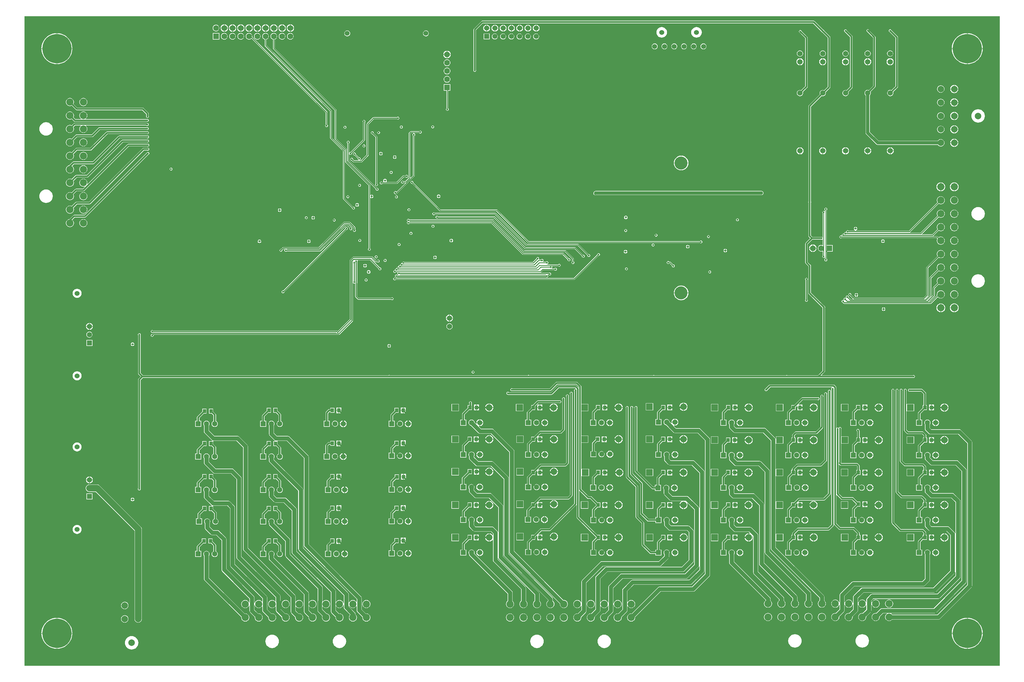
<source format=gbr>
%TF.GenerationSoftware,Altium Limited,Altium Designer,18.0.11 (651)*%
G04 Layer_Physical_Order=4*
G04 Layer_Color=16711680*
%FSLAX26Y26*%
%MOIN*%
%TF.FileFunction,Copper,L4,Bot,Signal*%
%TF.Part,Single*%
G01*
G75*
%TA.AperFunction,SMDPad,CuDef*%
%ADD14R,0.040000X0.050000*%
%TA.AperFunction,Conductor*%
%ADD33C,0.012153*%
%ADD34C,0.011811*%
%ADD35C,0.010000*%
%ADD38C,0.012000*%
%ADD39C,0.039370*%
%ADD41C,0.029528*%
%ADD42C,0.020000*%
%ADD43C,0.019685*%
%ADD44C,0.078740*%
%ADD45C,0.049213*%
%ADD46C,0.050000*%
%TA.AperFunction,ComponentPad*%
%ADD50C,0.062000*%
%ADD51R,0.062000X0.062000*%
%ADD52R,0.078740X0.078740*%
%ADD53C,0.078740*%
%ADD54R,0.062992X0.062992*%
%ADD55C,0.062992*%
%ADD56C,0.060000*%
%TA.AperFunction,ViaPad*%
%ADD57C,0.060000*%
%TA.AperFunction,ComponentPad*%
%ADD58C,0.070000*%
%ADD59R,0.070000X0.070000*%
%ADD60R,0.062992X0.062992*%
%ADD61C,0.064961*%
%ADD62C,0.065000*%
%TA.AperFunction,ViaPad*%
%ADD63C,0.157480*%
%ADD64C,0.354331*%
%TA.AperFunction,ComponentPad*%
%ADD65R,0.070000X0.070000*%
%ADD66C,0.086614*%
%TA.AperFunction,ViaPad*%
%ADD67C,0.023622*%
G36*
X11811024D02*
X0D01*
Y7874016D01*
X11811024D01*
Y0D01*
D02*
G37*
%LPC*%
G36*
X2623623Y7774922D02*
Y7732875D01*
X2665669D01*
X2664512Y7741669D01*
X2659977Y7752616D01*
X2652764Y7762016D01*
X2643364Y7769229D01*
X2632417Y7773764D01*
X2623623Y7774922D01*
D02*
G37*
G36*
X2617717D02*
X2608923Y7773764D01*
X2597976Y7769229D01*
X2588575Y7762016D01*
X2581363Y7752616D01*
X2576828Y7741669D01*
X2575670Y7732875D01*
X2617717D01*
Y7774922D01*
D02*
G37*
G36*
X2723622Y7774921D02*
Y7732874D01*
X2765669D01*
X2764511Y7741669D01*
X2759977Y7752616D01*
X2752764Y7762016D01*
X2743363Y7769229D01*
X2732417Y7773763D01*
X2723622Y7774921D01*
D02*
G37*
G36*
X2717716D02*
X2708922Y7773763D01*
X2697975Y7769229D01*
X2688575Y7762016D01*
X2681362Y7752616D01*
X2676827Y7741669D01*
X2675670Y7732874D01*
X2717716D01*
Y7774921D01*
D02*
G37*
G36*
X2523622Y7774921D02*
Y7732874D01*
X2565669D01*
X2564511Y7741668D01*
X2559977Y7752615D01*
X2552764Y7762015D01*
X2543363Y7769228D01*
X2532417Y7773763D01*
X2523622Y7774921D01*
D02*
G37*
G36*
X2517717D02*
X2508922Y7773763D01*
X2497975Y7769228D01*
X2488575Y7762015D01*
X2481362Y7752615D01*
X2476828Y7741668D01*
X2475670Y7732874D01*
X2517717D01*
Y7774921D01*
D02*
G37*
G36*
X3223623Y7774921D02*
Y7732874D01*
X3265669D01*
X3264512Y7741668D01*
X3259977Y7752615D01*
X3252764Y7762015D01*
X3243364Y7769228D01*
X3232417Y7773763D01*
X3223623Y7774921D01*
D02*
G37*
G36*
X3217717D02*
X3208923Y7773763D01*
X3197976Y7769228D01*
X3188575Y7762015D01*
X3181363Y7752615D01*
X3176828Y7741668D01*
X3175670Y7732874D01*
X3217717D01*
Y7774921D01*
D02*
G37*
G36*
X3123623D02*
Y7732874D01*
X3165669D01*
X3164512Y7741668D01*
X3159977Y7752615D01*
X3152764Y7762015D01*
X3143364Y7769228D01*
X3132417Y7773763D01*
X3123623Y7774921D01*
D02*
G37*
G36*
X3117717D02*
X3108923Y7773763D01*
X3097976Y7769228D01*
X3088575Y7762015D01*
X3081363Y7752615D01*
X3076828Y7741668D01*
X3075670Y7732874D01*
X3117717D01*
Y7774921D01*
D02*
G37*
G36*
X3023623D02*
Y7732874D01*
X3065669D01*
X3064512Y7741668D01*
X3059977Y7752615D01*
X3052764Y7762015D01*
X3043364Y7769228D01*
X3032417Y7773763D01*
X3023623Y7774921D01*
D02*
G37*
G36*
X3017717D02*
X3008923Y7773763D01*
X2997976Y7769228D01*
X2988575Y7762015D01*
X2981363Y7752615D01*
X2976828Y7741668D01*
X2975670Y7732874D01*
X3017717D01*
Y7774921D01*
D02*
G37*
G36*
X2923623D02*
Y7732874D01*
X2965669D01*
X2964512Y7741668D01*
X2959977Y7752615D01*
X2952764Y7762015D01*
X2943364Y7769228D01*
X2932417Y7773763D01*
X2923623Y7774921D01*
D02*
G37*
G36*
X2917717D02*
X2908923Y7773763D01*
X2897976Y7769228D01*
X2888575Y7762015D01*
X2881363Y7752615D01*
X2876828Y7741668D01*
X2875670Y7732874D01*
X2917717D01*
Y7774921D01*
D02*
G37*
G36*
X2823623D02*
Y7732874D01*
X2865669D01*
X2864512Y7741668D01*
X2859977Y7752615D01*
X2852764Y7762015D01*
X2843364Y7769228D01*
X2832417Y7773763D01*
X2823623Y7774921D01*
D02*
G37*
G36*
X2817717D02*
X2808923Y7773763D01*
X2797976Y7769228D01*
X2788575Y7762015D01*
X2781363Y7752615D01*
X2776828Y7741668D01*
X2775670Y7732874D01*
X2817717D01*
Y7774921D01*
D02*
G37*
G36*
X2423622D02*
Y7732874D01*
X2465669D01*
X2464511Y7741668D01*
X2459977Y7752615D01*
X2452764Y7762015D01*
X2443363Y7769228D01*
X2432417Y7773763D01*
X2423622Y7774921D01*
D02*
G37*
G36*
X2417717D02*
X2408922Y7773763D01*
X2397975Y7769228D01*
X2388575Y7762015D01*
X2381362Y7752615D01*
X2376828Y7741668D01*
X2375670Y7732874D01*
X2417717D01*
Y7774921D01*
D02*
G37*
G36*
X6200197Y7769312D02*
Y7731299D01*
X6238209D01*
X6237189Y7739050D01*
X6233057Y7749023D01*
X6226486Y7757588D01*
X6217921Y7764160D01*
X6207947Y7768291D01*
X6200197Y7769312D01*
D02*
G37*
G36*
X6194291D02*
X6186541Y7768291D01*
X6176567Y7764160D01*
X6168002Y7757588D01*
X6161431Y7749023D01*
X6157299Y7739050D01*
X6156279Y7731299D01*
X6194291D01*
Y7769312D01*
D02*
G37*
G36*
X6100197D02*
Y7731299D01*
X6138209D01*
X6137189Y7739050D01*
X6133057Y7749023D01*
X6126486Y7757588D01*
X6117921Y7764160D01*
X6107947Y7768291D01*
X6100197Y7769312D01*
D02*
G37*
G36*
X6094291D02*
X6086541Y7768291D01*
X6076567Y7764160D01*
X6068002Y7757588D01*
X6061431Y7749023D01*
X6057299Y7739050D01*
X6056279Y7731299D01*
X6094291D01*
Y7769312D01*
D02*
G37*
G36*
X6000197D02*
Y7731299D01*
X6038209D01*
X6037189Y7739050D01*
X6033057Y7749023D01*
X6026486Y7757588D01*
X6017921Y7764160D01*
X6007947Y7768291D01*
X6000197Y7769312D01*
D02*
G37*
G36*
X5994291D02*
X5986541Y7768291D01*
X5976567Y7764160D01*
X5968002Y7757588D01*
X5961431Y7749023D01*
X5957299Y7739050D01*
X5956279Y7731299D01*
X5994291D01*
Y7769312D01*
D02*
G37*
G36*
X5900197D02*
Y7731299D01*
X5938209D01*
X5937189Y7739050D01*
X5933057Y7749023D01*
X5926486Y7757588D01*
X5917921Y7764160D01*
X5907947Y7768291D01*
X5900197Y7769312D01*
D02*
G37*
G36*
X5894291D02*
X5886541Y7768291D01*
X5876567Y7764160D01*
X5868002Y7757588D01*
X5861431Y7749023D01*
X5857299Y7739050D01*
X5856279Y7731299D01*
X5894291D01*
Y7769312D01*
D02*
G37*
G36*
X5800197D02*
Y7731299D01*
X5838209D01*
X5837189Y7739050D01*
X5833057Y7749023D01*
X5826486Y7757588D01*
X5817921Y7764160D01*
X5807947Y7768291D01*
X5800197Y7769312D01*
D02*
G37*
G36*
X5794291D02*
X5786541Y7768291D01*
X5776567Y7764160D01*
X5768002Y7757588D01*
X5761431Y7749023D01*
X5757299Y7739050D01*
X5756279Y7731299D01*
X5794291D01*
Y7769312D01*
D02*
G37*
G36*
X5700197D02*
Y7731299D01*
X5738209D01*
X5737189Y7739050D01*
X5733057Y7749023D01*
X5726486Y7757588D01*
X5717921Y7764160D01*
X5707947Y7768291D01*
X5700197Y7769312D01*
D02*
G37*
G36*
X5694291D02*
X5686541Y7768291D01*
X5676567Y7764160D01*
X5668002Y7757588D01*
X5661431Y7749023D01*
X5657299Y7739050D01*
X5656279Y7731299D01*
X5694291D01*
Y7769312D01*
D02*
G37*
G36*
X5600197D02*
Y7731299D01*
X5638209D01*
X5637189Y7739050D01*
X5633057Y7749023D01*
X5626486Y7757588D01*
X5617921Y7764160D01*
X5607947Y7768291D01*
X5600197Y7769312D01*
D02*
G37*
G36*
X5594291D02*
X5586541Y7768291D01*
X5576567Y7764160D01*
X5568002Y7757588D01*
X5561431Y7749023D01*
X5557299Y7739050D01*
X5556279Y7731299D01*
X5594291D01*
Y7769312D01*
D02*
G37*
G36*
X2320670Y7770187D02*
X2310248Y7768815D01*
X2300537Y7764793D01*
X2292198Y7758394D01*
X2285799Y7750054D01*
X2281776Y7740343D01*
X2280404Y7729922D01*
X2281776Y7719500D01*
X2285799Y7709789D01*
X2292198Y7701449D01*
X2300537Y7695050D01*
X2310248Y7691028D01*
X2320670Y7689656D01*
X2331091Y7691028D01*
X2340803Y7695050D01*
X2349142Y7701449D01*
X2355541Y7709789D01*
X2359564Y7719500D01*
X2360936Y7729922D01*
X2359564Y7740343D01*
X2355541Y7750054D01*
X2349142Y7758394D01*
X2340803Y7764793D01*
X2331091Y7768815D01*
X2320670Y7770187D01*
D02*
G37*
G36*
X6238209Y7725394D02*
X6200197D01*
Y7687381D01*
X6207947Y7688402D01*
X6217921Y7692533D01*
X6226486Y7699105D01*
X6233057Y7707670D01*
X6237189Y7717643D01*
X6238209Y7725394D01*
D02*
G37*
G36*
X6194291D02*
X6156279D01*
X6157299Y7717643D01*
X6161431Y7707670D01*
X6168002Y7699105D01*
X6176567Y7692533D01*
X6186541Y7688402D01*
X6194291Y7687381D01*
Y7725394D01*
D02*
G37*
G36*
X6138209D02*
X6100197D01*
Y7687381D01*
X6107947Y7688402D01*
X6117921Y7692533D01*
X6126486Y7699105D01*
X6133057Y7707670D01*
X6137189Y7717643D01*
X6138209Y7725394D01*
D02*
G37*
G36*
X6094291D02*
X6056279D01*
X6057299Y7717643D01*
X6061431Y7707670D01*
X6068002Y7699105D01*
X6076567Y7692533D01*
X6086541Y7688402D01*
X6094291Y7687381D01*
Y7725394D01*
D02*
G37*
G36*
X6038209D02*
X6000197D01*
Y7687381D01*
X6007947Y7688402D01*
X6017921Y7692533D01*
X6026486Y7699105D01*
X6033057Y7707670D01*
X6037189Y7717643D01*
X6038209Y7725394D01*
D02*
G37*
G36*
X5994291D02*
X5956279D01*
X5957299Y7717643D01*
X5961431Y7707670D01*
X5968002Y7699105D01*
X5976567Y7692533D01*
X5986541Y7688402D01*
X5994291Y7687381D01*
Y7725394D01*
D02*
G37*
G36*
X5938209D02*
X5900197D01*
Y7687381D01*
X5907947Y7688402D01*
X5917921Y7692533D01*
X5926486Y7699105D01*
X5933057Y7707670D01*
X5937189Y7717643D01*
X5938209Y7725394D01*
D02*
G37*
G36*
X5894291D02*
X5856279D01*
X5857299Y7717643D01*
X5861431Y7707670D01*
X5868002Y7699105D01*
X5876567Y7692533D01*
X5886541Y7688402D01*
X5894291Y7687381D01*
Y7725394D01*
D02*
G37*
G36*
X5838209D02*
X5800197D01*
Y7687381D01*
X5807947Y7688402D01*
X5817921Y7692533D01*
X5826486Y7699105D01*
X5833057Y7707670D01*
X5837189Y7717643D01*
X5838209Y7725394D01*
D02*
G37*
G36*
X5794291D02*
X5756279D01*
X5757299Y7717643D01*
X5761431Y7707670D01*
X5768002Y7699105D01*
X5776567Y7692533D01*
X5786541Y7688402D01*
X5794291Y7687381D01*
Y7725394D01*
D02*
G37*
G36*
X5738209D02*
X5700197D01*
Y7687381D01*
X5707947Y7688402D01*
X5717921Y7692533D01*
X5726486Y7699105D01*
X5733057Y7707670D01*
X5737189Y7717643D01*
X5738209Y7725394D01*
D02*
G37*
G36*
X5694291D02*
X5656279D01*
X5657299Y7717643D01*
X5661431Y7707670D01*
X5668002Y7699105D01*
X5676567Y7692533D01*
X5686541Y7688402D01*
X5694291Y7687381D01*
Y7725394D01*
D02*
G37*
G36*
X5638209D02*
X5600197D01*
Y7687381D01*
X5607947Y7688402D01*
X5617921Y7692533D01*
X5626486Y7699105D01*
X5633057Y7707670D01*
X5637189Y7717643D01*
X5638209Y7725394D01*
D02*
G37*
G36*
X5594291D02*
X5556279D01*
X5557299Y7717643D01*
X5561431Y7707670D01*
X5568002Y7699105D01*
X5576567Y7692533D01*
X5586541Y7688402D01*
X5594291Y7687381D01*
Y7725394D01*
D02*
G37*
G36*
X2665669Y7726969D02*
X2623623D01*
Y7684922D01*
X2632417Y7686080D01*
X2643364Y7690614D01*
X2652764Y7697828D01*
X2659977Y7707228D01*
X2664512Y7718175D01*
X2665669Y7726969D01*
D02*
G37*
G36*
X2617717D02*
X2575670D01*
X2576828Y7718175D01*
X2581363Y7707228D01*
X2588575Y7697828D01*
X2597976Y7690614D01*
X2608923Y7686080D01*
X2617717Y7684922D01*
Y7726969D01*
D02*
G37*
G36*
X2765669Y7726969D02*
X2723622D01*
Y7684922D01*
X2732417Y7686080D01*
X2743363Y7690614D01*
X2752764Y7697827D01*
X2759977Y7707228D01*
X2764511Y7718174D01*
X2765669Y7726969D01*
D02*
G37*
G36*
X2717716D02*
X2675670D01*
X2676827Y7718174D01*
X2681362Y7707228D01*
X2688575Y7697827D01*
X2697975Y7690614D01*
X2708922Y7686080D01*
X2717716Y7684922D01*
Y7726969D01*
D02*
G37*
G36*
X2565669Y7726968D02*
X2523622D01*
Y7684921D01*
X2532417Y7686079D01*
X2543363Y7690614D01*
X2552764Y7697827D01*
X2559977Y7707227D01*
X2564511Y7718174D01*
X2565669Y7726968D01*
D02*
G37*
G36*
X2517717D02*
X2475670D01*
X2476828Y7718174D01*
X2481362Y7707227D01*
X2488575Y7697827D01*
X2497975Y7690614D01*
X2508922Y7686079D01*
X2517717Y7684921D01*
Y7726968D01*
D02*
G37*
G36*
X3265669Y7726968D02*
X3223623D01*
Y7684921D01*
X3232417Y7686079D01*
X3243364Y7690614D01*
X3252764Y7697827D01*
X3259977Y7707227D01*
X3264512Y7718173D01*
X3265669Y7726968D01*
D02*
G37*
G36*
X3217717D02*
X3175670D01*
X3176828Y7718173D01*
X3181363Y7707227D01*
X3188575Y7697827D01*
X3197976Y7690614D01*
X3208923Y7686079D01*
X3217717Y7684921D01*
Y7726968D01*
D02*
G37*
G36*
X3165669D02*
X3123623D01*
Y7684921D01*
X3132417Y7686079D01*
X3143364Y7690614D01*
X3152764Y7697827D01*
X3159977Y7707227D01*
X3164512Y7718173D01*
X3165669Y7726968D01*
D02*
G37*
G36*
X3117717D02*
X3075670D01*
X3076828Y7718173D01*
X3081363Y7707227D01*
X3088575Y7697827D01*
X3097976Y7690614D01*
X3108923Y7686079D01*
X3117717Y7684921D01*
Y7726968D01*
D02*
G37*
G36*
X3065669D02*
X3023623D01*
Y7684921D01*
X3032417Y7686079D01*
X3043364Y7690614D01*
X3052764Y7697827D01*
X3059977Y7707227D01*
X3064512Y7718173D01*
X3065669Y7726968D01*
D02*
G37*
G36*
X3017717D02*
X2975670D01*
X2976828Y7718173D01*
X2981363Y7707227D01*
X2988575Y7697827D01*
X2997976Y7690614D01*
X3008923Y7686079D01*
X3017717Y7684921D01*
Y7726968D01*
D02*
G37*
G36*
X2965669D02*
X2923623D01*
Y7684921D01*
X2932417Y7686079D01*
X2943364Y7690614D01*
X2952764Y7697827D01*
X2959977Y7707227D01*
X2964512Y7718173D01*
X2965669Y7726968D01*
D02*
G37*
G36*
X2917717D02*
X2875670D01*
X2876828Y7718173D01*
X2881363Y7707227D01*
X2888575Y7697827D01*
X2897976Y7690614D01*
X2908923Y7686079D01*
X2917717Y7684921D01*
Y7726968D01*
D02*
G37*
G36*
X2865669D02*
X2823623D01*
Y7684921D01*
X2832417Y7686079D01*
X2843364Y7690614D01*
X2852764Y7697827D01*
X2859977Y7707227D01*
X2864512Y7718173D01*
X2865669Y7726968D01*
D02*
G37*
G36*
X2817717D02*
X2775670D01*
X2776828Y7718173D01*
X2781363Y7707227D01*
X2788575Y7697827D01*
X2797976Y7690614D01*
X2808923Y7686079D01*
X2817717Y7684921D01*
Y7726968D01*
D02*
G37*
G36*
X2465669D02*
X2423622D01*
Y7684921D01*
X2432417Y7686079D01*
X2443363Y7690614D01*
X2452764Y7697827D01*
X2459977Y7707227D01*
X2464511Y7718173D01*
X2465669Y7726968D01*
D02*
G37*
G36*
X2417717D02*
X2375670D01*
X2376828Y7718173D01*
X2381362Y7707227D01*
X2388575Y7697827D01*
X2397975Y7690614D01*
X2408922Y7686079D01*
X2417717Y7684921D01*
Y7726968D01*
D02*
G37*
G36*
X4862205Y7700577D02*
X4853088Y7699377D01*
X4844593Y7695858D01*
X4837299Y7690260D01*
X4831701Y7682966D01*
X4828182Y7674471D01*
X4826982Y7665354D01*
X4828182Y7656238D01*
X4831701Y7647743D01*
X4837299Y7640448D01*
X4844593Y7634851D01*
X4853088Y7631332D01*
X4862205Y7630132D01*
X4871321Y7631332D01*
X4879816Y7634851D01*
X4887111Y7640448D01*
X4892708Y7647743D01*
X4896227Y7656238D01*
X4897427Y7665354D01*
X4896227Y7674471D01*
X4892708Y7682966D01*
X4887111Y7690260D01*
X4879816Y7695858D01*
X4871321Y7699377D01*
X4862205Y7700577D01*
D02*
G37*
G36*
X3909449D02*
X3900332Y7699377D01*
X3891837Y7695858D01*
X3884543Y7690260D01*
X3878945Y7682966D01*
X3875426Y7674471D01*
X3874226Y7665354D01*
X3875426Y7656238D01*
X3878945Y7647743D01*
X3884543Y7640448D01*
X3891837Y7634851D01*
X3900332Y7631332D01*
X3909449Y7630132D01*
X3918565Y7631332D01*
X3927060Y7634851D01*
X3934355Y7640448D01*
X3939952Y7647743D01*
X3943471Y7656238D01*
X3944671Y7665354D01*
X3943471Y7674471D01*
X3939952Y7682966D01*
X3934355Y7690260D01*
X3927060Y7695858D01*
X3918565Y7699377D01*
X3909449Y7700577D01*
D02*
G37*
G36*
X8138779Y7742239D02*
X8126238Y7741003D01*
X8114178Y7737345D01*
X8103064Y7731405D01*
X8093322Y7723410D01*
X8085328Y7713668D01*
X8079387Y7702554D01*
X8075729Y7690494D01*
X8074493Y7677953D01*
X8075729Y7665411D01*
X8079387Y7653351D01*
X8085328Y7642237D01*
X8093322Y7632496D01*
X8103064Y7624501D01*
X8114178Y7618560D01*
X8126238Y7614902D01*
X8138779Y7613667D01*
X8151321Y7614902D01*
X8163381Y7618560D01*
X8174495Y7624501D01*
X8184237Y7632496D01*
X8192231Y7642237D01*
X8198172Y7653351D01*
X8201830Y7665411D01*
X8203066Y7677953D01*
X8201830Y7690494D01*
X8198172Y7702554D01*
X8192231Y7713668D01*
X8184237Y7723410D01*
X8174495Y7731405D01*
X8163381Y7737345D01*
X8151321Y7741003D01*
X8138779Y7742239D01*
D02*
G37*
G36*
X7717520D02*
X7704978Y7741003D01*
X7692918Y7737345D01*
X7681804Y7731405D01*
X7672063Y7723410D01*
X7664068Y7713668D01*
X7658127Y7702554D01*
X7654469Y7690494D01*
X7653234Y7677953D01*
X7654469Y7665411D01*
X7658127Y7653351D01*
X7664068Y7642237D01*
X7672063Y7632496D01*
X7681804Y7624501D01*
X7692918Y7618560D01*
X7704978Y7614902D01*
X7717520Y7613667D01*
X7730061Y7614902D01*
X7742121Y7618560D01*
X7753235Y7624501D01*
X7762977Y7632496D01*
X7770972Y7642237D01*
X7776912Y7653351D01*
X7780570Y7665411D01*
X7781806Y7677953D01*
X7780570Y7690494D01*
X7776912Y7702554D01*
X7770972Y7713668D01*
X7762977Y7723410D01*
X7753235Y7731405D01*
X7742121Y7737345D01*
X7730061Y7741003D01*
X7717520Y7742239D01*
D02*
G37*
G36*
X5633165Y7664268D02*
X5561323D01*
Y7592425D01*
X5633165D01*
Y7664268D01*
D02*
G37*
G36*
X6197244Y7664578D02*
X6187867Y7663343D01*
X6179128Y7659724D01*
X6171625Y7653966D01*
X6165867Y7646462D01*
X6162247Y7637724D01*
X6161013Y7628346D01*
X6162247Y7618969D01*
X6165867Y7610231D01*
X6171625Y7602727D01*
X6179128Y7596969D01*
X6187867Y7593350D01*
X6197244Y7592115D01*
X6206622Y7593350D01*
X6215360Y7596969D01*
X6222864Y7602727D01*
X6228621Y7610231D01*
X6232241Y7618969D01*
X6233475Y7628346D01*
X6232241Y7637724D01*
X6228621Y7646462D01*
X6222864Y7653966D01*
X6215360Y7659724D01*
X6206622Y7663343D01*
X6197244Y7664578D01*
D02*
G37*
G36*
X6097244D02*
X6087867Y7663343D01*
X6079128Y7659724D01*
X6071625Y7653966D01*
X6065867Y7646462D01*
X6062247Y7637724D01*
X6061013Y7628346D01*
X6062247Y7618969D01*
X6065867Y7610231D01*
X6071625Y7602727D01*
X6079128Y7596969D01*
X6087867Y7593350D01*
X6097244Y7592115D01*
X6106622Y7593350D01*
X6115360Y7596969D01*
X6122864Y7602727D01*
X6128621Y7610231D01*
X6132241Y7618969D01*
X6133475Y7628346D01*
X6132241Y7637724D01*
X6128621Y7646462D01*
X6122864Y7653966D01*
X6115360Y7659724D01*
X6106622Y7663343D01*
X6097244Y7664578D01*
D02*
G37*
G36*
X5997244D02*
X5987867Y7663343D01*
X5979128Y7659724D01*
X5971625Y7653966D01*
X5965867Y7646462D01*
X5962247Y7637724D01*
X5961013Y7628346D01*
X5962247Y7618969D01*
X5965867Y7610231D01*
X5971625Y7602727D01*
X5979128Y7596969D01*
X5987867Y7593350D01*
X5997244Y7592115D01*
X6006622Y7593350D01*
X6015360Y7596969D01*
X6022864Y7602727D01*
X6028621Y7610231D01*
X6032241Y7618969D01*
X6033475Y7628346D01*
X6032241Y7637724D01*
X6028621Y7646462D01*
X6022864Y7653966D01*
X6015360Y7659724D01*
X6006622Y7663343D01*
X5997244Y7664578D01*
D02*
G37*
G36*
X5897244D02*
X5887867Y7663343D01*
X5879128Y7659724D01*
X5871625Y7653966D01*
X5865867Y7646462D01*
X5862247Y7637724D01*
X5861013Y7628346D01*
X5862247Y7618969D01*
X5865867Y7610231D01*
X5871625Y7602727D01*
X5879128Y7596969D01*
X5887867Y7593350D01*
X5897244Y7592115D01*
X5906622Y7593350D01*
X5915360Y7596969D01*
X5922864Y7602727D01*
X5928621Y7610231D01*
X5932241Y7618969D01*
X5933475Y7628346D01*
X5932241Y7637724D01*
X5928621Y7646462D01*
X5922864Y7653966D01*
X5915360Y7659724D01*
X5906622Y7663343D01*
X5897244Y7664578D01*
D02*
G37*
G36*
X5797244D02*
X5787867Y7663343D01*
X5779128Y7659724D01*
X5771625Y7653966D01*
X5765867Y7646462D01*
X5762247Y7637724D01*
X5761013Y7628346D01*
X5762247Y7618969D01*
X5765867Y7610231D01*
X5771625Y7602727D01*
X5779128Y7596969D01*
X5787867Y7593350D01*
X5797244Y7592115D01*
X5806622Y7593350D01*
X5815360Y7596969D01*
X5822864Y7602727D01*
X5828621Y7610231D01*
X5832241Y7618969D01*
X5833475Y7628346D01*
X5832241Y7637724D01*
X5828621Y7646462D01*
X5822864Y7653966D01*
X5815360Y7659724D01*
X5806622Y7663343D01*
X5797244Y7664578D01*
D02*
G37*
G36*
X5697244D02*
X5687867Y7663343D01*
X5679128Y7659724D01*
X5671625Y7653966D01*
X5665867Y7646462D01*
X5662247Y7637724D01*
X5661013Y7628346D01*
X5662247Y7618969D01*
X5665867Y7610231D01*
X5671625Y7602727D01*
X5679128Y7596969D01*
X5687867Y7593350D01*
X5697244Y7592115D01*
X5706622Y7593350D01*
X5715360Y7596969D01*
X5722864Y7602727D01*
X5728621Y7610231D01*
X5732241Y7618969D01*
X5733475Y7628346D01*
X5732241Y7637724D01*
X5728621Y7646462D01*
X5722864Y7653966D01*
X5715360Y7659724D01*
X5706622Y7663343D01*
X5697244Y7664578D01*
D02*
G37*
G36*
X2360591Y7669842D02*
X2280749D01*
Y7590000D01*
X2360591D01*
Y7669842D01*
D02*
G37*
G36*
X2620670Y7670188D02*
X2610248Y7668816D01*
X2600537Y7664793D01*
X2592197Y7658394D01*
X2585798Y7650055D01*
X2581776Y7640344D01*
X2580404Y7629922D01*
X2581776Y7619500D01*
X2585798Y7609789D01*
X2592197Y7601450D01*
X2600537Y7595051D01*
X2610248Y7591028D01*
X2620670Y7589656D01*
X2631091Y7591028D01*
X2640802Y7595051D01*
X2649142Y7601450D01*
X2655541Y7609789D01*
X2659563Y7619500D01*
X2660935Y7629922D01*
X2659563Y7640344D01*
X2655541Y7650055D01*
X2649142Y7658394D01*
X2640802Y7664793D01*
X2631091Y7668816D01*
X2620670Y7670188D01*
D02*
G37*
G36*
X2420669D02*
X2410248Y7668816D01*
X2400537Y7664793D01*
X2392197Y7658394D01*
X2385798Y7650055D01*
X2381776Y7640344D01*
X2380404Y7629922D01*
X2381776Y7619500D01*
X2385798Y7609789D01*
X2392197Y7601450D01*
X2400537Y7595051D01*
X2410248Y7591028D01*
X2420669Y7589656D01*
X2431091Y7591028D01*
X2440802Y7595051D01*
X2449142Y7601450D01*
X2455541Y7609789D01*
X2459563Y7619500D01*
X2460935Y7629922D01*
X2459563Y7640344D01*
X2455541Y7650055D01*
X2449142Y7658394D01*
X2440802Y7664793D01*
X2431091Y7668816D01*
X2420669Y7670188D01*
D02*
G37*
G36*
X2520669Y7670187D02*
X2510248Y7668815D01*
X2500536Y7664792D01*
X2492197Y7658394D01*
X2485798Y7650054D01*
X2481776Y7640343D01*
X2480403Y7629921D01*
X2481776Y7619500D01*
X2485798Y7609788D01*
X2492197Y7601449D01*
X2500536Y7595050D01*
X2510248Y7591028D01*
X2520669Y7589655D01*
X2531091Y7591028D01*
X2540802Y7595050D01*
X2549142Y7601449D01*
X2555541Y7609788D01*
X2559563Y7619500D01*
X2560935Y7629921D01*
X2559563Y7640343D01*
X2555541Y7650054D01*
X2549142Y7658394D01*
X2540802Y7664792D01*
X2531091Y7668815D01*
X2520669Y7670187D01*
D02*
G37*
G36*
X3220670Y7670187D02*
X3210248Y7668815D01*
X3200537Y7664792D01*
X3192198Y7658393D01*
X3185799Y7650054D01*
X3181776Y7640342D01*
X3180404Y7629921D01*
X3181776Y7619499D01*
X3185799Y7609788D01*
X3192198Y7601449D01*
X3200537Y7595050D01*
X3210248Y7591027D01*
X3220670Y7589655D01*
X3231091Y7591027D01*
X3240803Y7595050D01*
X3249142Y7601449D01*
X3255541Y7609788D01*
X3259564Y7619499D01*
X3260936Y7629921D01*
X3259564Y7640342D01*
X3255541Y7650054D01*
X3249142Y7658393D01*
X3240803Y7664792D01*
X3231091Y7668815D01*
X3220670Y7670187D01*
D02*
G37*
G36*
X3120670D02*
X3110248Y7668815D01*
X3100537Y7664792D01*
X3092198Y7658393D01*
X3085799Y7650054D01*
X3081776Y7640342D01*
X3080404Y7629921D01*
X3081776Y7619499D01*
X3085799Y7609788D01*
X3092198Y7601449D01*
X3100537Y7595050D01*
X3110248Y7591027D01*
X3120670Y7589655D01*
X3131091Y7591027D01*
X3140803Y7595050D01*
X3149142Y7601449D01*
X3155541Y7609788D01*
X3159564Y7619499D01*
X3160936Y7629921D01*
X3159564Y7640342D01*
X3155541Y7650054D01*
X3149142Y7658393D01*
X3140803Y7664792D01*
X3131091Y7668815D01*
X3120670Y7670187D01*
D02*
G37*
G36*
X2820670D02*
X2810248Y7668815D01*
X2800537Y7664792D01*
X2792198Y7658393D01*
X2785799Y7650054D01*
X2781776Y7640342D01*
X2780404Y7629921D01*
X2781776Y7619499D01*
X2785799Y7609788D01*
X2792198Y7601449D01*
X2800537Y7595050D01*
X2810248Y7591027D01*
X2820670Y7589655D01*
X2831091Y7591027D01*
X2840803Y7595050D01*
X2849142Y7601449D01*
X2855541Y7609788D01*
X2859564Y7619499D01*
X2860936Y7629921D01*
X2859564Y7640342D01*
X2855541Y7650054D01*
X2849142Y7658393D01*
X2840803Y7664792D01*
X2831091Y7668815D01*
X2820670Y7670187D01*
D02*
G37*
G36*
X11420275Y7667688D02*
Y7483268D01*
X11604696D01*
X11603285Y7504797D01*
X11598498Y7528861D01*
X11590612Y7552094D01*
X11579761Y7574098D01*
X11566130Y7594498D01*
X11549953Y7612945D01*
X11531506Y7629122D01*
X11511106Y7642753D01*
X11489102Y7653604D01*
X11465869Y7661491D01*
X11441805Y7666277D01*
X11420275Y7667688D01*
D02*
G37*
G36*
X11414370D02*
X11392840Y7666277D01*
X11368777Y7661491D01*
X11345544Y7653604D01*
X11323539Y7642753D01*
X11303139Y7629122D01*
X11284693Y7612945D01*
X11268516Y7594498D01*
X11254885Y7574098D01*
X11244034Y7552094D01*
X11236147Y7528861D01*
X11231361Y7504797D01*
X11229949Y7483268D01*
X11414370D01*
Y7667688D01*
D02*
G37*
G36*
X396654D02*
Y7483268D01*
X581074D01*
X579663Y7504797D01*
X574876Y7528861D01*
X566990Y7552094D01*
X556139Y7574098D01*
X542508Y7594498D01*
X526331Y7612945D01*
X507884Y7629122D01*
X487484Y7642753D01*
X465479Y7653604D01*
X442247Y7661491D01*
X418183Y7666277D01*
X396654Y7667688D01*
D02*
G37*
G36*
X390748D02*
X369218Y7666277D01*
X345155Y7661491D01*
X321922Y7653604D01*
X299917Y7642753D01*
X279517Y7629122D01*
X261071Y7612945D01*
X244894Y7594498D01*
X231263Y7574098D01*
X220412Y7552094D01*
X212525Y7528861D01*
X207739Y7504797D01*
X206327Y7483268D01*
X390748D01*
Y7667688D01*
D02*
G37*
G36*
X8223425Y7543097D02*
X8214309Y7541896D01*
X8205814Y7538378D01*
X8198519Y7532780D01*
X8192922Y7525485D01*
X8189403Y7516990D01*
X8188203Y7507874D01*
X8189403Y7498758D01*
X8192922Y7490263D01*
X8198519Y7482968D01*
X8205814Y7477370D01*
X8214309Y7473852D01*
X8223425Y7472651D01*
X8232541Y7473852D01*
X8241037Y7477370D01*
X8248331Y7482968D01*
X8253929Y7490263D01*
X8257448Y7498758D01*
X8258648Y7507874D01*
X8257448Y7516990D01*
X8253929Y7525485D01*
X8248331Y7532780D01*
X8241037Y7538378D01*
X8232541Y7541896D01*
X8223425Y7543097D01*
D02*
G37*
G36*
X8105315D02*
X8096199Y7541896D01*
X8087704Y7538378D01*
X8080409Y7532780D01*
X8074811Y7525485D01*
X8071293Y7516990D01*
X8070092Y7507874D01*
X8071293Y7498758D01*
X8074811Y7490263D01*
X8080409Y7482968D01*
X8087704Y7477370D01*
X8096199Y7473852D01*
X8105315Y7472651D01*
X8114431Y7473852D01*
X8122926Y7477370D01*
X8130221Y7482968D01*
X8135819Y7490263D01*
X8139337Y7498758D01*
X8140538Y7507874D01*
X8139337Y7516990D01*
X8135819Y7525485D01*
X8130221Y7532780D01*
X8122926Y7538378D01*
X8114431Y7541896D01*
X8105315Y7543097D01*
D02*
G37*
G36*
X7987205D02*
X7978088Y7541896D01*
X7969593Y7538378D01*
X7962299Y7532780D01*
X7956701Y7525485D01*
X7953182Y7516990D01*
X7951982Y7507874D01*
X7953182Y7498758D01*
X7956701Y7490263D01*
X7962299Y7482968D01*
X7969593Y7477370D01*
X7978088Y7473852D01*
X7987205Y7472651D01*
X7996321Y7473852D01*
X8004816Y7477370D01*
X8012111Y7482968D01*
X8017708Y7490263D01*
X8021227Y7498758D01*
X8022427Y7507874D01*
X8021227Y7516990D01*
X8017708Y7525485D01*
X8012111Y7532780D01*
X8004816Y7538378D01*
X7996321Y7541896D01*
X7987205Y7543097D01*
D02*
G37*
G36*
X7869095D02*
X7859978Y7541896D01*
X7851483Y7538378D01*
X7844188Y7532780D01*
X7838591Y7525485D01*
X7835072Y7516990D01*
X7833872Y7507874D01*
X7835072Y7498758D01*
X7838591Y7490263D01*
X7844188Y7482968D01*
X7851483Y7477370D01*
X7859978Y7473852D01*
X7869095Y7472651D01*
X7878211Y7473852D01*
X7886706Y7477370D01*
X7894001Y7482968D01*
X7899598Y7490263D01*
X7903117Y7498758D01*
X7904317Y7507874D01*
X7903117Y7516990D01*
X7899598Y7525485D01*
X7894001Y7532780D01*
X7886706Y7538378D01*
X7878211Y7541896D01*
X7869095Y7543097D01*
D02*
G37*
G36*
X7750984D02*
X7741868Y7541896D01*
X7733373Y7538378D01*
X7726078Y7532780D01*
X7720481Y7525485D01*
X7716962Y7516990D01*
X7715762Y7507874D01*
X7716962Y7498758D01*
X7720481Y7490263D01*
X7726078Y7482968D01*
X7733373Y7477370D01*
X7741868Y7473852D01*
X7750984Y7472651D01*
X7760101Y7473852D01*
X7768596Y7477370D01*
X7775890Y7482968D01*
X7781488Y7490263D01*
X7785007Y7498758D01*
X7786207Y7507874D01*
X7785007Y7516990D01*
X7781488Y7525485D01*
X7775890Y7532780D01*
X7768596Y7538378D01*
X7760101Y7541896D01*
X7750984Y7543097D01*
D02*
G37*
G36*
X7632874D02*
X7623758Y7541896D01*
X7615263Y7538378D01*
X7607968Y7532780D01*
X7602370Y7525485D01*
X7598852Y7516990D01*
X7597651Y7507874D01*
X7598852Y7498758D01*
X7602370Y7490263D01*
X7607968Y7482968D01*
X7615263Y7477370D01*
X7623758Y7473852D01*
X7632874Y7472651D01*
X7641990Y7473852D01*
X7650485Y7477370D01*
X7657780Y7482968D01*
X7663378Y7490263D01*
X7666896Y7498758D01*
X7668097Y7507874D01*
X7666896Y7516990D01*
X7663378Y7525485D01*
X7657780Y7532780D01*
X7650485Y7538378D01*
X7641990Y7541896D01*
X7632874Y7543097D01*
D02*
G37*
G36*
X5121062Y7454449D02*
Y7412401D01*
X5163109D01*
X5161952Y7421196D01*
X5157417Y7432143D01*
X5150204Y7441543D01*
X5140804Y7448756D01*
X5129857Y7453291D01*
X5121062Y7454449D01*
D02*
G37*
G36*
X5115157Y7454449D02*
X5106362Y7453291D01*
X5095416Y7448756D01*
X5086015Y7441543D01*
X5078802Y7432143D01*
X5074268Y7421196D01*
X5073110Y7412401D01*
X5115157D01*
Y7454449D01*
D02*
G37*
G36*
X10483077Y7459004D02*
X10473308Y7457718D01*
X10464205Y7453947D01*
X10456388Y7447949D01*
X10450390Y7440132D01*
X10446619Y7431029D01*
X10445333Y7421260D01*
X10446619Y7411491D01*
X10450390Y7402388D01*
X10456388Y7394571D01*
X10464205Y7388572D01*
X10473308Y7384802D01*
X10483077Y7383516D01*
X10492846Y7384802D01*
X10501949Y7388572D01*
X10509766Y7394571D01*
X10515765Y7402388D01*
X10519535Y7411491D01*
X10520822Y7421260D01*
X10519535Y7431029D01*
X10515765Y7440132D01*
X10509766Y7447949D01*
X10501949Y7453947D01*
X10492846Y7457718D01*
X10483077Y7459004D01*
D02*
G37*
G36*
X10212014D02*
X10202246Y7457718D01*
X10193142Y7453947D01*
X10185325Y7447949D01*
X10179327Y7440132D01*
X10175556Y7431029D01*
X10174270Y7421260D01*
X10175556Y7411491D01*
X10179327Y7402388D01*
X10185325Y7394571D01*
X10193142Y7388572D01*
X10202246Y7384802D01*
X10212014Y7383516D01*
X10221783Y7384802D01*
X10230887Y7388572D01*
X10238704Y7394571D01*
X10244702Y7402388D01*
X10248472Y7411491D01*
X10249759Y7421260D01*
X10248472Y7431029D01*
X10244702Y7440132D01*
X10238704Y7447949D01*
X10230887Y7453947D01*
X10221783Y7457718D01*
X10212014Y7459004D01*
D02*
G37*
G36*
X9943314D02*
X9933545Y7457718D01*
X9924442Y7453947D01*
X9916624Y7447949D01*
X9910626Y7440132D01*
X9906855Y7431029D01*
X9905569Y7421260D01*
X9906855Y7411491D01*
X9910626Y7402388D01*
X9916624Y7394571D01*
X9924442Y7388572D01*
X9933545Y7384802D01*
X9943314Y7383516D01*
X9953083Y7384802D01*
X9962186Y7388572D01*
X9970003Y7394571D01*
X9976001Y7402388D01*
X9979772Y7411491D01*
X9981058Y7421260D01*
X9979772Y7431029D01*
X9976001Y7440132D01*
X9970003Y7447949D01*
X9962186Y7453947D01*
X9953083Y7457718D01*
X9943314Y7459004D01*
D02*
G37*
G36*
X9667723D02*
X9657954Y7457718D01*
X9648851Y7453947D01*
X9641034Y7447949D01*
X9635036Y7440132D01*
X9631265Y7431029D01*
X9629979Y7421260D01*
X9631265Y7411491D01*
X9635036Y7402388D01*
X9641034Y7394571D01*
X9648851Y7388572D01*
X9657954Y7384802D01*
X9667723Y7383516D01*
X9677492Y7384802D01*
X9686595Y7388572D01*
X9694412Y7394571D01*
X9700410Y7402388D01*
X9704181Y7411491D01*
X9705467Y7421260D01*
X9704181Y7431029D01*
X9700410Y7440132D01*
X9694412Y7447949D01*
X9686595Y7453947D01*
X9677492Y7457718D01*
X9667723Y7459004D01*
D02*
G37*
G36*
X9392132D02*
X9382364Y7457718D01*
X9373260Y7453947D01*
X9365443Y7447949D01*
X9359445Y7440132D01*
X9355674Y7431029D01*
X9354388Y7421260D01*
X9355674Y7411491D01*
X9359445Y7402388D01*
X9365443Y7394571D01*
X9373260Y7388572D01*
X9382364Y7384802D01*
X9392132Y7383516D01*
X9401901Y7384802D01*
X9411005Y7388572D01*
X9418822Y7394571D01*
X9424820Y7402388D01*
X9428591Y7411491D01*
X9429877Y7421260D01*
X9428591Y7431029D01*
X9424820Y7440132D01*
X9418822Y7447949D01*
X9411005Y7453947D01*
X9401901Y7457718D01*
X9392132Y7459004D01*
D02*
G37*
G36*
X5115157Y7406496D02*
X5073110D01*
X5074268Y7397702D01*
X5078802Y7386755D01*
X5086015Y7377355D01*
X5095416Y7370142D01*
X5106362Y7365607D01*
X5115157Y7364449D01*
Y7406496D01*
D02*
G37*
G36*
X5163109D02*
X5121062D01*
Y7364449D01*
X5129857Y7365607D01*
X5140804Y7370142D01*
X5150204Y7377355D01*
X5157417Y7386755D01*
X5161952Y7397702D01*
X5163109Y7406496D01*
D02*
G37*
G36*
X10486030Y7363738D02*
Y7324213D01*
X10525555D01*
X10524483Y7332355D01*
X10520201Y7342693D01*
X10513389Y7351571D01*
X10504511Y7358383D01*
X10494172Y7362666D01*
X10486030Y7363738D01*
D02*
G37*
G36*
X9395085D02*
Y7324213D01*
X9434610D01*
X9433539Y7332355D01*
X9429256Y7342693D01*
X9422444Y7351571D01*
X9413566Y7358383D01*
X9403227Y7362666D01*
X9395085Y7363738D01*
D02*
G37*
G36*
X10480125D02*
X10471983Y7362666D01*
X10461644Y7358383D01*
X10452766Y7351571D01*
X10445954Y7342693D01*
X10441671Y7332355D01*
X10440599Y7324213D01*
X10480125D01*
Y7363738D01*
D02*
G37*
G36*
X9389180D02*
X9381038Y7362666D01*
X9370699Y7358383D01*
X9361821Y7351571D01*
X9355009Y7342693D01*
X9350726Y7332355D01*
X9349655Y7324213D01*
X9389180D01*
Y7363738D01*
D02*
G37*
G36*
X9670676D02*
Y7324213D01*
X9710201D01*
X9709129Y7332355D01*
X9704847Y7342693D01*
X9698034Y7351571D01*
X9689156Y7358383D01*
X9678818Y7362666D01*
X9670676Y7363738D01*
D02*
G37*
G36*
X9664770D02*
X9656628Y7362666D01*
X9646290Y7358383D01*
X9637412Y7351571D01*
X9630599Y7342693D01*
X9626317Y7332355D01*
X9625245Y7324213D01*
X9664770D01*
Y7363738D01*
D02*
G37*
G36*
X10214967D02*
Y7324213D01*
X10254492D01*
X10253421Y7332355D01*
X10249138Y7342693D01*
X10242326Y7351571D01*
X10233448Y7358383D01*
X10223109Y7362666D01*
X10214967Y7363738D01*
D02*
G37*
G36*
X9946266D02*
Y7324213D01*
X9985792D01*
X9984720Y7332355D01*
X9980437Y7342693D01*
X9973625Y7351571D01*
X9964747Y7358383D01*
X9954408Y7362666D01*
X9946266Y7363738D01*
D02*
G37*
G36*
X10209061D02*
X10200920Y7362666D01*
X10190581Y7358383D01*
X10181703Y7351571D01*
X10174891Y7342693D01*
X10170608Y7332355D01*
X10169536Y7324213D01*
X10209061D01*
Y7363738D01*
D02*
G37*
G36*
X9940361D02*
X9932219Y7362666D01*
X9921880Y7358383D01*
X9913002Y7351571D01*
X9906190Y7342693D01*
X9901907Y7332355D01*
X9900836Y7324213D01*
X9940361D01*
Y7363738D01*
D02*
G37*
G36*
X11604696Y7477362D02*
X11420275D01*
Y7292942D01*
X11441805Y7294353D01*
X11465869Y7299139D01*
X11489102Y7307026D01*
X11511106Y7317877D01*
X11531506Y7331508D01*
X11549953Y7347685D01*
X11566130Y7366132D01*
X11579761Y7386532D01*
X11590612Y7408536D01*
X11598498Y7431769D01*
X11603285Y7455833D01*
X11604696Y7477362D01*
D02*
G37*
G36*
X11414370D02*
X11229949D01*
X11231361Y7455833D01*
X11236147Y7431769D01*
X11244034Y7408536D01*
X11254885Y7386532D01*
X11268516Y7366132D01*
X11284693Y7347685D01*
X11303139Y7331508D01*
X11323539Y7317877D01*
X11345544Y7307026D01*
X11368777Y7299139D01*
X11392840Y7294353D01*
X11414370Y7292942D01*
Y7477362D01*
D02*
G37*
G36*
X581074D02*
X396654D01*
Y7292942D01*
X418183Y7294353D01*
X442247Y7299139D01*
X465479Y7307026D01*
X487484Y7317877D01*
X507884Y7331508D01*
X526331Y7347685D01*
X542508Y7366132D01*
X556139Y7386532D01*
X566990Y7408536D01*
X574876Y7431769D01*
X579663Y7455833D01*
X581074Y7477362D01*
D02*
G37*
G36*
X390748D02*
X206327D01*
X207739Y7455833D01*
X212525Y7431769D01*
X220412Y7408536D01*
X231263Y7386532D01*
X244894Y7366132D01*
X261071Y7347685D01*
X279517Y7331508D01*
X299917Y7317877D01*
X321922Y7307026D01*
X345155Y7299139D01*
X369218Y7294353D01*
X390748Y7292942D01*
Y7477362D01*
D02*
G37*
G36*
X10209061Y7318307D02*
X10169536D01*
X10170608Y7310165D01*
X10174891Y7299826D01*
X10181703Y7290949D01*
X10190581Y7284136D01*
X10200920Y7279854D01*
X10209061Y7278782D01*
Y7318307D01*
D02*
G37*
G36*
X9940361D02*
X9900836D01*
X9901907Y7310165D01*
X9906190Y7299826D01*
X9913002Y7290949D01*
X9921880Y7284136D01*
X9932219Y7279854D01*
X9940361Y7278782D01*
Y7318307D01*
D02*
G37*
G36*
X10525555Y7318308D02*
X10486030D01*
Y7278782D01*
X10494172Y7279854D01*
X10504511Y7284136D01*
X10513389Y7290949D01*
X10520201Y7299827D01*
X10524483Y7310165D01*
X10525555Y7318308D01*
D02*
G37*
G36*
X9434611D02*
X9395085D01*
Y7278782D01*
X9403227Y7279854D01*
X9413566Y7284136D01*
X9422444Y7290949D01*
X9429256Y7299827D01*
X9433539Y7310165D01*
X9434611Y7318308D01*
D02*
G37*
G36*
X9664770Y7318307D02*
X9625245D01*
X9626317Y7310165D01*
X9630599Y7299827D01*
X9637412Y7290949D01*
X9646290Y7284136D01*
X9656628Y7279854D01*
X9664770Y7278782D01*
Y7318307D01*
D02*
G37*
G36*
X9710201D02*
X9670676D01*
Y7278782D01*
X9678818Y7279854D01*
X9689156Y7284136D01*
X9698034Y7290949D01*
X9704847Y7299827D01*
X9709129Y7310165D01*
X9710201Y7318307D01*
D02*
G37*
G36*
X10480125Y7318308D02*
X10440599D01*
X10441671Y7310165D01*
X10445954Y7299827D01*
X10452766Y7290949D01*
X10461644Y7284136D01*
X10471983Y7279854D01*
X10480125Y7278782D01*
Y7318308D01*
D02*
G37*
G36*
X9389180D02*
X9349655D01*
X9350726Y7310165D01*
X9355009Y7299827D01*
X9361821Y7290949D01*
X9370699Y7284136D01*
X9381038Y7279854D01*
X9389180Y7278782D01*
Y7318308D01*
D02*
G37*
G36*
X10254492Y7318307D02*
X10214967D01*
Y7278782D01*
X10223109Y7279854D01*
X10233448Y7284136D01*
X10242326Y7290949D01*
X10249138Y7299826D01*
X10253421Y7310165D01*
X10254492Y7318307D01*
D02*
G37*
G36*
X9985792D02*
X9946266D01*
Y7278782D01*
X9954408Y7279854D01*
X9964747Y7284136D01*
X9973625Y7290949D01*
X9980437Y7299826D01*
X9984720Y7310165D01*
X9985792Y7318307D01*
D02*
G37*
G36*
X5118110Y7349715D02*
X5107688Y7348343D01*
X5097977Y7344320D01*
X5089638Y7337921D01*
X5083239Y7329582D01*
X5079216Y7319870D01*
X5077844Y7309449D01*
X5079216Y7299027D01*
X5083239Y7289316D01*
X5089638Y7280977D01*
X5097977Y7274578D01*
X5107688Y7270555D01*
X5118110Y7269183D01*
X5128532Y7270555D01*
X5138243Y7274578D01*
X5146582Y7280977D01*
X5152981Y7289316D01*
X5157004Y7299027D01*
X5158376Y7309449D01*
X5157004Y7319870D01*
X5152981Y7329582D01*
X5146582Y7337921D01*
X5138243Y7344320D01*
X5128532Y7348343D01*
X5118110Y7349715D01*
D02*
G37*
G36*
X5118110Y7249715D02*
X5107689Y7248343D01*
X5097977Y7244320D01*
X5089638Y7237921D01*
X5083239Y7229582D01*
X5079216Y7219870D01*
X5077844Y7209449D01*
X5079216Y7199027D01*
X5083239Y7189316D01*
X5089638Y7180977D01*
X5097977Y7174578D01*
X5107689Y7170555D01*
X5118110Y7169183D01*
X5128532Y7170555D01*
X5138243Y7174578D01*
X5146582Y7180977D01*
X5152981Y7189316D01*
X5157004Y7199027D01*
X5158376Y7209449D01*
X5157004Y7219870D01*
X5152981Y7229582D01*
X5146582Y7237921D01*
X5138243Y7244320D01*
X5128532Y7248343D01*
X5118110Y7249715D01*
D02*
G37*
G36*
X5118110Y7149715D02*
X5107689Y7148342D01*
X5097977Y7144320D01*
X5089638Y7137921D01*
X5083239Y7129582D01*
X5079217Y7119870D01*
X5077845Y7109449D01*
X5079217Y7099027D01*
X5083239Y7089316D01*
X5089638Y7080976D01*
X5097977Y7074578D01*
X5107689Y7070555D01*
X5118110Y7069183D01*
X5128532Y7070555D01*
X5138243Y7074578D01*
X5146583Y7080976D01*
X5152982Y7089316D01*
X5157004Y7099027D01*
X5158376Y7109449D01*
X5157004Y7119870D01*
X5152982Y7129582D01*
X5146583Y7137921D01*
X5138243Y7144320D01*
X5128532Y7148342D01*
X5118110Y7149715D01*
D02*
G37*
G36*
X11262795Y7039959D02*
Y6993504D01*
X11309250D01*
X11307942Y7003439D01*
X11302967Y7015449D01*
X11295054Y7025762D01*
X11284740Y7033676D01*
X11272731Y7038650D01*
X11262795Y7039959D01*
D02*
G37*
G36*
X11256890Y7039958D02*
X11246954Y7038650D01*
X11234944Y7033676D01*
X11224631Y7025762D01*
X11216718Y7015449D01*
X11211743Y7003439D01*
X11210435Y6993504D01*
X11256890D01*
Y7039958D01*
D02*
G37*
G36*
X10213583Y7715879D02*
X10207054Y7714580D01*
X10201519Y7710882D01*
X10197821Y7705347D01*
X10196523Y7698819D01*
X10197821Y7692290D01*
X10201519Y7686756D01*
X10207054Y7683057D01*
X10208305Y7682809D01*
X10277270Y7613844D01*
Y7028755D01*
X10225581Y6977066D01*
X10221772Y6978644D01*
X10212008Y6979929D01*
X10202244Y6978644D01*
X10193146Y6974875D01*
X10185333Y6968880D01*
X10179338Y6961067D01*
X10175569Y6951969D01*
X10174284Y6942205D01*
X10175569Y6932441D01*
X10179338Y6923343D01*
X10185333Y6915530D01*
X10186919Y6914312D01*
Y6460236D01*
X10188829Y6450635D01*
X10194268Y6442496D01*
X10315921Y6320842D01*
X10324060Y6315404D01*
X10333661Y6313494D01*
X11060273D01*
X11065261Y6306994D01*
X11074514Y6299894D01*
X11085288Y6295431D01*
X11096850Y6293909D01*
X11108413Y6295431D01*
X11119187Y6299894D01*
X11128439Y6306994D01*
X11135539Y6316246D01*
X11140002Y6327020D01*
X11141524Y6338583D01*
X11140002Y6350145D01*
X11135539Y6360919D01*
X11128439Y6370172D01*
X11119187Y6377271D01*
X11108413Y6381734D01*
X11096850Y6383256D01*
X11085288Y6381734D01*
X11074514Y6377271D01*
X11065261Y6370172D01*
X11060273Y6363671D01*
X10344053D01*
X10237096Y6470628D01*
Y6914312D01*
X10238683Y6915530D01*
X10244678Y6923343D01*
X10248447Y6932441D01*
X10249732Y6942205D01*
X10248447Y6951969D01*
X10246869Y6955778D01*
X10302967Y7011876D01*
X10306230Y7016759D01*
X10307376Y7022520D01*
Y7620079D01*
X10306230Y7625839D01*
X10302967Y7630723D01*
X10229593Y7704097D01*
X10229344Y7705347D01*
X10225646Y7710882D01*
X10220111Y7714580D01*
X10213583Y7715879D01*
D02*
G37*
G36*
X10484252Y7714895D02*
X10477723Y7713596D01*
X10472189Y7709898D01*
X10468490Y7704363D01*
X10467192Y7697835D01*
X10468490Y7691306D01*
X10472189Y7685771D01*
X10477723Y7682073D01*
X10478974Y7681824D01*
X10548923Y7611875D01*
Y7026668D01*
X10499321Y6977066D01*
X10495512Y6978644D01*
X10485748Y6979929D01*
X10475984Y6978644D01*
X10466886Y6974875D01*
X10459073Y6968880D01*
X10453078Y6961067D01*
X10449309Y6951969D01*
X10448024Y6942205D01*
X10449309Y6932441D01*
X10453078Y6923343D01*
X10459073Y6915530D01*
X10466886Y6909535D01*
X10475984Y6905766D01*
X10485748Y6904480D01*
X10495512Y6905766D01*
X10504610Y6909535D01*
X10512423Y6915530D01*
X10518418Y6923343D01*
X10522187Y6932441D01*
X10523472Y6942205D01*
X10522187Y6951969D01*
X10520609Y6955778D01*
X10574621Y7009789D01*
X10577884Y7014673D01*
X10579029Y7020433D01*
Y7618110D01*
X10577884Y7623871D01*
X10574621Y7628754D01*
X10500262Y7703113D01*
X10500013Y7704363D01*
X10496315Y7709898D01*
X10490781Y7713596D01*
X10484252Y7714895D01*
D02*
G37*
G36*
X9943314Y7713327D02*
X9936785Y7712028D01*
X9931250Y7708330D01*
X9927552Y7702795D01*
X9926254Y7696266D01*
X9927552Y7689738D01*
X9931250Y7684203D01*
X9936785Y7680505D01*
X9937752Y7680312D01*
X9998566Y7619499D01*
Y7018449D01*
X9956726Y6976609D01*
X9953078Y6978120D01*
X9943314Y6979406D01*
X9933550Y6978120D01*
X9924452Y6974352D01*
X9916639Y6968357D01*
X9910644Y6960544D01*
X9906875Y6951445D01*
X9905590Y6941682D01*
X9906875Y6931918D01*
X9910644Y6922819D01*
X9916639Y6915007D01*
X9924452Y6909011D01*
X9933550Y6905243D01*
X9943314Y6903957D01*
X9953078Y6905243D01*
X9962176Y6909011D01*
X9969989Y6915007D01*
X9975984Y6922819D01*
X9979753Y6931918D01*
X9981038Y6941682D01*
X9979753Y6951445D01*
X9978242Y6955094D01*
X10024537Y7001390D01*
X10027835Y7006325D01*
X10028993Y7012147D01*
Y7625801D01*
X10027835Y7631623D01*
X10024537Y7636558D01*
X9959267Y7701828D01*
X9959075Y7702795D01*
X9955377Y7708330D01*
X9949842Y7712028D01*
X9943314Y7713327D01*
D02*
G37*
G36*
X9395669Y7705052D02*
X9389141Y7703754D01*
X9383606Y7700055D01*
X9379908Y7694521D01*
X9378609Y7687992D01*
X9379908Y7681463D01*
X9383606Y7675929D01*
X9389141Y7672231D01*
X9390391Y7671982D01*
X9455419Y7606954D01*
Y7026257D01*
X9405705Y6976543D01*
X9401896Y6978120D01*
X9392132Y6979406D01*
X9382369Y6978120D01*
X9373270Y6974352D01*
X9365457Y6968357D01*
X9359462Y6960544D01*
X9355694Y6951445D01*
X9354408Y6941682D01*
X9355694Y6931918D01*
X9359462Y6922819D01*
X9365457Y6915007D01*
X9373270Y6909011D01*
X9382369Y6905243D01*
X9392132Y6903957D01*
X9401896Y6905243D01*
X9410995Y6909011D01*
X9418808Y6915007D01*
X9424803Y6922819D01*
X9428571Y6931918D01*
X9429857Y6941682D01*
X9428571Y6951445D01*
X9426994Y6955255D01*
X9481116Y7009377D01*
X9481117Y7009377D01*
X9484380Y7014261D01*
X9485525Y7020021D01*
Y7613189D01*
X9485525Y7613189D01*
X9484380Y7618950D01*
X9481117Y7623833D01*
X9481116Y7623833D01*
X9411680Y7693270D01*
X9411431Y7694521D01*
X9407733Y7700055D01*
X9402198Y7703754D01*
X9395669Y7705052D01*
D02*
G37*
G36*
X9558071Y7818203D02*
X5545276D01*
X5539515Y7817057D01*
X5534632Y7813794D01*
X5443096Y7722258D01*
X5439833Y7717375D01*
X5438687Y7711614D01*
Y7223140D01*
X5437979Y7222080D01*
X5436680Y7215551D01*
X5437979Y7209023D01*
X5441677Y7203488D01*
X5447212Y7199790D01*
X5453740Y7198491D01*
X5460269Y7199790D01*
X5465803Y7203488D01*
X5469502Y7209023D01*
X5470800Y7215551D01*
X5469502Y7222080D01*
X5468793Y7223140D01*
Y7705379D01*
X5551511Y7788097D01*
X9551836D01*
X9652297Y7687636D01*
X9652546Y7686385D01*
X9656244Y7680850D01*
X9661779Y7677152D01*
X9663029Y7676903D01*
X9728057Y7611875D01*
Y7018046D01*
X9685014Y6975003D01*
X9677487Y6978120D01*
X9667723Y6979406D01*
X9657959Y6978120D01*
X9648861Y6974352D01*
X9641048Y6968357D01*
X9635053Y6960544D01*
X9631284Y6951445D01*
X9629999Y6941682D01*
X9631284Y6931918D01*
X9632862Y6928109D01*
X9498915Y6794162D01*
X9495652Y6789278D01*
X9494506Y6783517D01*
Y5628935D01*
X9493798Y5627875D01*
X9492499Y5621346D01*
X9493798Y5614818D01*
X9494506Y5613758D01*
Y5208945D01*
X9495652Y5203184D01*
X9498915Y5198301D01*
X9515719Y5181496D01*
X9459828Y5125605D01*
X9456565Y5120722D01*
X9455419Y5114961D01*
Y4885827D01*
X9456565Y4880066D01*
X9459828Y4875183D01*
X9492848Y4842163D01*
X9493097Y4840912D01*
X9493805Y4839852D01*
Y4516732D01*
X9494951Y4510972D01*
X9498214Y4506088D01*
X9663879Y4340423D01*
X9664128Y4339172D01*
X9664837Y4338112D01*
Y3577267D01*
X9608922Y3521352D01*
X9238299D01*
X9237828Y3521667D01*
X9231299Y3522966D01*
X9224771Y3521667D01*
X9224299Y3521352D01*
X7627668D01*
X7626607Y3522061D01*
X7620079Y3523359D01*
X7613550Y3522061D01*
X7612490Y3521352D01*
X6113292D01*
X6109875Y3523635D01*
X6103346Y3524934D01*
X6096818Y3523635D01*
X6093401Y3521352D01*
X4429624D01*
X4426036Y3523750D01*
X4420276Y3524896D01*
X4414515Y3523750D01*
X4413293Y3522933D01*
X4410526Y3522383D01*
X4408983Y3521352D01*
X1434097D01*
X1407179Y3548270D01*
Y4006584D01*
X1407888Y4007645D01*
X1409186Y4014173D01*
X1407888Y4020702D01*
X1404189Y4026236D01*
X1398655Y4029935D01*
X1392126Y4031233D01*
X1385597Y4029935D01*
X1380063Y4026236D01*
X1376364Y4020702D01*
X1375066Y4014173D01*
X1376364Y4007645D01*
X1377073Y4006584D01*
Y3542035D01*
X1378219Y3536274D01*
X1381482Y3531390D01*
X1406573Y3506299D01*
X1381194Y3480919D01*
X1377931Y3476036D01*
X1376785Y3470275D01*
Y2149609D01*
X1376076Y2148549D01*
X1374778Y2142021D01*
X1376076Y2135492D01*
X1379774Y2129957D01*
X1385309Y2126259D01*
X1391838Y2124960D01*
X1398366Y2126259D01*
X1403901Y2129957D01*
X1407599Y2135492D01*
X1408898Y2142021D01*
X1407599Y2148549D01*
X1406891Y2149609D01*
Y3464040D01*
X1434097Y3491246D01*
X4409948D01*
X4410526Y3490860D01*
X4417054Y3489561D01*
X4423583Y3490860D01*
X4424161Y3491246D01*
X6101174D01*
X6103346Y3490814D01*
X6105519Y3491246D01*
X7612490D01*
X7613550Y3490538D01*
X7620079Y3489239D01*
X7626607Y3490538D01*
X7627668Y3491246D01*
X9223121D01*
X9224771Y3490144D01*
X9231299Y3488845D01*
X9237828Y3490144D01*
X9239477Y3491246D01*
X10759537D01*
X10760597Y3490538D01*
X10767126Y3489239D01*
X10773655Y3490538D01*
X10779189Y3494236D01*
X10782887Y3499771D01*
X10784186Y3506299D01*
X10782887Y3512828D01*
X10779189Y3518362D01*
X10773655Y3522061D01*
X10767126Y3523359D01*
X10760597Y3522061D01*
X10759537Y3521352D01*
X9658032D01*
X9656118Y3525972D01*
X9690534Y3560387D01*
X9693797Y3565271D01*
X9694943Y3571031D01*
Y4338112D01*
X9695651Y4339172D01*
X9696950Y4345701D01*
X9695651Y4352229D01*
X9691953Y4357764D01*
X9686418Y4361462D01*
X9685168Y4361711D01*
X9523911Y4522968D01*
Y4839852D01*
X9524620Y4840912D01*
X9525918Y4847441D01*
X9524620Y4853970D01*
X9520922Y4859504D01*
X9515387Y4863202D01*
X9514136Y4863451D01*
X9485525Y4892062D01*
Y5108726D01*
X9543243Y5166443D01*
X9645561D01*
X9646621Y5165735D01*
X9653149Y5164436D01*
X9659678Y5165735D01*
X9664411Y5168897D01*
X9667442Y5167991D01*
X9669411Y5166716D01*
Y5100790D01*
X9664411Y5097449D01*
X9658453Y5099917D01*
X9648031Y5101289D01*
X9637610Y5099917D01*
X9627898Y5095895D01*
X9619559Y5089496D01*
X9613160Y5081156D01*
X9609138Y5071445D01*
X9607766Y5061023D01*
X9609138Y5050602D01*
X9613160Y5040891D01*
X9619559Y5032551D01*
X9627898Y5026152D01*
X9637610Y5022130D01*
X9648031Y5020758D01*
X9658453Y5022130D01*
X9664411Y5024598D01*
X9669411Y5021257D01*
Y4974586D01*
X9667464Y4973284D01*
X9663765Y4967750D01*
X9662467Y4961221D01*
X9663765Y4954693D01*
X9667464Y4949158D01*
X9672998Y4945460D01*
X9679527Y4944161D01*
X9686056Y4945460D01*
X9689412Y4947702D01*
X9694412Y4945066D01*
Y4933443D01*
X9692464Y4932142D01*
X9688766Y4926607D01*
X9687467Y4920079D01*
X9688766Y4913550D01*
X9692464Y4908015D01*
X9697999Y4904317D01*
X9704528Y4903019D01*
X9711056Y4904317D01*
X9716591Y4908015D01*
X9720289Y4913550D01*
X9721588Y4920079D01*
X9720289Y4926607D01*
X9716591Y4932142D01*
X9714643Y4933443D01*
Y5013329D01*
X9722416Y5021102D01*
X9787953D01*
Y5100945D01*
X9714643D01*
Y5522265D01*
X9716591Y5523567D01*
X9720289Y5529101D01*
X9721588Y5535630D01*
X9720289Y5542159D01*
X9716591Y5547693D01*
X9711056Y5551391D01*
X9704528Y5552690D01*
X9697999Y5551391D01*
X9692464Y5547693D01*
X9688766Y5542159D01*
X9687467Y5535630D01*
X9688766Y5529101D01*
X9692464Y5523567D01*
X9694412Y5522265D01*
Y5511825D01*
X9689412Y5509189D01*
X9686056Y5511431D01*
X9679527Y5512730D01*
X9672998Y5511431D01*
X9667464Y5507733D01*
X9663765Y5502199D01*
X9662467Y5495670D01*
X9663765Y5489141D01*
X9667464Y5483607D01*
X9669411Y5482305D01*
Y5196276D01*
X9667442Y5195002D01*
X9664411Y5194095D01*
X9659678Y5197258D01*
X9653149Y5198556D01*
X9646621Y5197258D01*
X9645561Y5196549D01*
X9543243D01*
X9524612Y5215180D01*
Y5613758D01*
X9525320Y5614818D01*
X9526619Y5621346D01*
X9525320Y5627875D01*
X9524612Y5628935D01*
Y6777282D01*
X9654150Y6906820D01*
X9657959Y6905243D01*
X9667723Y6903957D01*
X9677487Y6905243D01*
X9686585Y6909011D01*
X9694398Y6915007D01*
X9700393Y6922819D01*
X9704162Y6931918D01*
X9705448Y6941682D01*
X9704162Y6951445D01*
X9704124Y6951537D01*
X9753754Y7001167D01*
X9757017Y7006050D01*
X9758163Y7011811D01*
Y7618110D01*
X9758163Y7618110D01*
X9757017Y7623871D01*
X9753754Y7628754D01*
X9753754Y7628755D01*
X9684317Y7698191D01*
X9684069Y7699442D01*
X9680370Y7704977D01*
X9674836Y7708675D01*
X9673585Y7708924D01*
X9568715Y7813794D01*
X9563832Y7817057D01*
X9558071Y7818203D01*
D02*
G37*
G36*
X11096850Y7035225D02*
X11085288Y7033703D01*
X11074514Y7029240D01*
X11065261Y7022140D01*
X11058162Y7012888D01*
X11053699Y7002114D01*
X11052177Y6990551D01*
X11053699Y6978989D01*
X11058162Y6968214D01*
X11065261Y6958962D01*
X11074514Y6951863D01*
X11085288Y6947400D01*
X11096850Y6945878D01*
X11108413Y6947400D01*
X11119187Y6951863D01*
X11128439Y6958962D01*
X11135539Y6968214D01*
X11140002Y6978989D01*
X11141524Y6990551D01*
X11140002Y7002114D01*
X11135539Y7012888D01*
X11128439Y7022140D01*
X11119187Y7029240D01*
X11108413Y7033703D01*
X11096850Y7035225D01*
D02*
G37*
G36*
X11256890Y6987599D02*
X11210435D01*
X11211743Y6977663D01*
X11216718Y6965653D01*
X11224631Y6955340D01*
X11234944Y6947426D01*
X11246954Y6942452D01*
X11256890Y6941144D01*
Y6987599D01*
D02*
G37*
G36*
X11309250D02*
X11262795D01*
Y6941144D01*
X11272731Y6942452D01*
X11284740Y6947426D01*
X11295054Y6955340D01*
X11302967Y6965653D01*
X11307942Y6977663D01*
X11309250Y6987599D01*
D02*
G37*
G36*
X11262795Y6876967D02*
Y6830512D01*
X11309250D01*
X11307942Y6840447D01*
X11302967Y6852457D01*
X11295054Y6862770D01*
X11284741Y6870684D01*
X11272731Y6875658D01*
X11262795Y6876967D01*
D02*
G37*
G36*
X11256890D02*
X11246954Y6875658D01*
X11234944Y6870684D01*
X11224631Y6862770D01*
X11216718Y6852457D01*
X11211743Y6840447D01*
X11210435Y6830512D01*
X11256890D01*
Y6876967D01*
D02*
G37*
G36*
X714173Y6881716D02*
X701583Y6880058D01*
X689851Y6875198D01*
X679776Y6867468D01*
X672046Y6857393D01*
X667186Y6845661D01*
X665529Y6833071D01*
X667186Y6820481D01*
X672046Y6808749D01*
X679776Y6798674D01*
X689851Y6790943D01*
X701583Y6786084D01*
X714173Y6784426D01*
X726763Y6786084D01*
X738495Y6790943D01*
X748570Y6798674D01*
X756301Y6808749D01*
X761160Y6820481D01*
X762818Y6833071D01*
X761160Y6845661D01*
X756301Y6857393D01*
X748570Y6867468D01*
X738495Y6875198D01*
X726763Y6880058D01*
X714173Y6881716D01*
D02*
G37*
G36*
X11096850Y6872233D02*
X11085288Y6870711D01*
X11074514Y6866248D01*
X11065261Y6859148D01*
X11058162Y6849896D01*
X11053699Y6839122D01*
X11052177Y6827559D01*
X11053699Y6815997D01*
X11058162Y6805222D01*
X11065261Y6795970D01*
X11074514Y6788871D01*
X11085288Y6784408D01*
X11096850Y6782886D01*
X11108413Y6784408D01*
X11119187Y6788871D01*
X11128439Y6795970D01*
X11135539Y6805222D01*
X11140002Y6815997D01*
X11141524Y6827559D01*
X11140002Y6839122D01*
X11135539Y6849896D01*
X11128439Y6859148D01*
X11119187Y6866248D01*
X11108413Y6870711D01*
X11096850Y6872233D01*
D02*
G37*
G36*
X11309250Y6824607D02*
X11262795D01*
Y6778152D01*
X11272731Y6779460D01*
X11284741Y6784434D01*
X11295054Y6792348D01*
X11302967Y6802661D01*
X11307942Y6814671D01*
X11309250Y6824607D01*
D02*
G37*
G36*
X11256890D02*
X11210435D01*
X11211743Y6814671D01*
X11216718Y6802661D01*
X11224631Y6792348D01*
X11234944Y6784434D01*
X11246954Y6779460D01*
X11256890Y6778152D01*
Y6824607D01*
D02*
G37*
G36*
X5158032Y7049370D02*
X5078189D01*
Y6969527D01*
X5111931D01*
Y6757459D01*
X5109984Y6756158D01*
X5106286Y6750623D01*
X5104987Y6744094D01*
X5106286Y6737566D01*
X5109984Y6732031D01*
X5115519Y6728333D01*
X5122047Y6727034D01*
X5128576Y6728333D01*
X5134110Y6732031D01*
X5137809Y6737566D01*
X5139107Y6744094D01*
X5137809Y6750623D01*
X5134110Y6756158D01*
X5132163Y6757459D01*
Y6969527D01*
X5158032D01*
Y7049370D01*
D02*
G37*
G36*
X11262795Y6713974D02*
Y6667520D01*
X11309250D01*
X11307942Y6677455D01*
X11302967Y6689465D01*
X11295054Y6699778D01*
X11284741Y6707692D01*
X11272731Y6712666D01*
X11262795Y6713974D01*
D02*
G37*
G36*
X11256890Y6713974D02*
X11246954Y6712666D01*
X11234944Y6707692D01*
X11224631Y6699778D01*
X11216718Y6689465D01*
X11211743Y6677455D01*
X11210435Y6667520D01*
X11256890D01*
Y6713974D01*
D02*
G37*
G36*
X551181Y6881716D02*
X538591Y6880058D01*
X526859Y6875198D01*
X516784Y6867468D01*
X509054Y6857393D01*
X504194Y6845661D01*
X502536Y6833071D01*
X504194Y6820481D01*
X509054Y6808749D01*
X516784Y6798674D01*
X526859Y6790943D01*
X538591Y6786084D01*
X551181Y6784426D01*
X563771Y6786084D01*
X572880Y6789857D01*
X624479Y6738258D01*
X629414Y6734960D01*
X635236Y6733802D01*
X1428738D01*
X1474944Y6687596D01*
Y6664829D01*
X1474396Y6664009D01*
X1473097Y6657480D01*
X1474396Y6650952D01*
X1478094Y6645417D01*
X1483629Y6641719D01*
X1490158Y6640420D01*
X1496686Y6641719D01*
X1502221Y6645417D01*
X1505919Y6650952D01*
X1507218Y6657480D01*
X1505919Y6664009D01*
X1505371Y6664829D01*
Y6693898D01*
X1504213Y6699720D01*
X1500915Y6704655D01*
X1445797Y6759773D01*
X1440861Y6763071D01*
X1435039Y6764229D01*
X641538D01*
X594395Y6811372D01*
X598168Y6820481D01*
X599826Y6833071D01*
X598168Y6845661D01*
X593309Y6857393D01*
X585578Y6867468D01*
X575503Y6875198D01*
X563771Y6880058D01*
X551181Y6881716D01*
D02*
G37*
G36*
X714173Y6718723D02*
X701583Y6717066D01*
X689851Y6712206D01*
X679776Y6704476D01*
X672046Y6694401D01*
X667186Y6682669D01*
X665529Y6670079D01*
X667186Y6657489D01*
X672046Y6645756D01*
X679776Y6635682D01*
X686082Y6630843D01*
X684384Y6625843D01*
X616932D01*
X594395Y6648380D01*
X598168Y6657489D01*
X599826Y6670079D01*
X598168Y6682669D01*
X593309Y6694401D01*
X585578Y6704476D01*
X575503Y6712206D01*
X563771Y6717066D01*
X551181Y6718723D01*
X538591Y6717066D01*
X526859Y6712206D01*
X516784Y6704476D01*
X509054Y6694401D01*
X504194Y6682669D01*
X502536Y6670079D01*
X504194Y6657489D01*
X509054Y6645756D01*
X516784Y6635682D01*
X526859Y6627951D01*
X538591Y6623092D01*
X551181Y6621434D01*
X563771Y6623092D01*
X572880Y6626865D01*
X599872Y6599872D01*
X604808Y6596574D01*
X610630Y6595416D01*
X1482218D01*
X1483038Y6594868D01*
X1489567Y6593570D01*
X1496095Y6594868D01*
X1501630Y6598567D01*
X1505328Y6604101D01*
X1506627Y6610630D01*
X1505328Y6617158D01*
X1501630Y6622693D01*
X1496095Y6626391D01*
X1489567Y6627690D01*
X1483038Y6626391D01*
X1482218Y6625843D01*
X743962D01*
X742265Y6630843D01*
X748570Y6635682D01*
X756301Y6645756D01*
X761160Y6657489D01*
X762818Y6670079D01*
X761160Y6682669D01*
X756301Y6694401D01*
X748570Y6704476D01*
X738495Y6712206D01*
X726763Y6717066D01*
X714173Y6718723D01*
D02*
G37*
G36*
X4523622Y6654855D02*
X4517093Y6653557D01*
X4511559Y6649859D01*
X4510939Y6648931D01*
X4228346D01*
X4224085Y6648083D01*
X4220473Y6645669D01*
X4149606Y6574803D01*
X4147193Y6571190D01*
X4146345Y6566929D01*
Y6196542D01*
X4075112Y6125309D01*
X4059336D01*
X4058844Y6130309D01*
X4060662Y6130670D01*
X4066197Y6134368D01*
X4069895Y6139903D01*
X4071194Y6146432D01*
X4069895Y6152960D01*
X4066197Y6158495D01*
X4060662Y6162193D01*
X4054134Y6163492D01*
X4051836Y6163035D01*
X4012666Y6202205D01*
X4013123Y6204503D01*
X4011825Y6211031D01*
X4008126Y6216566D01*
X4002592Y6220264D01*
X3996063Y6221563D01*
X3989534Y6220264D01*
X3984000Y6216566D01*
X3980302Y6211031D01*
X3979003Y6204503D01*
X3980302Y6197974D01*
X3984000Y6192439D01*
X3989534Y6188741D01*
X3996063Y6187443D01*
X3998360Y6187900D01*
X4037531Y6148729D01*
X4037074Y6146432D01*
X4038372Y6139903D01*
X4042071Y6134368D01*
X4047605Y6130670D01*
X4049424Y6130309D01*
X4048932Y6125309D01*
X3993786D01*
X3979604Y6139490D01*
X3979659Y6139764D01*
X3978360Y6146292D01*
X3974662Y6151827D01*
X3969127Y6155525D01*
X3962599Y6156824D01*
X3956070Y6155525D01*
X3950535Y6151827D01*
X3946837Y6146292D01*
X3945538Y6139764D01*
X3946837Y6133235D01*
X3950535Y6127701D01*
X3956070Y6124002D01*
X3962599Y6122704D01*
X3964514Y6123085D01*
X3981299Y6106299D01*
X3984912Y6103886D01*
X3989173Y6103038D01*
X4079724D01*
X4083986Y6103886D01*
X4087598Y6106299D01*
X4165354Y6184055D01*
X4167768Y6187668D01*
X4168616Y6191929D01*
Y6562317D01*
X4232959Y6626660D01*
X4510939D01*
X4511559Y6625732D01*
X4517093Y6622034D01*
X4523622Y6620735D01*
X4530151Y6622034D01*
X4535685Y6625732D01*
X4539383Y6631267D01*
X4540682Y6637795D01*
X4539383Y6644324D01*
X4535685Y6649859D01*
X4530151Y6653557D01*
X4523622Y6654855D01*
D02*
G37*
G36*
X11096850Y6709240D02*
X11085288Y6707718D01*
X11074514Y6703255D01*
X11065261Y6696156D01*
X11058162Y6686904D01*
X11053699Y6676129D01*
X11052177Y6664567D01*
X11053699Y6653005D01*
X11058162Y6642230D01*
X11065261Y6632978D01*
X11074514Y6625878D01*
X11085288Y6621416D01*
X11096850Y6619893D01*
X11108413Y6621416D01*
X11119187Y6625878D01*
X11128439Y6632978D01*
X11135539Y6642230D01*
X11140002Y6653005D01*
X11141524Y6664567D01*
X11140002Y6676129D01*
X11135539Y6686904D01*
X11128439Y6696156D01*
X11119187Y6703255D01*
X11108413Y6707718D01*
X11096850Y6709240D01*
D02*
G37*
G36*
X11256890Y6661614D02*
X11210435D01*
X11211743Y6651679D01*
X11216718Y6639669D01*
X11224631Y6629356D01*
X11234944Y6621442D01*
X11246954Y6616468D01*
X11256890Y6615160D01*
Y6661614D01*
D02*
G37*
G36*
X11309250D02*
X11262795D01*
Y6615159D01*
X11272731Y6616468D01*
X11284741Y6621442D01*
X11295054Y6629356D01*
X11302967Y6639669D01*
X11307942Y6651679D01*
X11309250Y6661614D01*
D02*
G37*
G36*
X11548819Y6745864D02*
X11532959Y6744302D01*
X11517708Y6739676D01*
X11503653Y6732163D01*
X11491333Y6722053D01*
X11481223Y6709733D01*
X11473710Y6695678D01*
X11469084Y6680427D01*
X11467522Y6664567D01*
X11469084Y6648707D01*
X11473710Y6633456D01*
X11481223Y6619401D01*
X11491333Y6607081D01*
X11503653Y6596971D01*
X11517708Y6589458D01*
X11532959Y6584832D01*
X11548819Y6583270D01*
X11564679Y6584832D01*
X11579930Y6589458D01*
X11593985Y6596971D01*
X11606305Y6607081D01*
X11616415Y6619401D01*
X11623927Y6633456D01*
X11628554Y6648707D01*
X11630116Y6664567D01*
X11628554Y6680427D01*
X11623927Y6695678D01*
X11616415Y6709733D01*
X11606305Y6722053D01*
X11593985Y6732163D01*
X11579930Y6739676D01*
X11564679Y6744302D01*
X11548819Y6745864D01*
D02*
G37*
G36*
X1480315Y6580529D02*
X609409D01*
X603587Y6579370D01*
X598652Y6576073D01*
X572880Y6550301D01*
X563771Y6554074D01*
X551181Y6555731D01*
X538591Y6554074D01*
X526859Y6549214D01*
X516784Y6541484D01*
X509054Y6531409D01*
X504194Y6519677D01*
X502536Y6507087D01*
X504194Y6494497D01*
X509054Y6482764D01*
X516784Y6472690D01*
X526859Y6464959D01*
X538591Y6460100D01*
X551181Y6458442D01*
X563771Y6460100D01*
X575503Y6464959D01*
X585578Y6472690D01*
X593309Y6482764D01*
X598168Y6494497D01*
X599826Y6507087D01*
X598168Y6519677D01*
X594395Y6528785D01*
X615711Y6550101D01*
X682794D01*
X684491Y6545101D01*
X679776Y6541484D01*
X672046Y6531409D01*
X667186Y6519677D01*
X665529Y6507087D01*
X667186Y6494497D01*
X672046Y6482764D01*
X679776Y6472690D01*
X689851Y6464959D01*
X701583Y6460100D01*
X714173Y6458442D01*
X726763Y6460100D01*
X738495Y6464959D01*
X748570Y6472690D01*
X756301Y6482764D01*
X761160Y6494497D01*
X762818Y6507087D01*
X761160Y6519677D01*
X756301Y6531409D01*
X748570Y6541484D01*
X743855Y6545101D01*
X745553Y6550101D01*
X1474013D01*
X1474293Y6549821D01*
X1479229Y6546523D01*
X1479307Y6546508D01*
X1482645Y6544278D01*
X1489173Y6542979D01*
X1495702Y6544278D01*
X1501236Y6547976D01*
X1504935Y6553511D01*
X1506233Y6560039D01*
X1504935Y6566568D01*
X1501236Y6572103D01*
X1495702Y6575801D01*
X1489689Y6576997D01*
X1486137Y6579370D01*
X1480315Y6580529D01*
D02*
G37*
G36*
X2720670Y7670188D02*
X2710248Y7668815D01*
X2700537Y7664793D01*
X2692198Y7658394D01*
X2685798Y7650055D01*
X2681776Y7640343D01*
X2680404Y7629922D01*
X2681776Y7619500D01*
X2685798Y7609789D01*
X2692198Y7601449D01*
X2700537Y7595051D01*
X2710248Y7591028D01*
X2720670Y7589656D01*
X2731091Y7591028D01*
X2740803Y7595051D01*
X2749142Y7601449D01*
X2751234Y7601587D01*
X3649333Y6703488D01*
Y6558640D01*
X3647385Y6557339D01*
X3643687Y6551804D01*
X3642389Y6545276D01*
X3643687Y6538747D01*
X3647385Y6533212D01*
X3652920Y6529514D01*
X3659449Y6528216D01*
X3665977Y6529514D01*
X3671512Y6533212D01*
X3675210Y6538747D01*
X3676509Y6545276D01*
X3675210Y6551804D01*
X3671512Y6557339D01*
X3669564Y6558640D01*
Y6707678D01*
X3668794Y6711549D01*
X3666602Y6714831D01*
X2759839Y7621593D01*
X2760936Y7629922D01*
X2759564Y7640343D01*
X2755541Y7650055D01*
X2749142Y7658394D01*
X2740803Y7664793D01*
X2731091Y7668815D01*
X2720670Y7670188D01*
D02*
G37*
G36*
X4944882Y6548556D02*
X4938353Y6547258D01*
X4932819Y6543559D01*
X4929120Y6538025D01*
X4927822Y6531496D01*
X4929120Y6524967D01*
X4932819Y6519433D01*
X4938353Y6515735D01*
X4944882Y6514436D01*
X4951410Y6515735D01*
X4956945Y6519433D01*
X4960643Y6524967D01*
X4961942Y6531496D01*
X4960643Y6538025D01*
X4956945Y6543559D01*
X4951410Y6547258D01*
X4944882Y6548556D01*
D02*
G37*
G36*
X4565041Y6546891D02*
X4558513Y6545592D01*
X4552978Y6541894D01*
X4549280Y6536359D01*
X4547981Y6529831D01*
X4549280Y6523302D01*
X4552978Y6517767D01*
X4558513Y6514069D01*
X4565041Y6512771D01*
X4571570Y6514069D01*
X4577105Y6517767D01*
X4580803Y6523302D01*
X4582101Y6529831D01*
X4580803Y6536359D01*
X4577105Y6541894D01*
X4571570Y6545592D01*
X4565041Y6546891D01*
D02*
G37*
G36*
X3881890Y6544619D02*
X3875361Y6543321D01*
X3869827Y6539622D01*
X3866128Y6534088D01*
X3864830Y6527559D01*
X3866128Y6521030D01*
X3869827Y6515496D01*
X3875361Y6511798D01*
X3881890Y6510499D01*
X3888418Y6511798D01*
X3893953Y6515496D01*
X3897651Y6521030D01*
X3898950Y6527559D01*
X3897651Y6534088D01*
X3893953Y6539622D01*
X3888418Y6543321D01*
X3881890Y6544619D01*
D02*
G37*
G36*
X11262795Y6550982D02*
Y6504528D01*
X11309250D01*
X11307942Y6514463D01*
X11302967Y6526473D01*
X11295054Y6536786D01*
X11284740Y6544699D01*
X11272731Y6549674D01*
X11262795Y6550982D01*
D02*
G37*
G36*
X11256890Y6550982D02*
X11246954Y6549674D01*
X11234944Y6544699D01*
X11224631Y6536786D01*
X11216718Y6526473D01*
X11211743Y6514463D01*
X11210435Y6504528D01*
X11256890D01*
Y6550982D01*
D02*
G37*
G36*
X1489173Y6527887D02*
X1482645Y6526588D01*
X1481825Y6526040D01*
X908465D01*
X902643Y6524882D01*
X897707Y6521584D01*
X815549Y6439426D01*
X631299D01*
X625477Y6438268D01*
X620542Y6434970D01*
X572880Y6387309D01*
X563771Y6391082D01*
X551181Y6392739D01*
X538591Y6391082D01*
X526859Y6386222D01*
X516784Y6378491D01*
X509054Y6368417D01*
X504194Y6356685D01*
X502536Y6344095D01*
X504194Y6331504D01*
X509054Y6319772D01*
X516784Y6309698D01*
X526859Y6301967D01*
X538591Y6297107D01*
X551181Y6295450D01*
X563771Y6297107D01*
X575503Y6301967D01*
X585578Y6309698D01*
X593309Y6319772D01*
X598168Y6331504D01*
X599826Y6344095D01*
X598168Y6356685D01*
X594395Y6365793D01*
X637601Y6408999D01*
X821850D01*
X827672Y6410157D01*
X832608Y6413455D01*
X914766Y6495613D01*
X1481825D01*
X1482645Y6495065D01*
X1489173Y6493767D01*
X1495702Y6495065D01*
X1501236Y6498764D01*
X1504935Y6504298D01*
X1506233Y6510827D01*
X1504935Y6517355D01*
X1501236Y6522890D01*
X1495702Y6526588D01*
X1489173Y6527887D01*
D02*
G37*
G36*
X11096850Y6546248D02*
X11085288Y6544726D01*
X11074514Y6540263D01*
X11065261Y6533164D01*
X11058162Y6523912D01*
X11053699Y6513137D01*
X11052177Y6501575D01*
X11053699Y6490012D01*
X11058162Y6479238D01*
X11065261Y6469986D01*
X11074514Y6462886D01*
X11085288Y6458423D01*
X11096850Y6456901D01*
X11108413Y6458423D01*
X11119187Y6462886D01*
X11128439Y6469986D01*
X11135539Y6479238D01*
X11140002Y6490012D01*
X11141524Y6501575D01*
X11140002Y6513137D01*
X11135539Y6523912D01*
X11128439Y6533164D01*
X11119187Y6540263D01*
X11108413Y6544726D01*
X11096850Y6546248D01*
D02*
G37*
G36*
X11256890Y6498622D02*
X11210435D01*
X11211743Y6488687D01*
X11216718Y6476677D01*
X11224631Y6466364D01*
X11234944Y6458450D01*
X11246954Y6453475D01*
X11256890Y6452167D01*
Y6498622D01*
D02*
G37*
G36*
X11309250D02*
X11262795D01*
Y6452167D01*
X11272731Y6453475D01*
X11284740Y6458450D01*
X11295054Y6466364D01*
X11302967Y6476677D01*
X11307942Y6488687D01*
X11309250Y6498622D01*
D02*
G37*
G36*
X4795276Y6485564D02*
X4788747Y6484265D01*
X4783212Y6480567D01*
X4781911Y6478620D01*
X4677165D01*
X4673294Y6477850D01*
X4670012Y6475657D01*
X4658201Y6463846D01*
X4656009Y6460564D01*
X4655239Y6456693D01*
Y5915056D01*
X4612503Y5872320D01*
X4592105D01*
X4590803Y5874268D01*
X4585269Y5877966D01*
X4578740Y5879265D01*
X4572212Y5877966D01*
X4566677Y5874268D01*
X4562979Y5868733D01*
X4561680Y5862205D01*
X4562979Y5855676D01*
X4566677Y5850141D01*
X4572212Y5846443D01*
X4578740Y5845145D01*
X4585269Y5846443D01*
X4590803Y5850141D01*
X4592105Y5852089D01*
X4606841D01*
X4608754Y5847470D01*
X4509086Y5747801D01*
X4504189Y5748284D01*
X4498655Y5751982D01*
X4492126Y5753281D01*
X4485597Y5751982D01*
X4480063Y5748284D01*
X4476364Y5742749D01*
X4475066Y5736221D01*
X4476364Y5729692D01*
X4480063Y5724157D01*
X4485597Y5720459D01*
X4486546Y5720270D01*
X4491203Y5715613D01*
X4494485Y5713420D01*
X4498356Y5712650D01*
X4502227Y5713420D01*
X4505509Y5715613D01*
X4722611Y5932715D01*
X4724804Y5935997D01*
X4725574Y5939868D01*
Y6423643D01*
X4727522Y6424945D01*
X4731220Y6430479D01*
X4732518Y6437008D01*
X4731220Y6443537D01*
X4727522Y6449071D01*
X4721987Y6452769D01*
X4718876Y6453388D01*
X4719368Y6458388D01*
X4781911D01*
X4783212Y6456441D01*
X4788747Y6452742D01*
X4795276Y6451444D01*
X4801804Y6452742D01*
X4807339Y6456441D01*
X4811037Y6461975D01*
X4812336Y6468504D01*
X4811037Y6475033D01*
X4807339Y6480567D01*
X4801804Y6484265D01*
X4795276Y6485564D01*
D02*
G37*
G36*
X4289661Y6479367D02*
X4283133Y6478069D01*
X4277598Y6474370D01*
X4273900Y6468836D01*
X4272601Y6462307D01*
X4273900Y6455779D01*
X4277598Y6450244D01*
X4283133Y6446546D01*
X4289661Y6445247D01*
X4296190Y6446546D01*
X4301725Y6450244D01*
X4305423Y6455779D01*
X4306721Y6462307D01*
X4305423Y6468836D01*
X4301725Y6474370D01*
X4296190Y6478069D01*
X4289661Y6479367D01*
D02*
G37*
G36*
X1490158Y6477690D02*
X1483629Y6476391D01*
X1482809Y6475843D01*
X1000984D01*
X995162Y6474685D01*
X990227Y6471388D01*
X795864Y6277025D01*
X631890D01*
X626068Y6275867D01*
X621132Y6272569D01*
X572880Y6224316D01*
X563771Y6228090D01*
X551181Y6229747D01*
X538591Y6228090D01*
X526859Y6223230D01*
X516784Y6215499D01*
X509054Y6205425D01*
X504194Y6193693D01*
X502536Y6181102D01*
X504194Y6168512D01*
X509054Y6156780D01*
X516784Y6146706D01*
X526859Y6138975D01*
X538591Y6134115D01*
X551181Y6132458D01*
X563771Y6134115D01*
X575503Y6138975D01*
X585578Y6146706D01*
X593309Y6156780D01*
X598168Y6168512D01*
X599826Y6181102D01*
X598168Y6193693D01*
X594395Y6202801D01*
X638191Y6246597D01*
X802165D01*
X807987Y6247756D01*
X812923Y6251053D01*
X1007286Y6445416D01*
X1482809D01*
X1483629Y6444868D01*
X1490158Y6443570D01*
X1496686Y6444868D01*
X1502221Y6448567D01*
X1505919Y6454101D01*
X1507218Y6460630D01*
X1505919Y6467158D01*
X1502221Y6472693D01*
X1496686Y6476391D01*
X1490158Y6477690D01*
D02*
G37*
G36*
X262205Y6588384D02*
X246344Y6586822D01*
X231094Y6582195D01*
X217038Y6574683D01*
X204719Y6564572D01*
X194609Y6552253D01*
X187096Y6538198D01*
X182470Y6522947D01*
X180908Y6507087D01*
X182470Y6491226D01*
X187096Y6475976D01*
X194609Y6461920D01*
X204719Y6449601D01*
X217038Y6439491D01*
X231094Y6431978D01*
X246344Y6427352D01*
X262205Y6425790D01*
X278065Y6427352D01*
X293316Y6431978D01*
X307371Y6439491D01*
X319690Y6449601D01*
X329801Y6461920D01*
X337313Y6475976D01*
X341940Y6491226D01*
X343502Y6507087D01*
X341940Y6522947D01*
X337313Y6538198D01*
X329801Y6552253D01*
X319690Y6564572D01*
X307371Y6574683D01*
X293316Y6582195D01*
X278065Y6586822D01*
X262205Y6588384D01*
D02*
G37*
G36*
X1491142Y6427493D02*
X1484613Y6426195D01*
X1483793Y6425647D01*
X1149606D01*
X1143784Y6424489D01*
X1138849Y6421191D01*
X829328Y6111670D01*
X594488D01*
X588666Y6110512D01*
X583731Y6107214D01*
X542072Y6065556D01*
X538591Y6065097D01*
X526859Y6060238D01*
X516784Y6052507D01*
X509054Y6042432D01*
X504194Y6030700D01*
X502536Y6018110D01*
X504194Y6005520D01*
X509054Y5993788D01*
X516784Y5983713D01*
X526859Y5975983D01*
X538591Y5971123D01*
X551181Y5969466D01*
X563771Y5971123D01*
X575503Y5975983D01*
X585578Y5983713D01*
X593309Y5993788D01*
X598168Y6005520D01*
X599826Y6018110D01*
X598168Y6030700D01*
X593309Y6042432D01*
X585578Y6052507D01*
X580934Y6056071D01*
X580607Y6061060D01*
X600790Y6081243D01*
X835630D01*
X841452Y6082401D01*
X846388Y6085699D01*
X1155908Y6395220D01*
X1483793D01*
X1484613Y6394672D01*
X1491142Y6393373D01*
X1497670Y6394672D01*
X1503205Y6398370D01*
X1506903Y6403904D01*
X1508202Y6410433D01*
X1506903Y6416962D01*
X1503205Y6422496D01*
X1497670Y6426195D01*
X1491142Y6427493D01*
D02*
G37*
G36*
X1491535Y6377690D02*
X1485007Y6376391D01*
X1484187Y6375843D01*
X1187402D01*
X1181580Y6374685D01*
X1176644Y6371388D01*
X754525Y5949269D01*
X630118D01*
X624296Y5948111D01*
X619361Y5944813D01*
X572880Y5898332D01*
X563771Y5902105D01*
X551181Y5903763D01*
X538591Y5902105D01*
X526859Y5897246D01*
X516784Y5889515D01*
X509054Y5879440D01*
X504194Y5867708D01*
X502536Y5855118D01*
X504194Y5842528D01*
X509054Y5830796D01*
X516784Y5820721D01*
X526859Y5812991D01*
X538591Y5808131D01*
X551181Y5806474D01*
X563771Y5808131D01*
X575503Y5812991D01*
X585578Y5820721D01*
X593309Y5830796D01*
X598168Y5842528D01*
X599826Y5855118D01*
X598168Y5867708D01*
X594395Y5876817D01*
X636420Y5918842D01*
X760827D01*
X766649Y5920000D01*
X771584Y5923297D01*
X1193703Y6345416D01*
X1484187D01*
X1485007Y6344868D01*
X1491535Y6343570D01*
X1498064Y6344868D01*
X1503599Y6348567D01*
X1507297Y6354101D01*
X1508595Y6360630D01*
X1507297Y6367158D01*
X1503599Y6372693D01*
X1498064Y6376391D01*
X1491535Y6377690D01*
D02*
G37*
G36*
X11262795Y6387990D02*
Y6341536D01*
X11309250D01*
X11307942Y6351471D01*
X11302967Y6363481D01*
X11295054Y6373794D01*
X11284741Y6381707D01*
X11272731Y6386682D01*
X11262795Y6387990D01*
D02*
G37*
G36*
X11256890D02*
X11246954Y6386682D01*
X11234944Y6381707D01*
X11224631Y6373794D01*
X11216718Y6363481D01*
X11211743Y6351471D01*
X11210435Y6341536D01*
X11256890D01*
Y6387990D01*
D02*
G37*
G36*
X714173Y6392739D02*
X701583Y6391082D01*
X689851Y6386222D01*
X679776Y6378491D01*
X672046Y6368417D01*
X667186Y6356685D01*
X665529Y6344095D01*
X667186Y6331504D01*
X672046Y6319772D01*
X679776Y6309698D01*
X689851Y6301967D01*
X701583Y6297107D01*
X714173Y6295450D01*
X726763Y6297107D01*
X738495Y6301967D01*
X748570Y6309698D01*
X756301Y6319772D01*
X761160Y6331504D01*
X762818Y6344095D01*
X761160Y6356685D01*
X756301Y6368417D01*
X748570Y6378491D01*
X738495Y6386222D01*
X726763Y6391082D01*
X714173Y6392739D01*
D02*
G37*
G36*
X1494685Y6327690D02*
X1488156Y6326391D01*
X1487336Y6325843D01*
X1258708D01*
X1252886Y6324685D01*
X1247950Y6321388D01*
X764792Y5838229D01*
X760553Y5841061D01*
X761160Y5842528D01*
X762818Y5855118D01*
X761160Y5867708D01*
X756301Y5879440D01*
X748570Y5889515D01*
X738495Y5897246D01*
X726763Y5902105D01*
X714173Y5903763D01*
X701583Y5902105D01*
X689851Y5897246D01*
X679776Y5889515D01*
X672046Y5879440D01*
X667186Y5867708D01*
X665529Y5855118D01*
X667186Y5842528D01*
X672046Y5830796D01*
X679776Y5820721D01*
X689851Y5812991D01*
X701583Y5808131D01*
X714173Y5806474D01*
X726763Y5808131D01*
X728230Y5808739D01*
X731062Y5804500D01*
X708508Y5781946D01*
X625787D01*
X619965Y5780788D01*
X615030Y5777490D01*
X572880Y5735340D01*
X563771Y5739113D01*
X551181Y5740771D01*
X538591Y5739113D01*
X526859Y5734253D01*
X516784Y5726523D01*
X509054Y5716448D01*
X504194Y5704716D01*
X502536Y5692126D01*
X504194Y5679536D01*
X509054Y5667804D01*
X516784Y5657729D01*
X526859Y5649998D01*
X538591Y5645139D01*
X551181Y5643481D01*
X563771Y5645139D01*
X575503Y5649998D01*
X585578Y5657729D01*
X593309Y5667804D01*
X598168Y5679536D01*
X599826Y5692126D01*
X598168Y5704716D01*
X594395Y5713825D01*
X632089Y5751519D01*
X714810D01*
X720632Y5752677D01*
X725568Y5755975D01*
X1265009Y6295416D01*
X1487336D01*
X1488156Y6294868D01*
X1494685Y6293570D01*
X1501214Y6294868D01*
X1506748Y6298567D01*
X1510447Y6304101D01*
X1511745Y6310630D01*
X1510447Y6317158D01*
X1506748Y6322693D01*
X1501214Y6326391D01*
X1494685Y6327690D01*
D02*
G37*
G36*
X11309250Y6335630D02*
X11262795D01*
Y6289175D01*
X11272731Y6290483D01*
X11284741Y6295458D01*
X11295054Y6303372D01*
X11302967Y6313685D01*
X11307942Y6325694D01*
X11309250Y6335630D01*
D02*
G37*
G36*
X11256890D02*
X11210435D01*
X11211743Y6325694D01*
X11216718Y6313685D01*
X11224631Y6303372D01*
X11234944Y6295458D01*
X11246954Y6290483D01*
X11256890Y6289175D01*
Y6335630D01*
D02*
G37*
G36*
X4112220Y6318225D02*
X4105692Y6316927D01*
X4100157Y6313229D01*
X4096459Y6307694D01*
X4095160Y6301165D01*
X4096459Y6294637D01*
X4100157Y6289102D01*
X4105692Y6285404D01*
X4112220Y6284105D01*
X4118749Y6285404D01*
X4124284Y6289102D01*
X4127982Y6294637D01*
X4129280Y6301165D01*
X4127982Y6307694D01*
X4124284Y6313229D01*
X4118749Y6316927D01*
X4112220Y6318225D01*
D02*
G37*
G36*
X10488701Y6284663D02*
Y6245158D01*
X10528206D01*
X10527135Y6253294D01*
X10522855Y6263628D01*
X10516045Y6272502D01*
X10507172Y6279311D01*
X10496838Y6283592D01*
X10488701Y6284663D01*
D02*
G37*
G36*
X10482795Y6284663D02*
X10474658Y6283592D01*
X10464325Y6279311D01*
X10455451Y6272502D01*
X10448642Y6263628D01*
X10444361Y6253294D01*
X10443290Y6245158D01*
X10482795D01*
Y6284663D01*
D02*
G37*
G36*
X10214961D02*
Y6245157D01*
X10254466D01*
X10253395Y6253294D01*
X10249114Y6263628D01*
X10242305Y6272502D01*
X10233431Y6279311D01*
X10223097Y6283592D01*
X10214961Y6284663D01*
D02*
G37*
G36*
X10209055Y6284663D02*
X10200918Y6283592D01*
X10190585Y6279311D01*
X10181711Y6272502D01*
X10174901Y6263628D01*
X10170621Y6253294D01*
X10169550Y6245157D01*
X10209055D01*
Y6284663D01*
D02*
G37*
G36*
X1495079Y6278871D02*
X1488550Y6277573D01*
X1487730Y6277025D01*
X1441732D01*
X1435910Y6275867D01*
X1430975Y6272569D01*
X782478Y5624072D01*
X630905D01*
X625083Y5622914D01*
X620148Y5619616D01*
X572880Y5572348D01*
X563771Y5576121D01*
X551181Y5577779D01*
X538591Y5576121D01*
X526859Y5571261D01*
X516784Y5563531D01*
X509054Y5553456D01*
X504194Y5541724D01*
X502536Y5529134D01*
X504194Y5516544D01*
X509054Y5504812D01*
X516784Y5494737D01*
X526859Y5487006D01*
X538591Y5482147D01*
X551181Y5480489D01*
X563771Y5482147D01*
X575503Y5487006D01*
X585578Y5494737D01*
X593309Y5504812D01*
X598168Y5516544D01*
X599826Y5529134D01*
X598168Y5541724D01*
X594395Y5550833D01*
X637207Y5593645D01*
X788779D01*
X794601Y5594803D01*
X799537Y5598101D01*
X1448034Y6246597D01*
X1487730D01*
X1488550Y6246050D01*
X1495079Y6244751D01*
X1501607Y6246050D01*
X1507142Y6249748D01*
X1510840Y6255282D01*
X1512139Y6261811D01*
X1510840Y6268340D01*
X1507142Y6273874D01*
X1501607Y6277573D01*
X1495079Y6278871D01*
D02*
G37*
G36*
X9946266Y6284140D02*
Y6244635D01*
X9985772D01*
X9984701Y6252771D01*
X9980420Y6263105D01*
X9973611Y6271979D01*
X9964737Y6278788D01*
X9954404Y6283069D01*
X9946266Y6284140D01*
D02*
G37*
G36*
X9940361Y6284140D02*
X9932224Y6283069D01*
X9921890Y6278788D01*
X9913017Y6271979D01*
X9906207Y6263105D01*
X9901927Y6252771D01*
X9900856Y6244635D01*
X9940361D01*
Y6284140D01*
D02*
G37*
G36*
X9670676Y6284140D02*
Y6244634D01*
X9710181D01*
X9709110Y6252771D01*
X9704830Y6263105D01*
X9698021Y6271979D01*
X9689147Y6278788D01*
X9678813Y6283069D01*
X9670676Y6284140D01*
D02*
G37*
G36*
X9664771D02*
X9656634Y6283069D01*
X9646300Y6278788D01*
X9637426Y6271979D01*
X9630617Y6263105D01*
X9626336Y6252771D01*
X9625265Y6244634D01*
X9664771D01*
Y6284140D01*
D02*
G37*
G36*
X9395085Y6284140D02*
Y6244634D01*
X9434591D01*
X9433519Y6252771D01*
X9429239Y6263105D01*
X9422430Y6271979D01*
X9413556Y6278788D01*
X9403222Y6283069D01*
X9395085Y6284140D01*
D02*
G37*
G36*
X9389180Y6284140D02*
X9381043Y6283069D01*
X9370709Y6278788D01*
X9361835Y6271979D01*
X9355026Y6263105D01*
X9350746Y6252771D01*
X9349674Y6244634D01*
X9389180D01*
Y6284140D01*
D02*
G37*
G36*
X4112220Y6615485D02*
X4105692Y6614187D01*
X4100157Y6610489D01*
X4096459Y6604954D01*
X4095160Y6598425D01*
X4096459Y6591897D01*
X4100157Y6586362D01*
X4101085Y6585742D01*
Y6378644D01*
X3949914Y6227472D01*
X3948819Y6227690D01*
X3942290Y6226391D01*
X3936756Y6222693D01*
X3936376Y6222124D01*
X3931376Y6223641D01*
Y6332502D01*
X3933323Y6333804D01*
X3937021Y6339338D01*
X3938320Y6345867D01*
X3937021Y6352395D01*
X3933323Y6357930D01*
X3927788Y6361628D01*
X3921260Y6362927D01*
X3914731Y6361628D01*
X3909197Y6357930D01*
X3905498Y6352395D01*
X3904200Y6345867D01*
X3905498Y6339338D01*
X3909197Y6333804D01*
X3911144Y6332502D01*
Y6125984D01*
X3911914Y6122113D01*
X3914107Y6118831D01*
X4255050Y5777888D01*
X4254593Y5775591D01*
X4255892Y5769062D01*
X4259590Y5763527D01*
X4265125Y5759829D01*
X4271654Y5758530D01*
X4278182Y5759829D01*
X4283717Y5763527D01*
X4287415Y5769062D01*
X4288714Y5775591D01*
X4287415Y5782119D01*
X4283717Y5787654D01*
X4278182Y5791352D01*
X4271654Y5792651D01*
X4269356Y5792194D01*
X3931376Y6130174D01*
Y6197619D01*
X3936376Y6199135D01*
X3936756Y6198567D01*
X3942290Y6194868D01*
X3948819Y6193570D01*
X3955347Y6194868D01*
X3960882Y6198567D01*
X3964580Y6204101D01*
X3965879Y6210630D01*
X3965661Y6211725D01*
X4120094Y6366158D01*
X4122508Y6369770D01*
X4123356Y6374031D01*
Y6585742D01*
X4124284Y6586362D01*
X4127982Y6591897D01*
X4129280Y6598425D01*
X4127982Y6604954D01*
X4124284Y6610489D01*
X4118749Y6614187D01*
X4112220Y6615485D01*
D02*
G37*
G36*
X4320007Y6229328D02*
Y6210630D01*
X4338705D01*
X4337600Y6216187D01*
X4332779Y6223402D01*
X4325565Y6228223D01*
X4320007Y6229328D01*
D02*
G37*
G36*
X4314102D02*
X4308544Y6228223D01*
X4301329Y6223402D01*
X4296509Y6216187D01*
X4295403Y6210630D01*
X4314102D01*
Y6229328D01*
D02*
G37*
G36*
X10254466Y6239252D02*
X10214961D01*
Y6199747D01*
X10223097Y6200818D01*
X10233431Y6205098D01*
X10242305Y6211908D01*
X10249114Y6220781D01*
X10253395Y6231115D01*
X10254466Y6239252D01*
D02*
G37*
G36*
X10482795Y6239252D02*
X10443290D01*
X10444361Y6231115D01*
X10448642Y6220781D01*
X10455451Y6211908D01*
X10464325Y6205098D01*
X10474658Y6200818D01*
X10482795Y6199747D01*
Y6239252D01*
D02*
G37*
G36*
X10528206D02*
X10488701D01*
Y6199747D01*
X10496838Y6200818D01*
X10507172Y6205098D01*
X10516045Y6211908D01*
X10522855Y6220781D01*
X10527135Y6231115D01*
X10528206Y6239252D01*
D02*
G37*
G36*
X10209055Y6239252D02*
X10169550D01*
X10170621Y6231115D01*
X10174901Y6220781D01*
X10181711Y6211908D01*
X10190585Y6205098D01*
X10200918Y6200818D01*
X10209055Y6199747D01*
Y6239252D01*
D02*
G37*
G36*
X9434591Y6238729D02*
X9395085D01*
Y6199224D01*
X9403222Y6200295D01*
X9413556Y6204575D01*
X9422430Y6211384D01*
X9429239Y6220258D01*
X9433519Y6230592D01*
X9434591Y6238729D01*
D02*
G37*
G36*
X9940361Y6238729D02*
X9900856D01*
X9901927Y6230592D01*
X9906207Y6220258D01*
X9913017Y6211384D01*
X9921890Y6204575D01*
X9932224Y6200295D01*
X9940361Y6199224D01*
Y6238729D01*
D02*
G37*
G36*
X9710181Y6238729D02*
X9670676D01*
Y6199223D01*
X9678813Y6200295D01*
X9689147Y6204575D01*
X9698021Y6211384D01*
X9704830Y6220258D01*
X9709110Y6230592D01*
X9710181Y6238729D01*
D02*
G37*
G36*
X9664771D02*
X9625265D01*
X9626336Y6230592D01*
X9630617Y6220258D01*
X9637426Y6211384D01*
X9646300Y6204575D01*
X9656634Y6200295D01*
X9664771Y6199223D01*
Y6238729D01*
D02*
G37*
G36*
X9985772Y6238729D02*
X9946266D01*
Y6199223D01*
X9954404Y6200295D01*
X9964737Y6204575D01*
X9973611Y6211384D01*
X9980420Y6220258D01*
X9984701Y6230592D01*
X9985772Y6238729D01*
D02*
G37*
G36*
X9389180Y6238729D02*
X9349674D01*
X9350746Y6230592D01*
X9355026Y6220258D01*
X9361835Y6211384D01*
X9370709Y6204575D01*
X9381043Y6200295D01*
X9389180Y6199223D01*
Y6238729D01*
D02*
G37*
G36*
X4338705Y6204725D02*
X4320007D01*
Y6186026D01*
X4325565Y6187132D01*
X4332779Y6191952D01*
X4337600Y6199167D01*
X4338705Y6204725D01*
D02*
G37*
G36*
X4314102D02*
X4295403D01*
X4296509Y6199167D01*
X4301329Y6191952D01*
X4308544Y6187132D01*
X4314102Y6186026D01*
Y6204725D01*
D02*
G37*
G36*
X4487423Y6187005D02*
Y6168307D01*
X4506122D01*
X4505016Y6173864D01*
X4500196Y6181079D01*
X4492981Y6185900D01*
X4487423Y6187005D01*
D02*
G37*
G36*
X4481518D02*
X4475961Y6185900D01*
X4468746Y6181079D01*
X4463925Y6173864D01*
X4462820Y6168307D01*
X4481518D01*
Y6187005D01*
D02*
G37*
G36*
X4506122Y6162402D02*
X4487423D01*
Y6143703D01*
X4492981Y6144809D01*
X4500196Y6149629D01*
X4505016Y6156844D01*
X4506122Y6162402D01*
D02*
G37*
G36*
X4481518D02*
X4462820D01*
X4463925Y6156844D01*
X4468746Y6149629D01*
X4475961Y6144809D01*
X4481518Y6143703D01*
Y6162402D01*
D02*
G37*
G36*
X714173Y6229747D02*
X701583Y6228090D01*
X689851Y6223230D01*
X679776Y6215499D01*
X672046Y6205425D01*
X667186Y6193693D01*
X665529Y6181102D01*
X667186Y6168512D01*
X672046Y6156780D01*
X679776Y6146706D01*
X689851Y6138975D01*
X701583Y6134115D01*
X714173Y6132458D01*
X726763Y6134115D01*
X738495Y6138975D01*
X748570Y6146706D01*
X756301Y6156780D01*
X761160Y6168512D01*
X762818Y6181102D01*
X761160Y6193693D01*
X756301Y6205425D01*
X748570Y6215499D01*
X738495Y6223230D01*
X726763Y6228090D01*
X714173Y6229747D01*
D02*
G37*
G36*
X7955709Y6183367D02*
Y6097441D01*
X8041635D01*
X8040212Y6111884D01*
X8035138Y6128612D01*
X8026898Y6144028D01*
X8015808Y6157541D01*
X8002296Y6168630D01*
X7986880Y6176870D01*
X7970152Y6181944D01*
X7955709Y6183367D01*
D02*
G37*
G36*
X7949803D02*
X7935360Y6181944D01*
X7918632Y6176870D01*
X7903216Y6168630D01*
X7889703Y6157541D01*
X7878614Y6144028D01*
X7870374Y6128612D01*
X7865300Y6111884D01*
X7863877Y6097441D01*
X7949803D01*
Y6183367D01*
D02*
G37*
G36*
X8041635Y6091535D02*
X7955709D01*
Y6005609D01*
X7970152Y6007032D01*
X7986880Y6012106D01*
X8002296Y6020346D01*
X8015808Y6031436D01*
X8026898Y6044948D01*
X8035138Y6060364D01*
X8040212Y6077092D01*
X8041635Y6091535D01*
D02*
G37*
G36*
X7949803D02*
X7863877D01*
X7865300Y6077092D01*
X7870374Y6060364D01*
X7878614Y6044948D01*
X7889703Y6031436D01*
X7903216Y6020346D01*
X7918632Y6012106D01*
X7935360Y6007032D01*
X7949803Y6005609D01*
Y6091535D01*
D02*
G37*
G36*
X1775591Y6037434D02*
X1769062Y6036136D01*
X1763527Y6032437D01*
X1759829Y6026903D01*
X1758531Y6020374D01*
X1759829Y6013845D01*
X1763527Y6008311D01*
X1769062Y6004613D01*
X1775591Y6003314D01*
X1782119Y6004613D01*
X1787654Y6008311D01*
X1791352Y6013845D01*
X1792651Y6020374D01*
X1791352Y6026903D01*
X1787654Y6032437D01*
X1782119Y6036136D01*
X1775591Y6037434D01*
D02*
G37*
G36*
X714173Y6066755D02*
X701583Y6065097D01*
X689851Y6060238D01*
X679776Y6052507D01*
X672046Y6042432D01*
X667186Y6030700D01*
X665529Y6018110D01*
X667186Y6005520D01*
X672046Y5993788D01*
X679776Y5983713D01*
X689851Y5975983D01*
X701583Y5971123D01*
X714173Y5969466D01*
X726763Y5971123D01*
X738495Y5975983D01*
X748570Y5983713D01*
X756301Y5993788D01*
X761160Y6005520D01*
X762818Y6018110D01*
X761160Y6030700D01*
X756301Y6042432D01*
X748570Y6052507D01*
X738495Y6060238D01*
X726763Y6065097D01*
X714173Y6066755D01*
D02*
G37*
G36*
X4441167Y5997375D02*
X4434638Y5996077D01*
X4429104Y5992378D01*
X4425405Y5986844D01*
X4424107Y5980315D01*
X4425405Y5973786D01*
X4429104Y5968252D01*
X4434638Y5964553D01*
X4441167Y5963255D01*
X4447695Y5964553D01*
X4453230Y5968252D01*
X4456928Y5973786D01*
X4458227Y5980315D01*
X4456928Y5986844D01*
X4453230Y5992378D01*
X4447695Y5996077D01*
X4441167Y5997375D01*
D02*
G37*
G36*
X4629921Y5950131D02*
X4623393Y5948832D01*
X4617858Y5945134D01*
X4617238Y5944206D01*
X4590551D01*
X4586290Y5943359D01*
X4582677Y5940945D01*
X4506215Y5864482D01*
X4387685D01*
X4385013Y5869482D01*
X4387189Y5872739D01*
X4388294Y5878296D01*
X4344992D01*
X4346098Y5872739D01*
X4348274Y5869482D01*
X4345601Y5864482D01*
X4332344D01*
X4326893Y5868124D01*
X4320365Y5869422D01*
X4313836Y5868124D01*
X4308301Y5864426D01*
X4304603Y5858891D01*
X4303305Y5852362D01*
X4304603Y5845834D01*
X4308301Y5840299D01*
X4313836Y5836601D01*
X4320365Y5835302D01*
X4326893Y5836601D01*
X4332428Y5840299D01*
X4333706Y5842211D01*
X4510827D01*
X4515088Y5843059D01*
X4518701Y5845473D01*
X4595164Y5921936D01*
X4617238D01*
X4617858Y5921008D01*
X4623393Y5917309D01*
X4629921Y5916011D01*
X4636450Y5917309D01*
X4641985Y5921008D01*
X4645683Y5926542D01*
X4646981Y5933071D01*
X4645683Y5939600D01*
X4641985Y5945134D01*
X4636450Y5948832D01*
X4629921Y5950131D01*
D02*
G37*
G36*
X4369596Y5902900D02*
Y5884201D01*
X4388294D01*
X4387189Y5889759D01*
X4382368Y5896974D01*
X4375154Y5901794D01*
X4369596Y5902900D01*
D02*
G37*
G36*
X4363691D02*
X4358133Y5901794D01*
X4350918Y5896974D01*
X4346098Y5889759D01*
X4344992Y5884201D01*
X4363691D01*
Y5902900D01*
D02*
G37*
G36*
X4212598Y6477690D02*
X4206070Y6476391D01*
X4200535Y6472693D01*
X4196837Y6467158D01*
X4195538Y6460630D01*
X4196837Y6454101D01*
X4200535Y6448567D01*
X4206070Y6444868D01*
X4212598Y6443570D01*
X4213693Y6443788D01*
X4252644Y6404836D01*
Y5843392D01*
X4251716Y5842772D01*
X4248018Y5837237D01*
X4246719Y5830709D01*
X4248018Y5824180D01*
X4251716Y5818645D01*
X4257251Y5814947D01*
X4263779Y5813649D01*
X4270308Y5814947D01*
X4275843Y5818645D01*
X4279541Y5824180D01*
X4280840Y5830709D01*
X4279541Y5837237D01*
X4275843Y5842772D01*
X4274915Y5843392D01*
Y6409449D01*
X4274067Y6413710D01*
X4271653Y6417323D01*
X4229441Y6459535D01*
X4229658Y6460630D01*
X4228360Y6467158D01*
X4224662Y6472693D01*
X4219127Y6476391D01*
X4212598Y6477690D01*
D02*
G37*
G36*
X11262795Y5858497D02*
Y5808071D01*
X11313221D01*
X11311778Y5819034D01*
X11306406Y5832002D01*
X11297862Y5843137D01*
X11286726Y5851682D01*
X11273758Y5857053D01*
X11262795Y5858497D01*
D02*
G37*
G36*
X11256890D02*
X11245927Y5857053D01*
X11232959Y5851682D01*
X11221823Y5843137D01*
X11213279Y5832002D01*
X11207907Y5819034D01*
X11206464Y5808071D01*
X11256890D01*
Y5858497D01*
D02*
G37*
G36*
X11099803Y5858497D02*
Y5808071D01*
X11150229D01*
X11148785Y5819034D01*
X11143414Y5832002D01*
X11134870Y5843137D01*
X11123734Y5851682D01*
X11110766Y5857053D01*
X11099803Y5858497D01*
D02*
G37*
G36*
X11093898Y5858497D02*
X11082934Y5857053D01*
X11069967Y5851682D01*
X11058831Y5843137D01*
X11050287Y5832002D01*
X11044915Y5819034D01*
X11043472Y5808071D01*
X11093898D01*
Y5858497D01*
D02*
G37*
G36*
X4059055Y5839895D02*
X4052526Y5838596D01*
X4046992Y5834898D01*
X4043294Y5829363D01*
X4041995Y5822835D01*
X4043294Y5816306D01*
X4046992Y5810771D01*
X4052526Y5807073D01*
X4059055Y5805775D01*
X4065584Y5807073D01*
X4071118Y5810771D01*
X4074817Y5816306D01*
X4076115Y5822835D01*
X4074817Y5829363D01*
X4071118Y5834898D01*
X4065584Y5838596D01*
X4059055Y5839895D01*
D02*
G37*
G36*
X11150229Y5802166D02*
X11099803D01*
Y5751740D01*
X11110766Y5753183D01*
X11123734Y5758555D01*
X11134870Y5767099D01*
X11143414Y5778235D01*
X11148785Y5791202D01*
X11150229Y5802166D01*
D02*
G37*
G36*
X11313221Y5802166D02*
X11262795D01*
Y5751740D01*
X11273758Y5753183D01*
X11286726Y5758555D01*
X11297862Y5767099D01*
X11306406Y5778235D01*
X11311778Y5791202D01*
X11313221Y5802166D01*
D02*
G37*
G36*
X11256890D02*
X11206464D01*
X11207907Y5791202D01*
X11213279Y5778235D01*
X11221823Y5767099D01*
X11232959Y5758555D01*
X11245927Y5753183D01*
X11256890Y5751740D01*
Y5802166D01*
D02*
G37*
G36*
X11093898Y5802166D02*
X11043472D01*
X11044915Y5791202D01*
X11050287Y5778235D01*
X11058831Y5767099D01*
X11069967Y5758555D01*
X11082934Y5753183D01*
X11093898Y5751740D01*
Y5802166D01*
D02*
G37*
G36*
X8926181Y5755403D02*
X6917323D01*
X6907722Y5753494D01*
X6899583Y5748055D01*
X6894144Y5739916D01*
X6892234Y5730315D01*
X6892378Y5729594D01*
X6891346Y5724409D01*
X6892874Y5716729D01*
X6897225Y5710217D01*
X6903737Y5705866D01*
X6911417Y5704339D01*
X6916602Y5705370D01*
X6917323Y5705227D01*
X8926181D01*
X8935782Y5707136D01*
X8943921Y5712575D01*
X8949360Y5720714D01*
X8951270Y5730315D01*
X8949360Y5739916D01*
X8943921Y5748055D01*
X8935782Y5753494D01*
X8926181Y5755403D01*
D02*
G37*
G36*
X5019685Y5712596D02*
Y5693898D01*
X5038383D01*
X5037278Y5699455D01*
X5032457Y5706670D01*
X5025243Y5711490D01*
X5019685Y5712596D01*
D02*
G37*
G36*
X5013780D02*
X5008222Y5711490D01*
X5001007Y5706670D01*
X4996187Y5699455D01*
X4995081Y5693898D01*
X5013780D01*
Y5712596D01*
D02*
G37*
G36*
X4208315Y5710627D02*
Y5691929D01*
X4227013D01*
X4225908Y5697487D01*
X4221087Y5704701D01*
X4213872Y5709522D01*
X4208315Y5710627D01*
D02*
G37*
G36*
X5038383Y5687992D02*
X5019685D01*
Y5669294D01*
X5025243Y5670399D01*
X5032457Y5675220D01*
X5037278Y5682435D01*
X5038383Y5687992D01*
D02*
G37*
G36*
X5013780D02*
X4995081D01*
X4996187Y5682435D01*
X5001007Y5675220D01*
X5008222Y5670399D01*
X5013780Y5669294D01*
Y5687992D01*
D02*
G37*
G36*
X3917054Y5702100D02*
X3910526Y5700801D01*
X3904991Y5697103D01*
X3901293Y5691568D01*
X3899994Y5685039D01*
X3901293Y5678511D01*
X3904991Y5672976D01*
X3910526Y5669278D01*
X3917054Y5667979D01*
X3923583Y5669278D01*
X3929118Y5672976D01*
X3932816Y5678511D01*
X3934115Y5685039D01*
X3932816Y5691568D01*
X3929118Y5697103D01*
X3923583Y5700801D01*
X3917054Y5702100D01*
D02*
G37*
G36*
X4227013Y5686024D02*
X4208315D01*
Y5667325D01*
X4213872Y5668431D01*
X4221087Y5673252D01*
X4225908Y5680466D01*
X4227013Y5686024D01*
D02*
G37*
G36*
X3020670Y7670187D02*
X3010248Y7668815D01*
X3000537Y7664792D01*
X2992198Y7658393D01*
X2985799Y7650054D01*
X2981776Y7640342D01*
X2980404Y7629921D01*
X2981776Y7619499D01*
X2985799Y7609788D01*
X2992198Y7601449D01*
X3000537Y7595050D01*
X3010248Y7591027D01*
X3010357Y7591013D01*
Y7483465D01*
X3011127Y7479593D01*
X3013320Y7476312D01*
X3757601Y6732030D01*
Y6385827D01*
X3758371Y6381956D01*
X3760564Y6378674D01*
X3884569Y6254668D01*
Y6109252D01*
X3885339Y6105381D01*
X3887532Y6102099D01*
X4167050Y5822582D01*
Y5060609D01*
X4165102Y5059307D01*
X4161404Y5053773D01*
X4160105Y5047244D01*
X4161404Y5040716D01*
X4165102Y5035181D01*
X4170637Y5031483D01*
X4177165Y5030184D01*
X4183694Y5031483D01*
X4189229Y5035181D01*
X4192927Y5040716D01*
X4194225Y5047244D01*
X4192927Y5053773D01*
X4189229Y5059307D01*
X4187281Y5060609D01*
Y5668812D01*
X4192281Y5671485D01*
X4196852Y5668431D01*
X4202409Y5667325D01*
Y5688976D01*
Y5710627D01*
X4196852Y5709522D01*
X4192281Y5706468D01*
X4187281Y5709141D01*
Y5826772D01*
X4186511Y5830643D01*
X4184318Y5833925D01*
X3904801Y6113442D01*
Y6258858D01*
X3904031Y6262729D01*
X3901838Y6266011D01*
X3777832Y6390017D01*
Y6736221D01*
X3777062Y6740092D01*
X3774869Y6743373D01*
X3030588Y7487655D01*
Y7590961D01*
X3031091Y7591027D01*
X3040803Y7595050D01*
X3049142Y7601449D01*
X3055541Y7609788D01*
X3059564Y7619499D01*
X3060936Y7629921D01*
X3059564Y7640342D01*
X3055541Y7650054D01*
X3049142Y7658393D01*
X3040803Y7664792D01*
X3031091Y7668815D01*
X3020670Y7670187D01*
D02*
G37*
G36*
X4505905Y5700209D02*
X4499377Y5698910D01*
X4493842Y5695212D01*
X4490144Y5689677D01*
X4488845Y5683149D01*
X4490144Y5676620D01*
X4493842Y5671086D01*
X4499377Y5667387D01*
X4505905Y5666089D01*
X4512434Y5667387D01*
X4517969Y5671086D01*
X4521667Y5676620D01*
X4522966Y5683149D01*
X4521667Y5689677D01*
X4517969Y5695212D01*
X4512434Y5698910D01*
X4505905Y5700209D01*
D02*
G37*
G36*
X714173Y5740771D02*
X701583Y5739113D01*
X689851Y5734253D01*
X679776Y5726523D01*
X672046Y5716448D01*
X667186Y5704716D01*
X665529Y5692126D01*
X667186Y5679536D01*
X672046Y5667804D01*
X679776Y5657729D01*
X689851Y5649998D01*
X701583Y5645139D01*
X714173Y5643481D01*
X726763Y5645139D01*
X738495Y5649998D01*
X748570Y5657729D01*
X756301Y5667804D01*
X761160Y5679536D01*
X762818Y5692126D01*
X761160Y5704716D01*
X756301Y5716448D01*
X748570Y5726523D01*
X738495Y5734253D01*
X726763Y5739113D01*
X714173Y5740771D01*
D02*
G37*
G36*
X262205Y5773423D02*
X246344Y5771861D01*
X231094Y5767235D01*
X217038Y5759722D01*
X204719Y5749612D01*
X194609Y5737292D01*
X187096Y5723237D01*
X182470Y5707986D01*
X180908Y5692126D01*
X182470Y5676266D01*
X187096Y5661015D01*
X194609Y5646960D01*
X204719Y5634640D01*
X217038Y5624530D01*
X231094Y5617017D01*
X246344Y5612391D01*
X262205Y5610829D01*
X278065Y5612391D01*
X293316Y5617017D01*
X307371Y5624530D01*
X319690Y5634640D01*
X329801Y5646960D01*
X337313Y5661015D01*
X341940Y5676266D01*
X343502Y5692126D01*
X341940Y5707986D01*
X337313Y5723237D01*
X329801Y5737292D01*
X319690Y5749612D01*
X307371Y5759722D01*
X293316Y5767235D01*
X278065Y5771861D01*
X262205Y5773423D01*
D02*
G37*
G36*
X11259843Y5690771D02*
X11247252Y5689113D01*
X11235520Y5684254D01*
X11225446Y5676523D01*
X11217715Y5666448D01*
X11212855Y5654716D01*
X11211198Y5642126D01*
X11212855Y5629536D01*
X11217715Y5617804D01*
X11225446Y5607729D01*
X11235520Y5599999D01*
X11247252Y5595139D01*
X11259843Y5593481D01*
X11272433Y5595139D01*
X11284165Y5599999D01*
X11294239Y5607729D01*
X11301970Y5617804D01*
X11306830Y5629536D01*
X11308487Y5642126D01*
X11306830Y5654716D01*
X11301970Y5666448D01*
X11294239Y5676523D01*
X11284165Y5684254D01*
X11272433Y5689113D01*
X11259843Y5690771D01*
D02*
G37*
G36*
X11096850D02*
X11084260Y5689113D01*
X11072528Y5684254D01*
X11062453Y5676523D01*
X11054723Y5666448D01*
X11049863Y5654716D01*
X11048206Y5642126D01*
X11049863Y5629536D01*
X11054723Y5617804D01*
X11055675Y5616562D01*
X10712248Y5273135D01*
X10072080D01*
X10071587Y5278135D01*
X10073274Y5278470D01*
X10080489Y5283291D01*
X10085309Y5290506D01*
X10086415Y5296063D01*
X10043113D01*
X10044218Y5290506D01*
X10049039Y5283291D01*
X10056254Y5278470D01*
X10057940Y5278135D01*
X10057448Y5273135D01*
X9981252D01*
X9980567Y5274159D01*
X9975032Y5277857D01*
X9968504Y5279156D01*
X9961975Y5277857D01*
X9956441Y5274159D01*
X9952742Y5268624D01*
X9951444Y5262096D01*
X9951939Y5259606D01*
X9950441Y5258019D01*
X9947538Y5256102D01*
X9941929Y5257218D01*
X9935400Y5255919D01*
X9929866Y5252221D01*
X9926168Y5246686D01*
X9925686Y5244266D01*
X9925296Y5243682D01*
X9924456Y5239458D01*
X9924813Y5237663D01*
X9922538Y5235689D01*
X9920370Y5234370D01*
X9914370Y5235564D01*
X9907842Y5234265D01*
X9902307Y5230567D01*
X9898609Y5225033D01*
X9897310Y5218504D01*
X9897816Y5215961D01*
X9893316Y5212954D01*
X9892355Y5213596D01*
X9885827Y5214895D01*
X9879298Y5213596D01*
X9873763Y5209898D01*
X9870065Y5204363D01*
X9868767Y5197835D01*
X9870065Y5191306D01*
X9873763Y5185771D01*
X9879298Y5182073D01*
X9885827Y5180775D01*
X9892355Y5182073D01*
X9896477Y5184827D01*
X11049562D01*
X11055675Y5178713D01*
X11054723Y5177472D01*
X11049863Y5165740D01*
X11048206Y5153150D01*
X11049863Y5140560D01*
X11054723Y5128828D01*
X11062453Y5118753D01*
X11072528Y5111022D01*
X11084260Y5106163D01*
X11096850Y5104505D01*
X11109441Y5106163D01*
X11121173Y5111022D01*
X11131247Y5118753D01*
X11138978Y5128828D01*
X11143837Y5140560D01*
X11145495Y5153150D01*
X11143837Y5165740D01*
X11138978Y5177472D01*
X11131247Y5187547D01*
X11121173Y5195277D01*
X11109441Y5200137D01*
X11096850Y5201794D01*
X11084260Y5200137D01*
X11072528Y5195277D01*
X11071287Y5194325D01*
X11061940Y5203672D01*
X11058359Y5206065D01*
X11054134Y5206905D01*
X11010296D01*
X11008225Y5211905D01*
X11071287Y5274967D01*
X11072528Y5274014D01*
X11084260Y5269155D01*
X11096850Y5267497D01*
X11109441Y5269155D01*
X11121173Y5274014D01*
X11131247Y5281745D01*
X11138978Y5291820D01*
X11143837Y5303552D01*
X11145495Y5316142D01*
X11143837Y5328732D01*
X11138978Y5340464D01*
X11131247Y5350539D01*
X11121173Y5358269D01*
X11109441Y5363129D01*
X11096850Y5364787D01*
X11084260Y5363129D01*
X11072528Y5358269D01*
X11062453Y5350539D01*
X11054723Y5340464D01*
X11049863Y5328732D01*
X11048206Y5316142D01*
X11049863Y5303552D01*
X11054723Y5291820D01*
X11055675Y5290578D01*
X10993656Y5228559D01*
X10868958D01*
X10866886Y5233559D01*
X11071287Y5437959D01*
X11072528Y5437007D01*
X11084260Y5432147D01*
X11096850Y5430489D01*
X11109441Y5432147D01*
X11121173Y5437007D01*
X11131247Y5444737D01*
X11138978Y5454812D01*
X11143837Y5466544D01*
X11145495Y5479134D01*
X11143837Y5491724D01*
X11138978Y5503456D01*
X11131247Y5513531D01*
X11121173Y5521261D01*
X11109441Y5526121D01*
X11096850Y5527779D01*
X11084260Y5526121D01*
X11072528Y5521261D01*
X11062453Y5513531D01*
X11054723Y5503456D01*
X11049863Y5491724D01*
X11048206Y5479134D01*
X11049863Y5466544D01*
X11054723Y5454812D01*
X11055675Y5453570D01*
X10852602Y5250497D01*
X10727647D01*
X10727459Y5250734D01*
X10725833Y5255497D01*
X11071287Y5600951D01*
X11072528Y5599999D01*
X11084260Y5595139D01*
X11096850Y5593481D01*
X11109441Y5595139D01*
X11121173Y5599999D01*
X11131247Y5607729D01*
X11138978Y5617804D01*
X11143837Y5629536D01*
X11145495Y5642126D01*
X11143837Y5654716D01*
X11138978Y5666448D01*
X11131247Y5676523D01*
X11121173Y5684254D01*
X11109441Y5689113D01*
X11096850Y5690771D01*
D02*
G37*
G36*
X4032288Y5608265D02*
Y5589567D01*
X4050987D01*
X4049881Y5595124D01*
X4045061Y5602339D01*
X4037846Y5607160D01*
X4032288Y5608265D01*
D02*
G37*
G36*
X4026383D02*
X4020825Y5607160D01*
X4013611Y5602339D01*
X4008790Y5595124D01*
X4007685Y5589567D01*
X4026383D01*
Y5608265D01*
D02*
G37*
G36*
X4050987Y5583662D02*
X4032288D01*
Y5564963D01*
X4037846Y5566069D01*
X4045061Y5570889D01*
X4049881Y5578104D01*
X4050987Y5583662D01*
D02*
G37*
G36*
X4026383D02*
X4007685D01*
X4008790Y5578104D01*
X4013611Y5570889D01*
X4020825Y5566069D01*
X4026383Y5564963D01*
Y5583662D01*
D02*
G37*
G36*
X2920670Y7670187D02*
X2910248Y7668815D01*
X2900537Y7664792D01*
X2892198Y7658393D01*
X2885799Y7650054D01*
X2881776Y7640342D01*
X2880404Y7629921D01*
X2881776Y7619499D01*
X2885799Y7609788D01*
X2892198Y7601449D01*
X2900537Y7595050D01*
X2910248Y7591027D01*
X2910357Y7591013D01*
Y7518504D01*
X2911127Y7514633D01*
X2913320Y7511351D01*
X3701499Y6723172D01*
Y6398622D01*
X3702269Y6394751D01*
X3704461Y6391469D01*
X3858979Y6236952D01*
Y5663339D01*
X3859749Y5659468D01*
X3861942Y5656186D01*
X3968586Y5549541D01*
X3968129Y5547244D01*
X3969428Y5540716D01*
X3973126Y5535181D01*
X3978661Y5531483D01*
X3985189Y5530184D01*
X3991718Y5531483D01*
X3997253Y5535181D01*
X4000951Y5540716D01*
X4002249Y5547244D01*
X4000951Y5553773D01*
X3997253Y5559307D01*
X3991718Y5563006D01*
X3985189Y5564304D01*
X3982892Y5563847D01*
X3879210Y5667529D01*
Y6241142D01*
X3878440Y6245013D01*
X3876247Y6248295D01*
X3721730Y6402812D01*
Y6727362D01*
X3721730Y6727362D01*
X3720960Y6731233D01*
X3718767Y6734515D01*
X2930588Y7522694D01*
Y7590961D01*
X2931091Y7591027D01*
X2940803Y7595050D01*
X2949142Y7601449D01*
X2955541Y7609788D01*
X2959564Y7619499D01*
X2960936Y7629921D01*
X2959564Y7640342D01*
X2955541Y7650054D01*
X2949142Y7658393D01*
X2940803Y7664792D01*
X2931091Y7668815D01*
X2920670Y7670187D01*
D02*
G37*
G36*
X3094724Y5544722D02*
Y5526024D01*
X3113423D01*
X3112317Y5531581D01*
X3107497Y5538796D01*
X3100282Y5543616D01*
X3094724Y5544722D01*
D02*
G37*
G36*
X3088819D02*
X3083262Y5543616D01*
X3076047Y5538796D01*
X3071226Y5531581D01*
X3070121Y5526024D01*
X3088819D01*
Y5544722D01*
D02*
G37*
G36*
X4656496Y5544572D02*
X4649967Y5543274D01*
X4644433Y5539575D01*
X4640735Y5534041D01*
X4639436Y5527512D01*
X4640735Y5520983D01*
X4644433Y5515449D01*
X4649967Y5511751D01*
X4656496Y5510452D01*
X4663025Y5511751D01*
X4668559Y5515449D01*
X4672258Y5520983D01*
X4673556Y5527512D01*
X4672258Y5534041D01*
X4668559Y5539575D01*
X4663025Y5543274D01*
X4656496Y5544572D01*
D02*
G37*
G36*
X3113423Y5520118D02*
X3094724D01*
Y5501420D01*
X3100282Y5502525D01*
X3107497Y5507346D01*
X3112317Y5514561D01*
X3113423Y5520118D01*
D02*
G37*
G36*
X3088819D02*
X3070121D01*
X3071226Y5514561D01*
X3076047Y5507346D01*
X3083262Y5502525D01*
X3088819Y5501420D01*
Y5520118D01*
D02*
G37*
G36*
X714173Y5577779D02*
X701583Y5576121D01*
X689851Y5571261D01*
X679776Y5563531D01*
X672046Y5553456D01*
X667186Y5541724D01*
X665529Y5529134D01*
X667186Y5516544D01*
X672046Y5504812D01*
X679776Y5494737D01*
X689851Y5487006D01*
X701583Y5482147D01*
X714173Y5480489D01*
X726763Y5482147D01*
X738495Y5487006D01*
X748570Y5494737D01*
X756301Y5504812D01*
X761160Y5516544D01*
X762818Y5529134D01*
X761160Y5541724D01*
X756301Y5553456D01*
X748570Y5563531D01*
X738495Y5571261D01*
X726763Y5576121D01*
X714173Y5577779D01*
D02*
G37*
G36*
X7286338Y5456690D02*
Y5437992D01*
X7305037D01*
X7303931Y5443550D01*
X7299110Y5450764D01*
X7291896Y5455585D01*
X7286338Y5456690D01*
D02*
G37*
G36*
X7280433D02*
X7274875Y5455585D01*
X7267661Y5450764D01*
X7262840Y5443550D01*
X7261734Y5437992D01*
X7280433D01*
Y5456690D01*
D02*
G37*
G36*
X3500248Y5452017D02*
Y5433319D01*
X3518946D01*
X3517841Y5438876D01*
X3513020Y5446091D01*
X3505805Y5450912D01*
X3500248Y5452017D01*
D02*
G37*
G36*
X3494343D02*
X3488785Y5450912D01*
X3481570Y5446091D01*
X3476750Y5438876D01*
X3475644Y5433319D01*
X3494343D01*
Y5452017D01*
D02*
G37*
G36*
X11259843Y5527779D02*
X11247252Y5526121D01*
X11235520Y5521261D01*
X11225446Y5513531D01*
X11217715Y5503456D01*
X11212855Y5491724D01*
X11211198Y5479134D01*
X11212855Y5466544D01*
X11217715Y5454812D01*
X11225446Y5444737D01*
X11235520Y5437007D01*
X11247252Y5432147D01*
X11259843Y5430489D01*
X11272433Y5432147D01*
X11284165Y5437007D01*
X11294239Y5444737D01*
X11301970Y5454812D01*
X11306830Y5466544D01*
X11308487Y5479134D01*
X11306830Y5491724D01*
X11301970Y5503456D01*
X11294239Y5513531D01*
X11284165Y5521261D01*
X11272433Y5526121D01*
X11259843Y5527779D01*
D02*
G37*
G36*
X3413634Y5447914D02*
X3407105Y5446616D01*
X3401571Y5442918D01*
X3397872Y5437383D01*
X3396574Y5430854D01*
X3397872Y5424326D01*
X3401571Y5418791D01*
X3407105Y5415093D01*
X3413634Y5413794D01*
X3420162Y5415093D01*
X3425697Y5418791D01*
X3429395Y5424326D01*
X3430694Y5430854D01*
X3429395Y5437383D01*
X3425697Y5442918D01*
X3420162Y5446616D01*
X3413634Y5447914D01*
D02*
G37*
G36*
X7305037Y5432087D02*
X7286338D01*
Y5413388D01*
X7291896Y5414494D01*
X7299110Y5419315D01*
X7303931Y5426529D01*
X7305037Y5432087D01*
D02*
G37*
G36*
X7280433D02*
X7261734D01*
X7262840Y5426529D01*
X7267661Y5419315D01*
X7274875Y5414494D01*
X7280433Y5413388D01*
Y5432087D01*
D02*
G37*
G36*
X3518946Y5427413D02*
X3500248D01*
Y5408715D01*
X3505805Y5409821D01*
X3513020Y5414641D01*
X3517841Y5421856D01*
X3518946Y5427413D01*
D02*
G37*
G36*
X3494343D02*
X3475644D01*
X3476750Y5421856D01*
X3481570Y5414641D01*
X3488785Y5409821D01*
X3494343Y5408715D01*
Y5427413D01*
D02*
G37*
G36*
X11548819Y5560431D02*
X11532959Y5558869D01*
X11517708Y5554243D01*
X11503653Y5546730D01*
X11491333Y5536620D01*
X11481223Y5524300D01*
X11473710Y5510245D01*
X11469084Y5494994D01*
X11467522Y5479134D01*
X11469084Y5463274D01*
X11473710Y5448023D01*
X11481223Y5433968D01*
X11491333Y5421648D01*
X11503653Y5411538D01*
X11517708Y5404025D01*
X11532959Y5399399D01*
X11548819Y5397837D01*
X11564679Y5399399D01*
X11579930Y5404025D01*
X11593985Y5411538D01*
X11606305Y5421648D01*
X11616415Y5433968D01*
X11623927Y5448023D01*
X11628554Y5463274D01*
X11630116Y5479134D01*
X11628554Y5494994D01*
X11623927Y5510245D01*
X11616415Y5524300D01*
X11606305Y5536620D01*
X11593985Y5546730D01*
X11579930Y5554243D01*
X11564679Y5558869D01*
X11548819Y5560431D01*
D02*
G37*
G36*
X8634843Y5422670D02*
X8628314Y5421372D01*
X8622779Y5417674D01*
X8619081Y5412139D01*
X8617782Y5405610D01*
X8619081Y5399082D01*
X8622779Y5393547D01*
X8628314Y5389849D01*
X8634843Y5388550D01*
X8641371Y5389849D01*
X8646906Y5393547D01*
X8650604Y5399082D01*
X8651903Y5405610D01*
X8650604Y5412139D01*
X8646906Y5417674D01*
X8641371Y5421372D01*
X8634843Y5422670D01*
D02*
G37*
G36*
X3752463Y5418635D02*
X3745934Y5417336D01*
X3740400Y5413638D01*
X3736702Y5408103D01*
X3735403Y5401575D01*
X3736702Y5395046D01*
X3740400Y5389511D01*
X3745934Y5385813D01*
X3752463Y5384515D01*
X3758992Y5385813D01*
X3764526Y5389511D01*
X3768225Y5395046D01*
X3769523Y5401575D01*
X3768225Y5408103D01*
X3764526Y5413638D01*
X3758992Y5417336D01*
X3752463Y5418635D01*
D02*
G37*
G36*
X714173Y5414786D02*
X701583Y5413129D01*
X689851Y5408269D01*
X679776Y5400539D01*
X672046Y5390464D01*
X667186Y5378732D01*
X665529Y5366142D01*
X667186Y5353552D01*
X672046Y5341819D01*
X679776Y5331745D01*
X689851Y5324014D01*
X701583Y5319155D01*
X714173Y5317497D01*
X726763Y5319155D01*
X738495Y5324014D01*
X748570Y5331745D01*
X756301Y5341819D01*
X761160Y5353552D01*
X762818Y5366142D01*
X761160Y5378732D01*
X756301Y5390464D01*
X748570Y5400539D01*
X738495Y5408269D01*
X726763Y5413129D01*
X714173Y5414786D01*
D02*
G37*
G36*
X1496063Y6227690D02*
X1489534Y6226391D01*
X1484000Y6222693D01*
X1480301Y6217158D01*
X1480109Y6216191D01*
X728964Y5465046D01*
X602391D01*
X596569Y5463888D01*
X591634Y5460590D01*
X545019Y5413975D01*
X538591Y5413129D01*
X526859Y5408269D01*
X516784Y5400539D01*
X509054Y5390464D01*
X504194Y5378732D01*
X502536Y5366142D01*
X504194Y5353552D01*
X509054Y5341819D01*
X516784Y5331745D01*
X526859Y5324014D01*
X538591Y5319155D01*
X551181Y5317497D01*
X563771Y5319155D01*
X575503Y5324014D01*
X585578Y5331745D01*
X593309Y5341819D01*
X598168Y5353552D01*
X599826Y5366142D01*
X598168Y5378732D01*
X593309Y5390464D01*
X585578Y5400539D01*
X582382Y5402991D01*
X582055Y5407980D01*
X608693Y5434619D01*
X735265D01*
X741087Y5435777D01*
X746023Y5439075D01*
X1501624Y6194676D01*
X1502591Y6194868D01*
X1508126Y6198567D01*
X1511824Y6204101D01*
X1513123Y6210630D01*
X1511824Y6217158D01*
X1508126Y6222693D01*
X1502591Y6226391D01*
X1496063Y6227690D01*
D02*
G37*
G36*
X4947895Y5344756D02*
X4941367Y5343457D01*
X4935832Y5339759D01*
X4932134Y5334224D01*
X4930835Y5327695D01*
X4932134Y5321167D01*
X4935832Y5315632D01*
X4941367Y5311934D01*
X4947895Y5310635D01*
X4954424Y5311934D01*
X4959958Y5315632D01*
X4963657Y5321167D01*
X4964955Y5327695D01*
X4963657Y5334224D01*
X4959958Y5339759D01*
X4954424Y5343457D01*
X4947895Y5344756D01*
D02*
G37*
G36*
X10067717Y5320667D02*
Y5301968D01*
X10086415D01*
X10085309Y5307526D01*
X10080489Y5314741D01*
X10073274Y5319561D01*
X10067717Y5320667D01*
D02*
G37*
G36*
X10061811D02*
X10056254Y5319561D01*
X10049039Y5314741D01*
X10044218Y5307526D01*
X10043113Y5301968D01*
X10061811D01*
Y5320667D01*
D02*
G37*
G36*
X3900243Y5317257D02*
X3893714Y5315958D01*
X3888180Y5312260D01*
X3884481Y5306725D01*
X3883183Y5300197D01*
X3883640Y5297900D01*
X3135539Y4549799D01*
X3131890Y4550525D01*
X3125361Y4549226D01*
X3119827Y4545528D01*
X3116128Y4539993D01*
X3114830Y4533465D01*
X3116128Y4526936D01*
X3119827Y4521401D01*
X3125361Y4517703D01*
X3131890Y4516404D01*
X3138418Y4517703D01*
X3143953Y4521401D01*
X3147651Y4526936D01*
X3148950Y4533465D01*
X3148762Y4534410D01*
X3897946Y5283594D01*
X3900243Y5283137D01*
X3906771Y5284435D01*
X3912306Y5288134D01*
X3916004Y5293668D01*
X3917303Y5300197D01*
X3916004Y5306725D01*
X3912306Y5312260D01*
X3906771Y5315958D01*
X3900243Y5317257D01*
D02*
G37*
G36*
X11259843Y5364787D02*
X11247252Y5363129D01*
X11235520Y5358269D01*
X11225446Y5350539D01*
X11217715Y5340464D01*
X11212855Y5328732D01*
X11211198Y5316142D01*
X11212855Y5303552D01*
X11217715Y5291820D01*
X11225446Y5281745D01*
X11235520Y5274014D01*
X11247252Y5269155D01*
X11259843Y5267497D01*
X11272433Y5269155D01*
X11284165Y5274014D01*
X11294239Y5281745D01*
X11301970Y5291820D01*
X11306830Y5303552D01*
X11308487Y5316142D01*
X11306830Y5328732D01*
X11301970Y5340464D01*
X11294239Y5350539D01*
X11284165Y5358269D01*
X11272433Y5363129D01*
X11259843Y5364787D01*
D02*
G37*
G36*
X3938199Y5380023D02*
X3872825D01*
X3868563Y5379175D01*
X3864951Y5376762D01*
X3562551Y5074362D01*
X3134138D01*
X3129877Y5073514D01*
X3126264Y5071100D01*
X3107394Y5052230D01*
X3106299Y5052448D01*
X3099771Y5051149D01*
X3094236Y5047451D01*
X3090538Y5041916D01*
X3089239Y5035388D01*
X3090538Y5028859D01*
X3094236Y5023324D01*
X3099771Y5019626D01*
X3106299Y5018328D01*
X3112828Y5019626D01*
X3118363Y5023324D01*
X3122061Y5028859D01*
X3123359Y5035388D01*
X3123142Y5036482D01*
X3138750Y5052091D01*
X3149200D01*
X3150585Y5049095D01*
X3151053Y5047091D01*
X3147626Y5041962D01*
X3146327Y5035433D01*
X3147626Y5028904D01*
X3151324Y5023370D01*
X3156858Y5019672D01*
X3163387Y5018373D01*
X3169916Y5019672D01*
X3175450Y5023370D01*
X3176135Y5024394D01*
X3582677D01*
X3586901Y5025234D01*
X3590483Y5027627D01*
X3891573Y5328717D01*
X3915514D01*
X3938467Y5305764D01*
X3936994Y5303561D01*
X3935696Y5297032D01*
X3936994Y5290503D01*
X3940693Y5284969D01*
X3946227Y5281271D01*
X3952756Y5279972D01*
X3959285Y5281271D01*
X3964819Y5284969D01*
X3968517Y5290503D01*
X3969816Y5297032D01*
X3968517Y5303561D01*
X3964819Y5309095D01*
X3963177Y5310193D01*
X3962954Y5311311D01*
X3960562Y5314892D01*
X3927892Y5347562D01*
X3924311Y5349955D01*
X3920086Y5350795D01*
X3887000D01*
X3882776Y5349955D01*
X3879194Y5347562D01*
X3578105Y5046472D01*
X3180711D01*
X3179883Y5046953D01*
X3179803Y5047091D01*
X3182698Y5052091D01*
X3567163D01*
X3571425Y5052939D01*
X3575037Y5055353D01*
X3877437Y5357752D01*
X3933587D01*
X3984928Y5306411D01*
Y5288274D01*
X3984000Y5287654D01*
X3980302Y5282119D01*
X3979003Y5275591D01*
X3980302Y5269062D01*
X3984000Y5263527D01*
X3989534Y5259829D01*
X3996063Y5258530D01*
X4002592Y5259829D01*
X4008126Y5263527D01*
X4011825Y5269062D01*
X4013123Y5275591D01*
X4011825Y5282119D01*
X4008126Y5287654D01*
X4007198Y5288274D01*
Y5311024D01*
X4006351Y5315285D01*
X4003937Y5318897D01*
X3946073Y5376761D01*
X3942460Y5379175D01*
X3938199Y5380023D01*
D02*
G37*
G36*
X7281496Y5291942D02*
X7274967Y5290643D01*
X7269433Y5286945D01*
X7265735Y5281410D01*
X7264436Y5274882D01*
X7265735Y5268353D01*
X7269433Y5262819D01*
X7274967Y5259120D01*
X7281496Y5257822D01*
X7288025Y5259120D01*
X7293559Y5262819D01*
X7297258Y5268353D01*
X7298556Y5274882D01*
X7297258Y5281410D01*
X7293559Y5286945D01*
X7288025Y5290643D01*
X7281496Y5291942D01*
D02*
G37*
G36*
X4681035Y5258202D02*
X4674507Y5256903D01*
X4668972Y5253205D01*
X4665274Y5247670D01*
X4663975Y5241142D01*
X4665274Y5234613D01*
X4668972Y5229078D01*
X4674507Y5225380D01*
X4681035Y5224082D01*
X4687564Y5225380D01*
X4693099Y5229078D01*
X4696797Y5234613D01*
X4698096Y5241142D01*
X4696797Y5247670D01*
X4693099Y5253205D01*
X4687564Y5256903D01*
X4681035Y5258202D01*
D02*
G37*
G36*
X7649606Y5235564D02*
X7643078Y5234266D01*
X7637543Y5230567D01*
X7633845Y5225033D01*
X7632546Y5218504D01*
X7633845Y5211975D01*
X7637543Y5206441D01*
X7643078Y5202743D01*
X7649606Y5201444D01*
X7656135Y5202743D01*
X7661670Y5206441D01*
X7665368Y5211975D01*
X7666667Y5218504D01*
X7665368Y5225033D01*
X7661670Y5230567D01*
X7656135Y5234266D01*
X7649606Y5235564D01*
D02*
G37*
G36*
X8283465Y5218832D02*
X8276936Y5217533D01*
X8271401Y5213835D01*
X8267703Y5208300D01*
X8266405Y5201772D01*
X8267703Y5195243D01*
X8271401Y5189708D01*
X8276936Y5186010D01*
X8283465Y5184712D01*
X8289993Y5186010D01*
X8295528Y5189708D01*
X8299226Y5195243D01*
X8300525Y5201772D01*
X8299226Y5208300D01*
X8295528Y5213835D01*
X8289993Y5217533D01*
X8283465Y5218832D01*
D02*
G37*
G36*
X5172244Y5176179D02*
Y5157480D01*
X5190942D01*
X5189837Y5163038D01*
X5185016Y5170252D01*
X5177801Y5175073D01*
X5172244Y5176179D01*
D02*
G37*
G36*
X5166339D02*
X5160781Y5175073D01*
X5153566Y5170252D01*
X5148746Y5163038D01*
X5147640Y5157480D01*
X5166339D01*
Y5176179D01*
D02*
G37*
G36*
X10399606Y5168305D02*
Y5149606D01*
X10418305D01*
X10417199Y5155164D01*
X10412378Y5162378D01*
X10405164Y5167199D01*
X10399606Y5168305D01*
D02*
G37*
G36*
X10393701D02*
X10388143Y5167199D01*
X10380929Y5162378D01*
X10376108Y5155164D01*
X10375003Y5149606D01*
X10393701D01*
Y5168305D01*
D02*
G37*
G36*
X3447835Y5167320D02*
Y5148622D01*
X3466533D01*
X3465427Y5154180D01*
X3460607Y5161394D01*
X3453392Y5166215D01*
X3447835Y5167320D01*
D02*
G37*
G36*
X3441929D02*
X3436372Y5166215D01*
X3429157Y5161394D01*
X3424336Y5154180D01*
X3423231Y5148622D01*
X3441929D01*
Y5167320D01*
D02*
G37*
G36*
X2849409D02*
Y5148622D01*
X2868108D01*
X2867002Y5154180D01*
X2862182Y5161394D01*
X2854967Y5166215D01*
X2849409Y5167320D01*
D02*
G37*
G36*
X2843504D02*
X2837947Y5166215D01*
X2830732Y5161394D01*
X2825911Y5154180D01*
X2824806Y5148622D01*
X2843504D01*
Y5167320D01*
D02*
G37*
G36*
X4061785Y5172572D02*
X4055256Y5171273D01*
X4049722Y5167575D01*
X4046024Y5162040D01*
X4044725Y5155512D01*
X4046024Y5148983D01*
X4049722Y5143449D01*
X4055256Y5139750D01*
X4061785Y5138452D01*
X4068314Y5139750D01*
X4073848Y5143449D01*
X4077547Y5148983D01*
X4078845Y5155512D01*
X4077547Y5162040D01*
X4073848Y5167575D01*
X4068314Y5171273D01*
X4061785Y5172572D01*
D02*
G37*
G36*
X5190942Y5151575D02*
X5172244D01*
Y5132877D01*
X5177801Y5133982D01*
X5185016Y5138803D01*
X5189837Y5146017D01*
X5190942Y5151575D01*
D02*
G37*
G36*
X5166339D02*
X5147640D01*
X5148746Y5146017D01*
X5153566Y5138803D01*
X5160781Y5133982D01*
X5166339Y5132877D01*
Y5151575D01*
D02*
G37*
G36*
X10418305Y5143701D02*
X10399606D01*
Y5125002D01*
X10405164Y5126108D01*
X10412378Y5130929D01*
X10417199Y5138143D01*
X10418305Y5143701D01*
D02*
G37*
G36*
X10393701D02*
X10375003D01*
X10376108Y5138143D01*
X10380929Y5130929D01*
X10388143Y5126108D01*
X10393701Y5125002D01*
Y5143701D01*
D02*
G37*
G36*
X3466533Y5142717D02*
X3447835D01*
Y5124018D01*
X3453392Y5125124D01*
X3460607Y5129944D01*
X3465427Y5137159D01*
X3466533Y5142717D01*
D02*
G37*
G36*
X3441929D02*
X3423231D01*
X3424336Y5137159D01*
X3429157Y5129944D01*
X3436372Y5125124D01*
X3441929Y5124018D01*
Y5142717D01*
D02*
G37*
G36*
X2868108D02*
X2849409D01*
Y5124018D01*
X2854967Y5125124D01*
X2862182Y5129944D01*
X2867002Y5137159D01*
X2868108Y5142717D01*
D02*
G37*
G36*
X2843504D02*
X2824806D01*
X2825911Y5137159D01*
X2830732Y5129944D01*
X2837947Y5125124D01*
X2843504Y5124018D01*
Y5142717D01*
D02*
G37*
G36*
X4692913Y5877483D02*
X4686385Y5876185D01*
X4680850Y5872486D01*
X4677152Y5866952D01*
X4675853Y5860423D01*
X4677152Y5853895D01*
X4680850Y5848360D01*
X4686385Y5844662D01*
X4692913Y5843363D01*
X4695211Y5843820D01*
X5026499Y5512532D01*
X5029780Y5510339D01*
X5033651Y5509569D01*
X5716282D01*
X6095209Y5130642D01*
X6098491Y5128450D01*
X6102362Y5127680D01*
X8179549D01*
X8180850Y5125732D01*
X8186385Y5122034D01*
X8192913Y5120735D01*
X8199442Y5122034D01*
X8204977Y5125732D01*
X8208675Y5131267D01*
X8209974Y5137795D01*
X8208675Y5144324D01*
X8204977Y5149859D01*
X8199442Y5153557D01*
X8192913Y5154855D01*
X8186385Y5153557D01*
X8180850Y5149859D01*
X8179549Y5147911D01*
X6106552D01*
X5727625Y5526838D01*
X5724344Y5529031D01*
X5720472Y5529801D01*
X5037842D01*
X4709516Y5858126D01*
X4709974Y5860423D01*
X4708675Y5866952D01*
X4704977Y5872486D01*
X4699442Y5876185D01*
X4692913Y5877483D01*
D02*
G37*
G36*
X11259843Y5201794D02*
X11247252Y5200137D01*
X11235520Y5195277D01*
X11225446Y5187547D01*
X11217715Y5177472D01*
X11212855Y5165740D01*
X11211198Y5153150D01*
X11212855Y5140560D01*
X11217715Y5128828D01*
X11225446Y5118753D01*
X11235520Y5111022D01*
X11247252Y5106163D01*
X11259843Y5104505D01*
X11272433Y5106163D01*
X11284165Y5111022D01*
X11294239Y5118753D01*
X11301970Y5128828D01*
X11306830Y5140560D01*
X11308487Y5153150D01*
X11306830Y5165740D01*
X11301970Y5177472D01*
X11294239Y5187547D01*
X11284165Y5195277D01*
X11272433Y5200137D01*
X11259843Y5201794D01*
D02*
G37*
G36*
X4537490Y5123359D02*
X4530961Y5122061D01*
X4525426Y5118363D01*
X4521728Y5112828D01*
X4520430Y5106299D01*
X4521728Y5099771D01*
X4525426Y5094236D01*
X4530961Y5090538D01*
X4537490Y5089239D01*
X4544018Y5090538D01*
X4549553Y5094236D01*
X4553251Y5099771D01*
X4554550Y5106299D01*
X4553251Y5112828D01*
X4549553Y5118363D01*
X4544018Y5122061D01*
X4537490Y5123359D01*
D02*
G37*
G36*
X8036417Y5102360D02*
Y5083661D01*
X8055116D01*
X8054010Y5089219D01*
X8049190Y5096434D01*
X8041975Y5101254D01*
X8036417Y5102360D01*
D02*
G37*
G36*
X8030512D02*
X8024954Y5101254D01*
X8017740Y5096434D01*
X8012919Y5089219D01*
X8011814Y5083661D01*
X8030512D01*
Y5102360D01*
D02*
G37*
G36*
X7613071Y5116588D02*
X7606542Y5115289D01*
X7601007Y5111591D01*
X7597309Y5106056D01*
X7596011Y5099528D01*
X7597309Y5092999D01*
X7601007Y5087464D01*
X7606542Y5083766D01*
X7613071Y5082467D01*
X7619599Y5083766D01*
X7625134Y5087464D01*
X7628832Y5092999D01*
X7630131Y5099528D01*
X7628832Y5106056D01*
X7625134Y5111591D01*
X7619599Y5115289D01*
X7613071Y5116588D01*
D02*
G37*
G36*
X9550984Y5106023D02*
Y5063976D01*
X9593031D01*
X9591873Y5072771D01*
X9587339Y5083717D01*
X9580126Y5093118D01*
X9570726Y5100331D01*
X9559779Y5104865D01*
X9550984Y5106023D01*
D02*
G37*
G36*
X9545078D02*
X9536284Y5104865D01*
X9525337Y5100331D01*
X9515937Y5093118D01*
X9508724Y5083717D01*
X9504190Y5072771D01*
X9503032Y5063976D01*
X9545078D01*
Y5106023D01*
D02*
G37*
G36*
X8055116Y5077756D02*
X8036417D01*
Y5059058D01*
X8041975Y5060163D01*
X8049190Y5064984D01*
X8054010Y5072199D01*
X8055116Y5077756D01*
D02*
G37*
G36*
X8030512D02*
X8011814D01*
X8012919Y5072199D01*
X8017740Y5064984D01*
X8024954Y5060163D01*
X8030512Y5059058D01*
Y5077756D01*
D02*
G37*
G36*
X8490157Y5054131D02*
Y5035433D01*
X8508856D01*
X8507750Y5040990D01*
X8502930Y5048205D01*
X8495715Y5053026D01*
X8490157Y5054131D01*
D02*
G37*
G36*
X8484252D02*
X8478694Y5053026D01*
X8471480Y5048205D01*
X8466659Y5040990D01*
X8465554Y5035433D01*
X8484252D01*
Y5054131D01*
D02*
G37*
G36*
X7282480Y5041179D02*
Y5022480D01*
X7301179D01*
X7300073Y5028038D01*
X7295252Y5035252D01*
X7288038Y5040073D01*
X7282480Y5041179D01*
D02*
G37*
G36*
X7276575D02*
X7271017Y5040073D01*
X7263803Y5035252D01*
X7258982Y5028038D01*
X7257877Y5022480D01*
X7276575D01*
Y5041179D01*
D02*
G37*
G36*
X9545078Y5058070D02*
X9503032D01*
X9504190Y5049276D01*
X9508724Y5038329D01*
X9515937Y5028929D01*
X9525337Y5021716D01*
X9536284Y5017181D01*
X9545078Y5016024D01*
Y5058070D01*
D02*
G37*
G36*
X9593031D02*
X9550984D01*
Y5016024D01*
X9559779Y5017181D01*
X9570726Y5021716D01*
X9580126Y5028929D01*
X9587339Y5038329D01*
X9591873Y5049276D01*
X9593031Y5058070D01*
D02*
G37*
G36*
X8508856Y5029528D02*
X8490157D01*
Y5010829D01*
X8495715Y5011935D01*
X8502930Y5016755D01*
X8507750Y5023970D01*
X8508856Y5029528D01*
D02*
G37*
G36*
X8484252D02*
X8465554D01*
X8466659Y5023970D01*
X8471480Y5016755D01*
X8478694Y5011935D01*
X8484252Y5010829D01*
Y5029528D01*
D02*
G37*
G36*
X7301179Y5016575D02*
X7282480D01*
Y4997877D01*
X7288038Y4998982D01*
X7295252Y5003803D01*
X7300073Y5011017D01*
X7301179Y5016575D01*
D02*
G37*
G36*
X7276575D02*
X7257877D01*
X7258982Y5011017D01*
X7263803Y5003803D01*
X7271017Y4998982D01*
X7276575Y4997877D01*
Y5016575D01*
D02*
G37*
G36*
X6952742Y5001302D02*
X6946213Y5000003D01*
X6940679Y4996305D01*
X6936980Y4990771D01*
X6935682Y4984242D01*
X6936139Y4981945D01*
X6653286Y4699092D01*
X4496491D01*
X4495190Y4701040D01*
X4489655Y4704738D01*
X4483126Y4706037D01*
X4476598Y4704738D01*
X4471063Y4701040D01*
X4467365Y4695505D01*
X4466066Y4688976D01*
X4467365Y4682448D01*
X4471063Y4676913D01*
X4476598Y4673215D01*
X4483126Y4671916D01*
X4489655Y4673215D01*
X4495190Y4676913D01*
X4496491Y4678861D01*
X6657476D01*
X6661347Y4679631D01*
X6664629Y4681824D01*
X6950445Y4967639D01*
X6952742Y4967182D01*
X6959271Y4968480D01*
X6964805Y4972179D01*
X6968503Y4977713D01*
X6969802Y4984242D01*
X6968503Y4990771D01*
X6964805Y4996305D01*
X6959271Y5000003D01*
X6952742Y5001302D01*
D02*
G37*
G36*
X4956385Y5495407D02*
X4949856Y5494108D01*
X4944321Y5490410D01*
X4940623Y5484875D01*
X4939325Y5478346D01*
X4940623Y5471818D01*
X4944321Y5466283D01*
X4949856Y5462585D01*
X4956385Y5461286D01*
X4962913Y5462585D01*
X4968448Y5466283D01*
X4969749Y5468231D01*
X5698566D01*
X6071587Y5095209D01*
X6074869Y5093016D01*
X6078740Y5092247D01*
X6700534D01*
X6818043Y4974738D01*
X6817586Y4972441D01*
X6818884Y4965912D01*
X6822582Y4960378D01*
X6828117Y4956679D01*
X6834646Y4955381D01*
X6841174Y4956679D01*
X6846709Y4960378D01*
X6850407Y4965912D01*
X6851706Y4972441D01*
X6850407Y4978970D01*
X6846709Y4984504D01*
X6841174Y4988202D01*
X6834646Y4989501D01*
X6832348Y4989044D01*
X6711877Y5109515D01*
X6708596Y5111708D01*
X6704724Y5112478D01*
X6082930D01*
X5709909Y5485499D01*
X5706627Y5487692D01*
X5702756Y5488462D01*
X4969749D01*
X4968448Y5490410D01*
X4962913Y5494108D01*
X4956385Y5495407D01*
D02*
G37*
G36*
X4975394Y4972438D02*
Y4953740D01*
X4994092D01*
X4992986Y4959298D01*
X4988166Y4966512D01*
X4980951Y4971333D01*
X4975394Y4972438D01*
D02*
G37*
G36*
X4969488D02*
X4963931Y4971333D01*
X4956716Y4966512D01*
X4951895Y4959298D01*
X4950790Y4953740D01*
X4969488D01*
Y4972438D01*
D02*
G37*
G36*
X4996396Y5454719D02*
X4989868Y5453420D01*
X4984333Y5449722D01*
X4980635Y5444187D01*
X4979336Y5437659D01*
X4980635Y5431130D01*
X4984333Y5425596D01*
X4989868Y5421897D01*
X4996396Y5420599D01*
X5002925Y5421897D01*
X5008460Y5425596D01*
X5009761Y5427543D01*
X5686104D01*
X6057574Y5056074D01*
X6060855Y5053881D01*
X6064726Y5053111D01*
X6664867D01*
X6751113Y4966864D01*
X6750656Y4964567D01*
X6751955Y4958038D01*
X6755653Y4952504D01*
X6761188Y4948805D01*
X6767717Y4947507D01*
X6774245Y4948805D01*
X6779780Y4952504D01*
X6783478Y4958038D01*
X6784777Y4964567D01*
X6783478Y4971096D01*
X6779780Y4976630D01*
X6774245Y4980328D01*
X6767717Y4981627D01*
X6765419Y4981170D01*
X6676210Y5070379D01*
X6672928Y5072572D01*
X6669057Y5073342D01*
X6068917D01*
X5697447Y5444812D01*
X5694165Y5447005D01*
X5690294Y5447775D01*
X5009761D01*
X5008460Y5449722D01*
X5002925Y5453420D01*
X4996396Y5454719D01*
D02*
G37*
G36*
X11259843Y5038802D02*
X11247252Y5037145D01*
X11235520Y5032285D01*
X11225446Y5024555D01*
X11217715Y5014480D01*
X11212855Y5002748D01*
X11211198Y4990158D01*
X11212855Y4977568D01*
X11217715Y4965835D01*
X11225446Y4955761D01*
X11235520Y4948030D01*
X11247252Y4943171D01*
X11259843Y4941513D01*
X11272433Y4943171D01*
X11284165Y4948030D01*
X11294239Y4955761D01*
X11301970Y4965835D01*
X11306830Y4977568D01*
X11308487Y4990158D01*
X11306830Y5002748D01*
X11301970Y5014480D01*
X11294239Y5024555D01*
X11284165Y5032285D01*
X11272433Y5037145D01*
X11259843Y5038802D01*
D02*
G37*
G36*
X11096850D02*
X11084260Y5037145D01*
X11072528Y5032285D01*
X11062453Y5024555D01*
X11054723Y5014480D01*
X11049863Y5002748D01*
X11048206Y4990158D01*
X11049863Y4977568D01*
X11054723Y4965835D01*
X11055675Y4964594D01*
X10924281Y4833199D01*
X10921888Y4829618D01*
X10921048Y4825394D01*
Y4493787D01*
X10887119Y4459858D01*
X10051817D01*
X10012719Y4498955D01*
X10013123Y4500984D01*
X10011825Y4507513D01*
X10008126Y4513048D01*
X10002592Y4516746D01*
X9996063Y4518044D01*
X9989534Y4516746D01*
X9984000Y4513048D01*
X9980301Y4507513D01*
X9979003Y4500984D01*
X9980301Y4494456D01*
X9984000Y4488921D01*
X9989534Y4485223D01*
X9996063Y4483924D01*
X9996450Y4484001D01*
X10032707Y4447745D01*
X10030793Y4443126D01*
X10007525D01*
X9981387Y4469264D01*
X9981627Y4470472D01*
X9980328Y4477001D01*
X9976630Y4482536D01*
X9971095Y4486234D01*
X9964567Y4487533D01*
X9958038Y4486234D01*
X9952504Y4482536D01*
X9948805Y4477001D01*
X9947507Y4470472D01*
X9948805Y4463944D01*
X9951207Y4460350D01*
X9951362Y4460117D01*
X9947758Y4456512D01*
X9947587Y4456626D01*
X9944521Y4458675D01*
X9937992Y4459974D01*
X9931463Y4458675D01*
X9925929Y4454977D01*
X9922231Y4449442D01*
X9920932Y4442913D01*
X9922034Y4437373D01*
X9921790Y4436878D01*
X9919875Y4434659D01*
X9918194Y4433427D01*
X9913386Y4434383D01*
X9906857Y4433084D01*
X9901323Y4429386D01*
X9897624Y4423851D01*
X9896326Y4417323D01*
X9897624Y4410794D01*
X9901323Y4405260D01*
X9906857Y4401561D01*
X9911508Y4400636D01*
X9921328Y4390816D01*
X9924909Y4388423D01*
X9929134Y4387583D01*
X10973425D01*
X10977649Y4388423D01*
X10981231Y4390816D01*
X11057522Y4467108D01*
X11062454Y4466784D01*
X11072528Y4459054D01*
X11084260Y4454194D01*
X11096850Y4452537D01*
X11109441Y4454194D01*
X11121173Y4459054D01*
X11131247Y4466784D01*
X11138978Y4476859D01*
X11143837Y4488591D01*
X11145495Y4501181D01*
X11143837Y4513771D01*
X11138978Y4525504D01*
X11131247Y4535578D01*
X11121173Y4543309D01*
X11109441Y4548168D01*
X11096850Y4549826D01*
X11084260Y4548168D01*
X11072528Y4543309D01*
X11062453Y4535578D01*
X11054723Y4525504D01*
X11049863Y4513771D01*
X11048206Y4501181D01*
X11049621Y4490430D01*
X10968853Y4409661D01*
X10957396D01*
X10955482Y4414280D01*
X11020601Y4479399D01*
X11022994Y4482980D01*
X11023834Y4487205D01*
Y4575546D01*
X11071287Y4622998D01*
X11072528Y4622046D01*
X11084260Y4617186D01*
X11096850Y4615529D01*
X11109441Y4617186D01*
X11121173Y4622046D01*
X11131247Y4629776D01*
X11138978Y4639851D01*
X11143837Y4651583D01*
X11145495Y4664173D01*
X11143837Y4676764D01*
X11138978Y4688496D01*
X11131247Y4698570D01*
X11121173Y4706301D01*
X11109441Y4711160D01*
X11096850Y4712818D01*
X11084260Y4711160D01*
X11072528Y4706301D01*
X11062453Y4698570D01*
X11054723Y4688496D01*
X11049863Y4676764D01*
X11048206Y4664173D01*
X11049863Y4651583D01*
X11054723Y4639851D01*
X11055675Y4638610D01*
X11004990Y4587924D01*
X11002597Y4584343D01*
X11001756Y4580118D01*
Y4491777D01*
X10938362Y4428382D01*
X10936581Y4428662D01*
X10934844Y4433997D01*
X10977294Y4476446D01*
X10979687Y4480028D01*
X10980527Y4484252D01*
Y4695231D01*
X11071287Y4785990D01*
X11072528Y4785038D01*
X11084260Y4780178D01*
X11096850Y4778521D01*
X11109441Y4780178D01*
X11121173Y4785038D01*
X11131247Y4792769D01*
X11138978Y4802843D01*
X11143837Y4814575D01*
X11145495Y4827166D01*
X11143837Y4839756D01*
X11138978Y4851488D01*
X11131247Y4861562D01*
X11121173Y4869293D01*
X11109441Y4874153D01*
X11096850Y4875810D01*
X11084260Y4874153D01*
X11072528Y4869293D01*
X11062453Y4861562D01*
X11054723Y4851488D01*
X11049863Y4839756D01*
X11048206Y4827166D01*
X11049863Y4814575D01*
X11054723Y4802843D01*
X11055675Y4801602D01*
X10961683Y4707609D01*
X10959290Y4704028D01*
X10958449Y4699803D01*
Y4488824D01*
X10912762Y4443137D01*
X10908225Y4443572D01*
X10906458Y4447974D01*
X10939892Y4481408D01*
X10942285Y4484990D01*
X10943126Y4489214D01*
Y4820821D01*
X11071287Y4948983D01*
X11072528Y4948030D01*
X11084260Y4943171D01*
X11096850Y4941513D01*
X11109441Y4943171D01*
X11121173Y4948030D01*
X11131247Y4955761D01*
X11138978Y4965835D01*
X11143837Y4977568D01*
X11145495Y4990158D01*
X11143837Y5002748D01*
X11138978Y5014480D01*
X11131247Y5024555D01*
X11121173Y5032285D01*
X11109441Y5037145D01*
X11096850Y5038802D01*
D02*
G37*
G36*
X4259842Y4973753D02*
X4253314Y4972454D01*
X4247779Y4968756D01*
X4244081Y4963221D01*
X4242782Y4956693D01*
X4244081Y4950164D01*
X4247779Y4944630D01*
X4253314Y4940931D01*
X4259842Y4939633D01*
X4266371Y4940931D01*
X4271906Y4944630D01*
X4275604Y4950164D01*
X4276903Y4956693D01*
X4275604Y4963221D01*
X4271906Y4968756D01*
X4266371Y4972454D01*
X4259842Y4973753D01*
D02*
G37*
G36*
X4994092Y4947835D02*
X4975394D01*
Y4929136D01*
X4980951Y4930242D01*
X4988166Y4935062D01*
X4992986Y4942277D01*
X4994092Y4947835D01*
D02*
G37*
G36*
X4969488D02*
X4950790D01*
X4951895Y4942277D01*
X4956716Y4935062D01*
X4963931Y4930242D01*
X4969488Y4929136D01*
Y4947835D01*
D02*
G37*
G36*
X4368498Y4930446D02*
X4361969Y4929147D01*
X4356435Y4925449D01*
X4352736Y4919914D01*
X4351438Y4913386D01*
X4352736Y4906857D01*
X4356435Y4901323D01*
X4361969Y4897624D01*
X4368498Y4896326D01*
X4375026Y4897624D01*
X4380561Y4901323D01*
X4384259Y4906857D01*
X4385558Y4913386D01*
X4384259Y4919914D01*
X4380561Y4925449D01*
X4375026Y4929147D01*
X4368498Y4930446D01*
D02*
G37*
G36*
X6215551Y4954068D02*
X6209023Y4952769D01*
X6203488Y4949071D01*
X6199790Y4943537D01*
X6198491Y4937008D01*
X6198948Y4934711D01*
X6156243Y4892006D01*
X4602932D01*
X4601630Y4893953D01*
X4596096Y4897651D01*
X4589567Y4898950D01*
X4583038Y4897651D01*
X4577504Y4893953D01*
X4573805Y4888418D01*
X4572654Y4882631D01*
X4571561Y4880834D01*
X4569953Y4879226D01*
X4568156Y4878133D01*
X4562369Y4876982D01*
X4556834Y4873284D01*
X4553136Y4867749D01*
X4551964Y4861855D01*
X4551056Y4860190D01*
X4548343Y4857477D01*
X4546482Y4857847D01*
X4539953Y4856549D01*
X4534418Y4852851D01*
X4530720Y4847316D01*
X4529422Y4840787D01*
X4529498Y4840404D01*
X4526645Y4837551D01*
X4525108Y4836846D01*
X4519062Y4835643D01*
X4513527Y4831945D01*
X4509829Y4826410D01*
X4508530Y4819882D01*
X4508550Y4819783D01*
X4506302Y4817535D01*
X4504184Y4816103D01*
X4498511Y4814974D01*
X4492976Y4811276D01*
X4489278Y4805741D01*
X4488172Y4800184D01*
X4486052Y4797351D01*
X4483591Y4795647D01*
X4477942Y4794524D01*
X4472408Y4790825D01*
X4472320Y4790694D01*
X4472189Y4790607D01*
X4468490Y4785072D01*
X4467192Y4778543D01*
X4468490Y4772015D01*
X4472189Y4766480D01*
X4477723Y4762782D01*
X4484252Y4761483D01*
X4490781Y4762782D01*
X4496315Y4766480D01*
X4496403Y4766611D01*
X4496534Y4766699D01*
X4496979Y4767365D01*
X4514041D01*
X4517399Y4768033D01*
X4518728Y4766928D01*
X4519256Y4766147D01*
X4520335Y4763428D01*
X4519672Y4762434D01*
X4518373Y4755905D01*
X4519672Y4749377D01*
X4523370Y4743842D01*
X4524312Y4743213D01*
X4525292Y4736544D01*
X4524467Y4735545D01*
X4516620D01*
X4516000Y4736473D01*
X4510466Y4740171D01*
X4503937Y4741470D01*
X4497408Y4740171D01*
X4491874Y4736473D01*
X4488176Y4730938D01*
X4486877Y4724409D01*
X4488176Y4717881D01*
X4491874Y4712346D01*
X4497408Y4708648D01*
X4503937Y4707349D01*
X4510466Y4708648D01*
X4516000Y4712346D01*
X4516620Y4713274D01*
X6314088D01*
X6314708Y4712346D01*
X6320243Y4708648D01*
X6326772Y4707349D01*
X6333300Y4708648D01*
X6338835Y4712346D01*
X6342533Y4717881D01*
X6343832Y4724409D01*
X6342533Y4730938D01*
X6338835Y4736473D01*
X6337893Y4737102D01*
X6336913Y4743771D01*
X6337737Y4744770D01*
X6345793D01*
X6346443Y4741503D01*
X6350141Y4735968D01*
X6355676Y4732270D01*
X6362205Y4730971D01*
X6368733Y4732270D01*
X6374268Y4735968D01*
X6377966Y4741503D01*
X6379265Y4748032D01*
X6377966Y4754560D01*
X6374268Y4760095D01*
X6368733Y4763793D01*
X6362205Y4765092D01*
X6360691Y4764791D01*
X6358592Y4766193D01*
X6354331Y4767041D01*
X6259625D01*
X6258270Y4769408D01*
X6257785Y4772041D01*
X6281731Y4795987D01*
X6417738D01*
X6419039Y4794039D01*
X6424574Y4790341D01*
X6431102Y4789042D01*
X6437631Y4790341D01*
X6443166Y4794039D01*
X6446864Y4799574D01*
X6448163Y4806102D01*
X6446864Y4812631D01*
X6443166Y4818166D01*
X6437631Y4821864D01*
X6431102Y4823163D01*
X6424574Y4821864D01*
X6419039Y4818166D01*
X6417738Y4816218D01*
X6388500D01*
X6387173Y4818628D01*
X6386483Y4821218D01*
X6389777Y4826149D01*
X6391076Y4832677D01*
X6389777Y4839206D01*
X6389324Y4839884D01*
X6391681Y4844294D01*
X6463013D01*
X6464315Y4842346D01*
X6469849Y4838648D01*
X6476378Y4837349D01*
X6482907Y4838648D01*
X6488441Y4842346D01*
X6492140Y4847881D01*
X6493438Y4854409D01*
X6492140Y4860938D01*
X6488441Y4866473D01*
X6482907Y4870171D01*
X6476378Y4871470D01*
X6469849Y4870171D01*
X6464315Y4866473D01*
X6463013Y4864525D01*
X6333204D01*
X6332711Y4869525D01*
X6335426Y4870065D01*
X6340961Y4873764D01*
X6344659Y4879298D01*
X6345958Y4885827D01*
X6344659Y4892355D01*
X6340961Y4897890D01*
X6335426Y4901588D01*
X6328898Y4902887D01*
X6322369Y4901588D01*
X6316834Y4897890D01*
X6315533Y4895943D01*
X6281712D01*
X6280195Y4900943D01*
X6280764Y4901323D01*
X6284462Y4906857D01*
X6285761Y4913386D01*
X6284462Y4919914D01*
X6280764Y4925449D01*
X6275229Y4929147D01*
X6268701Y4930446D01*
X6262172Y4929147D01*
X6256637Y4925449D01*
X6255336Y4923502D01*
X6232664D01*
X6229991Y4928502D01*
X6231313Y4930479D01*
X6232611Y4937008D01*
X6231313Y4943537D01*
X6227614Y4949071D01*
X6222080Y4952769D01*
X6215551Y4954068D01*
D02*
G37*
G36*
X4209646Y4959954D02*
X3984252D01*
X3979991Y4959107D01*
X3976378Y4956693D01*
X3943898Y4924212D01*
X3941484Y4920600D01*
X3940636Y4916338D01*
Y4201463D01*
X3794291Y4055118D01*
X3789362Y4060047D01*
X3785749Y4062461D01*
X3781488Y4063309D01*
X1559928D01*
X1559307Y4064237D01*
X1553773Y4067935D01*
X1547244Y4069233D01*
X1540716Y4067935D01*
X1535181Y4064237D01*
X1531483Y4058702D01*
X1530184Y4052173D01*
X1531483Y4045645D01*
X1535181Y4040110D01*
X1540716Y4036412D01*
X1547244Y4035113D01*
X1553773Y4036412D01*
X1559307Y4040110D01*
X1559928Y4041038D01*
X3776016D01*
X3778049Y4038478D01*
X3775871Y4033582D01*
X1565851D01*
X1561626Y4032742D01*
X1558045Y4030349D01*
X1548453Y4020757D01*
X1547244Y4020997D01*
X1540716Y4019698D01*
X1535181Y4016000D01*
X1531483Y4010466D01*
X1530184Y4003937D01*
X1531483Y3997408D01*
X1535181Y3991874D01*
X1540716Y3988175D01*
X1547244Y3986877D01*
X1553773Y3988175D01*
X1559307Y3991874D01*
X1563006Y3997408D01*
X1564304Y4003937D01*
X1564064Y4005145D01*
X1570423Y4011504D01*
X3808551D01*
X3812775Y4012345D01*
X3816357Y4014738D01*
X3976404Y4174785D01*
X3976404Y4174785D01*
X3978797Y4178366D01*
X3979637Y4182591D01*
Y4635072D01*
X3981964Y4636390D01*
X3984637Y4637117D01*
X3989534Y4633845D01*
X3996063Y4632546D01*
X4001037Y4633536D01*
X4006037Y4630591D01*
Y4475938D01*
X4006885Y4471676D01*
X4009299Y4468064D01*
X4036418Y4440945D01*
X4040030Y4438531D01*
X4044291Y4437684D01*
X4441057D01*
X4441677Y4436756D01*
X4447212Y4433057D01*
X4453740Y4431759D01*
X4460269Y4433057D01*
X4465803Y4436756D01*
X4469502Y4442290D01*
X4470800Y4448819D01*
X4469502Y4455347D01*
X4465803Y4460882D01*
X4460269Y4464580D01*
X4453740Y4465879D01*
X4447212Y4464580D01*
X4441677Y4460882D01*
X4441057Y4459954D01*
X4048904D01*
X4028308Y4480550D01*
Y4634769D01*
X4029083Y4635929D01*
X4029931Y4640190D01*
Y4892016D01*
X4030960Y4892704D01*
X4034658Y4898238D01*
X4035957Y4904767D01*
X4034658Y4911296D01*
X4034217Y4911956D01*
X4036574Y4916366D01*
X4184265D01*
X4288399Y4812232D01*
X4288159Y4811024D01*
X4289457Y4804495D01*
X4293156Y4798960D01*
X4298690Y4795262D01*
X4305219Y4793963D01*
X4311748Y4795262D01*
X4317282Y4798960D01*
X4320980Y4804495D01*
X4322279Y4811024D01*
X4320980Y4817552D01*
X4317282Y4823087D01*
X4311748Y4826785D01*
X4305219Y4828084D01*
X4304011Y4827843D01*
X4200343Y4931511D01*
X4202228Y4936417D01*
X4205861Y4936856D01*
X4245079Y4897638D01*
X4248691Y4895224D01*
X4252953Y4894377D01*
X4272362D01*
X4272982Y4893449D01*
X4278517Y4889750D01*
X4285046Y4888452D01*
X4291574Y4889750D01*
X4297109Y4893449D01*
X4300807Y4898983D01*
X4302106Y4905512D01*
X4300807Y4912040D01*
X4297109Y4917575D01*
X4291574Y4921273D01*
X4285046Y4922572D01*
X4278517Y4921273D01*
X4272982Y4917575D01*
X4272362Y4916647D01*
X4257565D01*
X4217519Y4956693D01*
X4213907Y4959107D01*
X4209646Y4959954D01*
D02*
G37*
G36*
X4649606Y5417808D02*
X4643078Y5416510D01*
X4637543Y5412811D01*
X4633845Y5407277D01*
X4632546Y5400748D01*
X4633845Y5394220D01*
X4637543Y5388685D01*
X4638697Y5387913D01*
Y5382913D01*
X4637543Y5382142D01*
X4633845Y5376607D01*
X4632546Y5370079D01*
X4633845Y5363550D01*
X4637543Y5358015D01*
X4643078Y5354317D01*
X4649606Y5353019D01*
X4656135Y5354317D01*
X4661670Y5358015D01*
X4662971Y5359963D01*
X5657227D01*
X6032217Y4984973D01*
X6035499Y4982780D01*
X6039370Y4982010D01*
X6519432D01*
X6577885Y4923557D01*
X6577428Y4921260D01*
X6578727Y4914731D01*
X6582425Y4909197D01*
X6587960Y4905498D01*
X6594488Y4904200D01*
X6601017Y4905498D01*
X6606552Y4909197D01*
X6610250Y4914731D01*
X6611548Y4921260D01*
X6610250Y4927788D01*
X6606552Y4933323D01*
X6601017Y4937021D01*
X6594488Y4938320D01*
X6592191Y4937863D01*
X6530775Y4999279D01*
X6527493Y5001472D01*
X6523622Y5002242D01*
X6043560D01*
X5668570Y5377232D01*
X5665288Y5379424D01*
X5661417Y5380194D01*
X4662971D01*
X4661670Y5382142D01*
X4661309Y5387466D01*
X4664389Y5390632D01*
X5671833D01*
X6043044Y5019422D01*
X6046326Y5017229D01*
X6050197Y5016459D01*
X6050197Y5016459D01*
X6547975D01*
X6631617Y4932818D01*
Y4899570D01*
X6630811Y4899032D01*
X6627113Y4893497D01*
X6625814Y4886968D01*
X6627113Y4880440D01*
X6630811Y4874905D01*
X6636345Y4871207D01*
X6642874Y4869908D01*
X6649403Y4871207D01*
X6654937Y4874905D01*
X6658636Y4880440D01*
X6659934Y4886968D01*
X6658636Y4893497D01*
X6654937Y4899032D01*
X6651848Y4901096D01*
Y4937007D01*
X6651848Y4937008D01*
X6651078Y4940879D01*
X6648885Y4944161D01*
X6559318Y5033728D01*
X6556036Y5035921D01*
X6552165Y5036690D01*
X6054387D01*
X5686524Y5404553D01*
X5686511Y5404619D01*
X5684318Y5407901D01*
X5681037Y5410094D01*
X5677165Y5410864D01*
X4662971D01*
X4661670Y5412811D01*
X4656135Y5416510D01*
X4649606Y5417808D01*
D02*
G37*
G36*
X4128195Y4871303D02*
Y4852605D01*
X4146894D01*
X4145788Y4858162D01*
X4140967Y4865377D01*
X4133753Y4870198D01*
X4128195Y4871303D01*
D02*
G37*
G36*
X4122290D02*
X4116732Y4870198D01*
X4109518Y4865377D01*
X4104697Y4858162D01*
X4103592Y4852605D01*
X4122290D01*
Y4871303D01*
D02*
G37*
G36*
X7795276Y4905013D02*
X7788747Y4903714D01*
X7783212Y4900016D01*
X7779514Y4894481D01*
X7778216Y4887953D01*
X7779514Y4881424D01*
X7783212Y4875890D01*
X7788747Y4872191D01*
X7795276Y4870893D01*
X7801804Y4872191D01*
X7807339Y4875890D01*
X7807987Y4876859D01*
X7813223Y4877196D01*
X7841665Y4848754D01*
X7841208Y4846457D01*
X7842506Y4839928D01*
X7846204Y4834393D01*
X7851739Y4830695D01*
X7858268Y4829397D01*
X7864796Y4830695D01*
X7870331Y4834393D01*
X7874029Y4839928D01*
X7875328Y4846457D01*
X7874029Y4852985D01*
X7870331Y4858520D01*
X7864796Y4862218D01*
X7858268Y4863517D01*
X7855970Y4863060D01*
X7823925Y4895106D01*
X7820643Y4897298D01*
X7816772Y4898069D01*
X7808640D01*
X7807339Y4900016D01*
X7801804Y4903714D01*
X7795276Y4905013D01*
D02*
G37*
G36*
X4146894Y4846699D02*
X4128195D01*
Y4828001D01*
X4133753Y4829107D01*
X4140967Y4833927D01*
X4145788Y4841142D01*
X4146894Y4846699D01*
D02*
G37*
G36*
X4122290D02*
X4103592D01*
X4104697Y4841142D01*
X4109518Y4833927D01*
X4116732Y4829107D01*
X4122290Y4828001D01*
Y4846699D01*
D02*
G37*
G36*
X7290354Y4828084D02*
X7283826Y4826785D01*
X7278291Y4823087D01*
X7274593Y4817552D01*
X7273294Y4811024D01*
X7274593Y4804495D01*
X7278291Y4798960D01*
X7283826Y4795262D01*
X7290354Y4793963D01*
X7296883Y4795262D01*
X7302418Y4798960D01*
X7306116Y4804495D01*
X7307414Y4811024D01*
X7306116Y4817552D01*
X7302418Y4823087D01*
X7296883Y4826785D01*
X7290354Y4828084D01*
D02*
G37*
G36*
X11259843Y4875810D02*
X11247252Y4874153D01*
X11235520Y4869293D01*
X11225446Y4861562D01*
X11217715Y4851488D01*
X11212855Y4839756D01*
X11211198Y4827166D01*
X11212855Y4814575D01*
X11217715Y4802843D01*
X11225446Y4792769D01*
X11235520Y4785038D01*
X11247252Y4780178D01*
X11259843Y4778521D01*
X11272433Y4780178D01*
X11284165Y4785038D01*
X11294239Y4792769D01*
X11301970Y4802843D01*
X11306830Y4814575D01*
X11308487Y4827166D01*
X11306830Y4839756D01*
X11301970Y4851488D01*
X11294239Y4861562D01*
X11284165Y4869293D01*
X11272433Y4874153D01*
X11259843Y4875810D01*
D02*
G37*
G36*
X4172617Y4796257D02*
Y4777559D01*
X4191315D01*
X4190209Y4783117D01*
X4185389Y4790331D01*
X4178174Y4795152D01*
X4172617Y4796257D01*
D02*
G37*
G36*
X4166711D02*
X4161154Y4795152D01*
X4153939Y4790331D01*
X4149118Y4783117D01*
X4148013Y4777559D01*
X4166711D01*
Y4796257D01*
D02*
G37*
G36*
X8299213Y4790682D02*
X8292684Y4789383D01*
X8287149Y4785685D01*
X8283451Y4780151D01*
X8282153Y4773622D01*
X8283451Y4767093D01*
X8287149Y4761559D01*
X8292684Y4757860D01*
X8299213Y4756562D01*
X8305741Y4757860D01*
X8311276Y4761559D01*
X8314974Y4767093D01*
X8316273Y4773622D01*
X8314974Y4780151D01*
X8311276Y4785685D01*
X8305741Y4789383D01*
X8299213Y4790682D01*
D02*
G37*
G36*
X4191315Y4771654D02*
X4172617D01*
Y4752955D01*
X4178174Y4754061D01*
X4185389Y4758881D01*
X4190209Y4766096D01*
X4191315Y4771654D01*
D02*
G37*
G36*
X4166711D02*
X4148013D01*
X4149118Y4766096D01*
X4153939Y4758881D01*
X4161154Y4754061D01*
X4166711Y4752955D01*
Y4771654D01*
D02*
G37*
G36*
X4137529Y4692975D02*
X4131000Y4691676D01*
X4125465Y4687978D01*
X4121767Y4682443D01*
X4120468Y4675914D01*
X4121767Y4669386D01*
X4125465Y4663851D01*
X4131000Y4660153D01*
X4137529Y4658854D01*
X4144057Y4660153D01*
X4149592Y4663851D01*
X4153290Y4669386D01*
X4154589Y4675914D01*
X4153290Y4682443D01*
X4149592Y4687978D01*
X4144057Y4691676D01*
X4137529Y4692975D01*
D02*
G37*
G36*
X11259843Y4712818D02*
X11247252Y4711160D01*
X11235520Y4706301D01*
X11225446Y4698570D01*
X11217715Y4688496D01*
X11212855Y4676764D01*
X11211198Y4664173D01*
X11212855Y4651583D01*
X11217715Y4639851D01*
X11225446Y4629776D01*
X11235520Y4622046D01*
X11247252Y4617186D01*
X11259843Y4615529D01*
X11272433Y4617186D01*
X11284165Y4622046D01*
X11294239Y4629776D01*
X11301970Y4639851D01*
X11306830Y4651583D01*
X11308487Y4664173D01*
X11306830Y4676764D01*
X11301970Y4688496D01*
X11294239Y4698570D01*
X11284165Y4706301D01*
X11272433Y4711160D01*
X11259843Y4712818D01*
D02*
G37*
G36*
X11548819Y4745470D02*
X11532959Y4743908D01*
X11517708Y4739282D01*
X11503653Y4731769D01*
X11491333Y4721659D01*
X11481223Y4709340D01*
X11473710Y4695284D01*
X11469084Y4680034D01*
X11467522Y4664173D01*
X11469084Y4648313D01*
X11473710Y4633062D01*
X11481223Y4619007D01*
X11491333Y4606688D01*
X11503653Y4596577D01*
X11517708Y4589065D01*
X11532959Y4584439D01*
X11548819Y4582876D01*
X11564679Y4584439D01*
X11579930Y4589065D01*
X11593985Y4596577D01*
X11606305Y4606688D01*
X11616415Y4619007D01*
X11623927Y4633062D01*
X11628554Y4648313D01*
X11630116Y4664173D01*
X11628554Y4680034D01*
X11623927Y4695284D01*
X11616415Y4709340D01*
X11606305Y4721659D01*
X11593985Y4731769D01*
X11579930Y4739282D01*
X11564679Y4743908D01*
X11548819Y4745470D01*
D02*
G37*
G36*
X7955709Y4608564D02*
Y4522638D01*
X8041635D01*
X8040212Y4537081D01*
X8035138Y4553809D01*
X8026898Y4569225D01*
X8015808Y4582737D01*
X8002296Y4593827D01*
X7986880Y4602067D01*
X7970152Y4607141D01*
X7955709Y4608564D01*
D02*
G37*
G36*
X7949803D02*
X7935360Y4607141D01*
X7918632Y4602067D01*
X7903216Y4593827D01*
X7889703Y4582737D01*
X7878614Y4569225D01*
X7870374Y4553809D01*
X7865300Y4537081D01*
X7863877Y4522638D01*
X7949803D01*
Y4608564D01*
D02*
G37*
G36*
X10077559Y4516927D02*
Y4498228D01*
X10096257D01*
X10095152Y4503786D01*
X10090331Y4511001D01*
X10083116Y4515821D01*
X10077559Y4516927D01*
D02*
G37*
G36*
X10071654D02*
X10066096Y4515821D01*
X10058881Y4511001D01*
X10054061Y4503786D01*
X10052955Y4498228D01*
X10071654D01*
Y4516927D01*
D02*
G37*
G36*
X10096257Y4492323D02*
X10077559D01*
Y4473625D01*
X10083116Y4474730D01*
X10090331Y4479551D01*
X10095152Y4486766D01*
X10096257Y4492323D01*
D02*
G37*
G36*
X10071654D02*
X10052955D01*
X10054061Y4486766D01*
X10058881Y4479551D01*
X10066096Y4474730D01*
X10071654Y4473625D01*
Y4492323D01*
D02*
G37*
G36*
X637795Y4568774D02*
X623663Y4566914D01*
X610495Y4561459D01*
X599187Y4552782D01*
X590509Y4541474D01*
X585055Y4528305D01*
X583194Y4514173D01*
X585055Y4500041D01*
X590509Y4486873D01*
X599187Y4475565D01*
X610495Y4466887D01*
X623663Y4461433D01*
X637795Y4459572D01*
X651927Y4461433D01*
X665096Y4466887D01*
X676404Y4475565D01*
X685081Y4486873D01*
X690536Y4500041D01*
X692396Y4514173D01*
X690536Y4528305D01*
X685081Y4541474D01*
X676404Y4552782D01*
X665096Y4561459D01*
X651927Y4566914D01*
X637795Y4568774D01*
D02*
G37*
G36*
X11259843Y4549826D02*
X11247252Y4548168D01*
X11235520Y4543309D01*
X11225446Y4535578D01*
X11217715Y4525504D01*
X11212855Y4513771D01*
X11211198Y4501181D01*
X11212855Y4488591D01*
X11217715Y4476859D01*
X11225446Y4466784D01*
X11235520Y4459054D01*
X11247252Y4454194D01*
X11259843Y4452537D01*
X11272433Y4454194D01*
X11284165Y4459054D01*
X11294239Y4466784D01*
X11301970Y4476859D01*
X11306830Y4488591D01*
X11308487Y4501181D01*
X11306830Y4513771D01*
X11301970Y4525504D01*
X11294239Y4535578D01*
X11284165Y4543309D01*
X11272433Y4548168D01*
X11259843Y4549826D01*
D02*
G37*
G36*
X8041635Y4516732D02*
X7955709D01*
Y4430806D01*
X7970152Y4432229D01*
X7986880Y4437303D01*
X8002296Y4445543D01*
X8015808Y4456633D01*
X8026898Y4470145D01*
X8035138Y4485561D01*
X8040212Y4502289D01*
X8041635Y4516732D01*
D02*
G37*
G36*
X7949803D02*
X7863877D01*
X7865300Y4502289D01*
X7870374Y4485561D01*
X7878614Y4470145D01*
X7889703Y4456633D01*
X7903216Y4445543D01*
X7918632Y4437303D01*
X7935360Y4432229D01*
X7949803Y4430806D01*
Y4516732D01*
D02*
G37*
G36*
X9470472Y4702100D02*
X9463944Y4700801D01*
X9458409Y4697103D01*
X9454711Y4691568D01*
X9453412Y4685039D01*
X9454711Y4678511D01*
X9458409Y4672976D01*
X9459337Y4672356D01*
Y4441817D01*
X9458409Y4441197D01*
X9454711Y4435663D01*
X9453412Y4429134D01*
X9454711Y4422605D01*
X9458409Y4417071D01*
X9463944Y4413372D01*
X9470472Y4412074D01*
X9477001Y4413372D01*
X9482536Y4417071D01*
X9486234Y4422605D01*
X9487532Y4429134D01*
X9486234Y4435663D01*
X9482536Y4441197D01*
X9481608Y4441817D01*
Y4672356D01*
X9482536Y4672976D01*
X9486234Y4678511D01*
X9487532Y4685039D01*
X9486234Y4691568D01*
X9482536Y4697103D01*
X9477001Y4700801D01*
X9470472Y4702100D01*
D02*
G37*
G36*
X11262795Y4391568D02*
Y4341142D01*
X11313221D01*
X11311778Y4352105D01*
X11306406Y4365073D01*
X11297862Y4376208D01*
X11286726Y4384753D01*
X11273758Y4390124D01*
X11262795Y4391568D01*
D02*
G37*
G36*
X11256890D02*
X11245927Y4390124D01*
X11232959Y4384753D01*
X11221823Y4376208D01*
X11213279Y4365073D01*
X11207907Y4352105D01*
X11206464Y4341142D01*
X11256890D01*
Y4391568D01*
D02*
G37*
G36*
X11099803Y4391567D02*
Y4341142D01*
X11150229D01*
X11148785Y4352105D01*
X11143414Y4365073D01*
X11134870Y4376208D01*
X11123734Y4384753D01*
X11110766Y4390124D01*
X11099803Y4391567D01*
D02*
G37*
G36*
X11093898Y4391568D02*
X11082934Y4390124D01*
X11069967Y4384753D01*
X11058831Y4376208D01*
X11050287Y4365073D01*
X11044915Y4352105D01*
X11043472Y4341142D01*
X11093898D01*
Y4391568D01*
D02*
G37*
G36*
X10407480Y4344486D02*
Y4325787D01*
X10426179D01*
X10425073Y4331345D01*
X10420253Y4338560D01*
X10413038Y4343380D01*
X10407480Y4344486D01*
D02*
G37*
G36*
X10401575D02*
X10396017Y4343380D01*
X10388803Y4338560D01*
X10383982Y4331345D01*
X10382877Y4325787D01*
X10401575D01*
Y4344486D01*
D02*
G37*
G36*
X10426179Y4319882D02*
X10407480D01*
Y4301184D01*
X10413038Y4302289D01*
X10420253Y4307110D01*
X10425073Y4314324D01*
X10426179Y4319882D01*
D02*
G37*
G36*
X10401575D02*
X10382877D01*
X10383982Y4314324D01*
X10388803Y4307110D01*
X10396017Y4302289D01*
X10401575Y4301184D01*
Y4319882D01*
D02*
G37*
G36*
X11150229Y4335236D02*
X11099803D01*
Y4284811D01*
X11110766Y4286254D01*
X11123734Y4291625D01*
X11134870Y4300170D01*
X11143414Y4311306D01*
X11148785Y4324273D01*
X11150229Y4335236D01*
D02*
G37*
G36*
X11313221Y4335237D02*
X11262795D01*
Y4284811D01*
X11273758Y4286254D01*
X11286726Y4291625D01*
X11297862Y4300170D01*
X11306406Y4311306D01*
X11311778Y4324273D01*
X11313221Y4335237D01*
D02*
G37*
G36*
X11256890D02*
X11206464D01*
X11207907Y4324273D01*
X11213279Y4311306D01*
X11221823Y4300170D01*
X11232959Y4291625D01*
X11245927Y4286254D01*
X11256890Y4284811D01*
Y4335237D01*
D02*
G37*
G36*
X11093898Y4335236D02*
X11043472D01*
X11044915Y4324273D01*
X11050287Y4311306D01*
X11058831Y4300170D01*
X11069967Y4291625D01*
X11082934Y4286254D01*
X11093898Y4284811D01*
Y4335236D01*
D02*
G37*
G36*
X5150590Y4256651D02*
Y4217126D01*
X5190116D01*
X5189044Y4225268D01*
X5184761Y4235607D01*
X5177949Y4244484D01*
X5169071Y4251297D01*
X5158733Y4255579D01*
X5150590Y4256651D01*
D02*
G37*
G36*
X5144685D02*
X5136543Y4255579D01*
X5126204Y4251297D01*
X5117327Y4244484D01*
X5110514Y4235607D01*
X5106232Y4225268D01*
X5105160Y4217126D01*
X5144685D01*
Y4256651D01*
D02*
G37*
G36*
Y4211221D02*
X5105160D01*
X5106232Y4203078D01*
X5110514Y4192740D01*
X5117327Y4183862D01*
X5126204Y4177050D01*
X5136543Y4172767D01*
X5144685Y4171695D01*
Y4211221D01*
D02*
G37*
G36*
X5190116D02*
X5150590D01*
Y4171695D01*
X5158733Y4172767D01*
X5169071Y4177050D01*
X5177949Y4183862D01*
X5184761Y4192740D01*
X5189044Y4203078D01*
X5190116Y4211221D01*
D02*
G37*
G36*
X790354Y4155639D02*
Y4117126D01*
X828867D01*
X827830Y4125006D01*
X823648Y4135100D01*
X816997Y4143769D01*
X808329Y4150420D01*
X798234Y4154601D01*
X790354Y4155639D01*
D02*
G37*
G36*
X784449D02*
X776569Y4154601D01*
X766475Y4150420D01*
X757806Y4143769D01*
X751155Y4135100D01*
X746974Y4125006D01*
X745936Y4117126D01*
X784449D01*
Y4155639D01*
D02*
G37*
G36*
X5147638Y4151917D02*
X5137869Y4150631D01*
X5128766Y4146861D01*
X5120949Y4140862D01*
X5114950Y4133045D01*
X5111180Y4123942D01*
X5109894Y4114173D01*
X5111180Y4104404D01*
X5114950Y4095301D01*
X5120949Y4087484D01*
X5128766Y4081486D01*
X5137869Y4077715D01*
X5147638Y4076429D01*
X5157407Y4077715D01*
X5166510Y4081486D01*
X5174327Y4087484D01*
X5180325Y4095301D01*
X5184096Y4104404D01*
X5185382Y4114173D01*
X5184096Y4123942D01*
X5180325Y4133045D01*
X5174327Y4140862D01*
X5166510Y4146861D01*
X5157407Y4150631D01*
X5147638Y4151917D01*
D02*
G37*
G36*
X828867Y4111221D02*
X790354D01*
Y4072708D01*
X798234Y4073745D01*
X808329Y4077927D01*
X816997Y4084578D01*
X823648Y4093246D01*
X827830Y4103341D01*
X828867Y4111221D01*
D02*
G37*
G36*
X784449D02*
X745936D01*
X746974Y4103341D01*
X751155Y4093246D01*
X757806Y4084578D01*
X766475Y4077927D01*
X776569Y4073745D01*
X784449Y4072708D01*
Y4111221D01*
D02*
G37*
G36*
X787402Y4050905D02*
X777895Y4049653D01*
X769036Y4045984D01*
X761428Y4040146D01*
X755591Y4032539D01*
X751922Y4023680D01*
X750670Y4014173D01*
X751922Y4004666D01*
X755591Y3995807D01*
X761428Y3988200D01*
X769036Y3982363D01*
X777895Y3978693D01*
X787402Y3977442D01*
X796908Y3978693D01*
X805767Y3982363D01*
X813375Y3988200D01*
X819212Y3995807D01*
X822881Y4004666D01*
X824133Y4014173D01*
X822881Y4023680D01*
X819212Y4032539D01*
X813375Y4040146D01*
X805767Y4045984D01*
X796908Y4049653D01*
X787402Y4050905D01*
D02*
G37*
G36*
X1312795Y3919289D02*
Y3900591D01*
X1331494D01*
X1330388Y3906148D01*
X1325567Y3913363D01*
X1318353Y3918183D01*
X1312795Y3919289D01*
D02*
G37*
G36*
X1306890D02*
X1301332Y3918183D01*
X1294118Y3913363D01*
X1289297Y3906148D01*
X1288191Y3900591D01*
X1306890D01*
Y3919289D01*
D02*
G37*
G36*
X4420007Y3899335D02*
Y3880637D01*
X4438705D01*
X4437600Y3886195D01*
X4432779Y3893409D01*
X4425565Y3898230D01*
X4420007Y3899335D01*
D02*
G37*
G36*
X4414102D02*
X4408544Y3898230D01*
X4401329Y3893409D01*
X4396509Y3886195D01*
X4395403Y3880637D01*
X4414102D01*
Y3899335D01*
D02*
G37*
G36*
X823819Y3950590D02*
X750984D01*
Y3877756D01*
X823819D01*
Y3950590D01*
D02*
G37*
G36*
X1331494Y3894685D02*
X1312795D01*
Y3875987D01*
X1318353Y3877092D01*
X1325567Y3881913D01*
X1330388Y3889128D01*
X1331494Y3894685D01*
D02*
G37*
G36*
X1306890D02*
X1288191D01*
X1289297Y3889128D01*
X1294118Y3881913D01*
X1301332Y3877092D01*
X1306890Y3875987D01*
Y3894685D01*
D02*
G37*
G36*
X4438705Y3874732D02*
X4420007D01*
Y3856033D01*
X4425565Y3857139D01*
X4432779Y3861959D01*
X4437600Y3869174D01*
X4438705Y3874732D01*
D02*
G37*
G36*
X4414102D02*
X4395403D01*
X4396509Y3869174D01*
X4401329Y3861959D01*
X4408544Y3857139D01*
X4414102Y3856033D01*
Y3874732D01*
D02*
G37*
G36*
X5433071Y3576115D02*
X5426542Y3574817D01*
X5421008Y3571118D01*
X5417309Y3565584D01*
X5416011Y3559055D01*
X5417309Y3552526D01*
X5421008Y3546992D01*
X5426542Y3543294D01*
X5433071Y3541995D01*
X5439600Y3543294D01*
X5445134Y3546992D01*
X5448832Y3552526D01*
X5450131Y3559055D01*
X5448832Y3565584D01*
X5445134Y3571118D01*
X5439600Y3574817D01*
X5433071Y3576115D01*
D02*
G37*
G36*
X637795Y3568774D02*
X623663Y3566914D01*
X610495Y3561459D01*
X599187Y3552782D01*
X590509Y3541474D01*
X585055Y3528305D01*
X583194Y3514173D01*
X585055Y3500041D01*
X590509Y3486873D01*
X599187Y3475564D01*
X610495Y3466887D01*
X623663Y3461433D01*
X637795Y3459572D01*
X651927Y3461433D01*
X665096Y3466887D01*
X676404Y3475564D01*
X685081Y3486873D01*
X690536Y3500041D01*
X692396Y3514173D01*
X690536Y3528305D01*
X685081Y3541474D01*
X676404Y3552782D01*
X665096Y3561459D01*
X651927Y3566914D01*
X637795Y3568774D01*
D02*
G37*
G36*
X6688976Y3440250D02*
X6444882D01*
X6439121Y3439104D01*
X6434238Y3435841D01*
X6359710Y3361313D01*
X5909361D01*
X5908300Y3362021D01*
X5901772Y3363320D01*
X5895243Y3362021D01*
X5889708Y3358323D01*
X5886010Y3352788D01*
X5884712Y3346260D01*
X5886010Y3339731D01*
X5889708Y3334197D01*
X5895243Y3330498D01*
X5901772Y3329200D01*
X5908300Y3330498D01*
X5909361Y3331207D01*
X6365945D01*
X6371705Y3332353D01*
X6376589Y3335616D01*
X6451117Y3410144D01*
X6682741D01*
X6713293Y3379592D01*
Y3374121D01*
X6708293Y3372050D01*
X6687809Y3392534D01*
X6682926Y3395797D01*
X6677165Y3396943D01*
X6465551D01*
X6459791Y3395797D01*
X6454907Y3392534D01*
X6376639Y3314266D01*
X5867027D01*
X5866394Y3315213D01*
X5860859Y3318911D01*
X5854331Y3320210D01*
X5847802Y3318911D01*
X5842267Y3315213D01*
X5838569Y3309678D01*
X5837271Y3303150D01*
X5838569Y3296621D01*
X5842267Y3291086D01*
X5847802Y3287388D01*
X5850063Y3286938D01*
X5852507Y3285305D01*
X5858268Y3284160D01*
X5858268Y3284160D01*
X6382874D01*
X6388635Y3285305D01*
X6393518Y3288568D01*
X6471787Y3366837D01*
X6670930D01*
X6677969Y3359798D01*
X6675506Y3355190D01*
X6673228Y3355643D01*
X6666700Y3354344D01*
X6661165Y3350646D01*
X6657467Y3345111D01*
X6656168Y3338583D01*
X6657467Y3332054D01*
X6658175Y3330994D01*
Y1966865D01*
X6355970Y1664659D01*
X6255905D01*
X6250145Y1663514D01*
X6245261Y1660250D01*
X6170050Y1585039D01*
X6136496D01*
Y1551485D01*
X6091718Y1506707D01*
X6088455Y1501824D01*
X6087309Y1496063D01*
Y1414370D01*
X6065945D01*
Y1341535D01*
X6138779D01*
Y1414370D01*
X6117415D01*
Y1489828D01*
X6152784Y1525197D01*
X6186339D01*
Y1558751D01*
X6206798Y1579210D01*
X6211417Y1577297D01*
Y1558071D01*
X6238464D01*
Y1590118D01*
X6224238D01*
X6222325Y1594737D01*
X6262141Y1634553D01*
X6362205D01*
X6367965Y1635699D01*
X6372849Y1638962D01*
X6681719Y1947832D01*
X6686719Y1945761D01*
Y1800906D01*
X6687864Y1795145D01*
X6691128Y1790261D01*
X6922638Y1558751D01*
Y1551485D01*
X6879120Y1507967D01*
X6875857Y1503083D01*
X6874711Y1497323D01*
Y1408071D01*
X6853346D01*
Y1335236D01*
X6926181D01*
Y1408071D01*
X6904817D01*
Y1491088D01*
X6938926Y1525197D01*
X6972480D01*
Y1585039D01*
X6938926D01*
X6716825Y1807141D01*
Y2120958D01*
X6721825Y2123029D01*
X6817372Y2027482D01*
X6822255Y2024219D01*
X6828016Y2023073D01*
X6853277D01*
X6923898Y1952452D01*
Y1945186D01*
X6879120Y1900408D01*
X6875857Y1895524D01*
X6874711Y1889764D01*
Y1801772D01*
X6853346D01*
Y1728937D01*
X6926181D01*
Y1801772D01*
X6904817D01*
Y1883529D01*
X6940186Y1918898D01*
X6973740D01*
Y1978740D01*
X6940186D01*
X6870156Y2048770D01*
X6865272Y2052033D01*
X6859512Y2053179D01*
X6834251D01*
X6743400Y2144030D01*
Y2296864D01*
X6747835Y2298228D01*
X6748400Y2298228D01*
X6836417D01*
Y2386811D01*
X6748400D01*
X6747835Y2386811D01*
X6743400Y2388175D01*
Y2701772D01*
X6828150D01*
Y2790354D01*
X6743400D01*
Y3085630D01*
X6828150D01*
Y3174213D01*
X6743400D01*
Y3385827D01*
X6742254Y3391587D01*
X6738991Y3396471D01*
X6699620Y3435841D01*
X6694737Y3439104D01*
X6688976Y3440250D01*
D02*
G37*
G36*
X9611220Y3254265D02*
X9604692Y3252966D01*
X9603632Y3252258D01*
X9419416D01*
X9413655Y3251112D01*
X9408772Y3247849D01*
X9320765Y3159843D01*
X9287211D01*
Y3126288D01*
X9241324Y3080401D01*
X9238061Y3075518D01*
X9236915Y3069757D01*
Y2982874D01*
X9215551D01*
Y2910039D01*
X9288386D01*
Y2982874D01*
X9267022D01*
Y3063522D01*
X9303499Y3100000D01*
X9337054D01*
Y3133554D01*
X9357513Y3154014D01*
X9362132Y3152100D01*
Y3132874D01*
X9389181D01*
Y3164921D01*
X9374953D01*
X9373040Y3169541D01*
X9425651Y3222152D01*
X9603632D01*
X9604692Y3221443D01*
X9611220Y3220145D01*
X9617749Y3221443D01*
X9623284Y3225141D01*
X9626982Y3230676D01*
X9628281Y3237205D01*
X9626982Y3243733D01*
X9623284Y3249268D01*
X9617749Y3252966D01*
X9611220Y3254265D01*
D02*
G37*
G36*
X6484252Y3217847D02*
X6477723Y3216549D01*
X6476663Y3215840D01*
X6217788D01*
X6217787Y3215840D01*
X6212027Y3214695D01*
X6207143Y3211432D01*
X6155554Y3159843D01*
X6136496D01*
Y3126288D01*
X6090143Y3079936D01*
X6086880Y3075052D01*
X6085734Y3069291D01*
Y2982874D01*
X6064370D01*
Y2910039D01*
X6137205D01*
Y2982874D01*
X6115840D01*
Y3063056D01*
X6152784Y3100000D01*
X6186339D01*
Y3148050D01*
X6224023Y3185734D01*
X6476663D01*
X6477723Y3185026D01*
X6484252Y3183727D01*
X6490781Y3185026D01*
X6496315Y3188724D01*
X6500014Y3194259D01*
X6501312Y3200787D01*
X6500014Y3207316D01*
X6496315Y3212851D01*
X6490781Y3216549D01*
X6484252Y3217847D01*
D02*
G37*
G36*
X7984449Y3189171D02*
Y3142716D01*
X8030904D01*
X8029595Y3152652D01*
X8024621Y3164662D01*
X8016707Y3174975D01*
X8006394Y3182889D01*
X7994384Y3187863D01*
X7984449Y3189171D01*
D02*
G37*
G36*
X7978543Y3189171D02*
X7968608Y3187863D01*
X7956598Y3182889D01*
X7946285Y3174975D01*
X7938371Y3164662D01*
X7933397Y3152652D01*
X7932089Y3142716D01*
X7978543D01*
Y3189171D01*
D02*
G37*
G36*
X9422132Y3164921D02*
X9395086D01*
Y3132874D01*
X9422132D01*
Y3164921D01*
D02*
G37*
G36*
X8633622D02*
X8606576D01*
Y3132874D01*
X8633622D01*
Y3164921D01*
D02*
G37*
G36*
X7846221D02*
X7819174D01*
Y3132874D01*
X7846221D01*
Y3164921D01*
D02*
G37*
G36*
X7198623Y3179329D02*
Y3132874D01*
X7245077D01*
X7243769Y3142809D01*
X7238794Y3154819D01*
X7230881Y3165133D01*
X7220567Y3173046D01*
X7208557Y3178021D01*
X7198623Y3179329D01*
D02*
G37*
G36*
X10207165Y3164921D02*
X10180119D01*
Y3132874D01*
X10207165D01*
Y3164921D01*
D02*
G37*
G36*
X7057559D02*
X7030512D01*
Y3132874D01*
X7057559D01*
Y3164921D01*
D02*
G37*
G36*
X11014252D02*
X10987205D01*
Y3132874D01*
X11014252D01*
Y3164921D01*
D02*
G37*
G36*
X5503701D02*
X5476654D01*
Y3132874D01*
X5503701D01*
Y3164921D01*
D02*
G37*
G36*
X6411220Y3179329D02*
Y3132874D01*
X6457675D01*
X6456367Y3142809D01*
X6451392Y3154819D01*
X6443479Y3165133D01*
X6433166Y3173046D01*
X6421156Y3178021D01*
X6411220Y3179329D01*
D02*
G37*
G36*
X11143897D02*
Y3132874D01*
X11190352D01*
X11189044Y3142809D01*
X11184070Y3154819D01*
X11176156Y3165133D01*
X11165843Y3173046D01*
X11153833Y3178021D01*
X11143897Y3179329D01*
D02*
G37*
G36*
X6271417Y3164921D02*
X6244370D01*
Y3132874D01*
X6271417D01*
Y3164921D01*
D02*
G37*
G36*
X5632086Y3179329D02*
Y3132874D01*
X5678541D01*
X5677233Y3142809D01*
X5672258Y3154819D01*
X5664345Y3165133D01*
X5654032Y3173046D01*
X5642022Y3178021D01*
X5632086Y3179329D01*
D02*
G37*
G36*
X10348228Y3179329D02*
Y3132874D01*
X10394683D01*
X10393375Y3142809D01*
X10388400Y3154819D01*
X10380487Y3165133D01*
X10370174Y3173046D01*
X10358164Y3178021D01*
X10348228Y3179329D01*
D02*
G37*
G36*
X9560826D02*
Y3132874D01*
X9607281D01*
X9605973Y3142809D01*
X9600999Y3154819D01*
X9593085Y3165133D01*
X9582772Y3173046D01*
X9570762Y3178021D01*
X9560826Y3179329D01*
D02*
G37*
G36*
X8773424D02*
Y3132874D01*
X8819880D01*
X8818572Y3142809D01*
X8813597Y3154819D01*
X8805684Y3165133D01*
X8795370Y3173046D01*
X8783361Y3178021D01*
X8773424Y3179329D01*
D02*
G37*
G36*
X6238464Y3164921D02*
X6211417D01*
Y3132874D01*
X6238464D01*
Y3164921D01*
D02*
G37*
G36*
X10981299D02*
X10954252D01*
Y3132874D01*
X10981299D01*
Y3164921D01*
D02*
G37*
G36*
X5470748D02*
X5443701D01*
Y3132874D01*
X5470748D01*
Y3164921D01*
D02*
G37*
G36*
X7024607D02*
X6997559D01*
Y3132874D01*
X7024607D01*
Y3164921D01*
D02*
G37*
G36*
X10174213D02*
X10147165D01*
Y3132874D01*
X10174213D01*
Y3164921D01*
D02*
G37*
G36*
X7813268D02*
X7786221D01*
Y3132874D01*
X7813268D01*
Y3164921D01*
D02*
G37*
G36*
X8600670D02*
X8573622D01*
Y3132874D01*
X8600670D01*
Y3164921D01*
D02*
G37*
G36*
X10342322Y3179329D02*
X10332387Y3178021D01*
X10320378Y3173046D01*
X10310064Y3165133D01*
X10302151Y3154819D01*
X10297176Y3142809D01*
X10295868Y3132874D01*
X10342322D01*
Y3179329D01*
D02*
G37*
G36*
X9554921D02*
X9544986Y3178021D01*
X9532976Y3173046D01*
X9522663Y3165133D01*
X9514749Y3154819D01*
X9509775Y3142809D01*
X9508467Y3132874D01*
X9554921D01*
Y3179329D01*
D02*
G37*
G36*
X8767519D02*
X8757584Y3178021D01*
X8745574Y3173046D01*
X8735261Y3165133D01*
X8727348Y3154819D01*
X8722373Y3142809D01*
X8721065Y3132874D01*
X8767519D01*
Y3179329D01*
D02*
G37*
G36*
X5626181D02*
X5616246Y3178021D01*
X5604236Y3173046D01*
X5593923Y3165133D01*
X5586009Y3154819D01*
X5581034Y3142809D01*
X5579726Y3132874D01*
X5626181D01*
Y3179329D01*
D02*
G37*
G36*
X11137992D02*
X11128057Y3178021D01*
X11116047Y3173046D01*
X11105734Y3165133D01*
X11097820Y3154819D01*
X11092846Y3142809D01*
X11091538Y3132874D01*
X11137992D01*
Y3179329D01*
D02*
G37*
G36*
X6405315D02*
X6395380Y3178021D01*
X6383370Y3173046D01*
X6373056Y3165133D01*
X6365143Y3154819D01*
X6360168Y3142809D01*
X6358860Y3132874D01*
X6405315D01*
Y3179329D01*
D02*
G37*
G36*
X7192717Y3179329D02*
X7182781Y3178021D01*
X7170771Y3173046D01*
X7160458Y3165133D01*
X7152545Y3154819D01*
X7147570Y3142809D01*
X7146262Y3132874D01*
X7192717D01*
Y3179329D01*
D02*
G37*
G36*
X4617874Y3130669D02*
X4590827D01*
Y3098622D01*
X4617874D01*
Y3130669D01*
D02*
G37*
G36*
X3839213D02*
X3812166D01*
Y3098622D01*
X3839213D01*
Y3130669D01*
D02*
G37*
G36*
X3806260D02*
X3779213D01*
Y3098622D01*
X3806260D01*
Y3130669D01*
D02*
G37*
G36*
X4584922D02*
X4557874D01*
Y3098622D01*
X4584922D01*
Y3130669D01*
D02*
G37*
G36*
X7613976Y3184055D02*
X7525394D01*
Y3095472D01*
X7613976D01*
Y3184055D01*
D02*
G37*
G36*
X11014252Y3126968D02*
X10987205D01*
Y3094921D01*
X11014252D01*
Y3126968D01*
D02*
G37*
G36*
X10981299D02*
X10954252D01*
Y3094921D01*
X10981299D01*
Y3126968D01*
D02*
G37*
G36*
X10207165D02*
X10180119D01*
Y3094921D01*
X10207165D01*
Y3126968D01*
D02*
G37*
G36*
X10174213D02*
X10147165D01*
Y3094921D01*
X10174213D01*
Y3126968D01*
D02*
G37*
G36*
X9422132D02*
X9395086D01*
Y3094921D01*
X9422132D01*
Y3126968D01*
D02*
G37*
G36*
X9389181D02*
X9362132D01*
Y3094921D01*
X9389181D01*
Y3126968D01*
D02*
G37*
G36*
X8633622D02*
X8606576D01*
Y3094921D01*
X8633622D01*
Y3126968D01*
D02*
G37*
G36*
X8600670D02*
X8573622D01*
Y3094921D01*
X8600670D01*
Y3126968D01*
D02*
G37*
G36*
X7846221D02*
X7819174D01*
Y3094921D01*
X7846221D01*
Y3126968D01*
D02*
G37*
G36*
X7813268D02*
X7786221D01*
Y3094921D01*
X7813268D01*
Y3126968D01*
D02*
G37*
G36*
X7057559D02*
X7030512D01*
Y3094921D01*
X7057559D01*
Y3126968D01*
D02*
G37*
G36*
X7024607D02*
X6997559D01*
Y3094921D01*
X7024607D01*
Y3126968D01*
D02*
G37*
G36*
X6271417D02*
X6244370D01*
Y3094921D01*
X6271417D01*
Y3126968D01*
D02*
G37*
G36*
X6238464D02*
X6211417D01*
Y3094921D01*
X6238464D01*
Y3126968D01*
D02*
G37*
G36*
X5503701D02*
X5476654D01*
Y3094921D01*
X5503701D01*
Y3126968D01*
D02*
G37*
G36*
X5470748D02*
X5443701D01*
Y3094921D01*
X5470748D01*
Y3126968D01*
D02*
G37*
G36*
X7978543Y3136811D02*
X7932089D01*
X7933397Y3126876D01*
X7938371Y3114866D01*
X7946285Y3104553D01*
X7956598Y3096639D01*
X7968608Y3091664D01*
X7978543Y3090356D01*
Y3136811D01*
D02*
G37*
G36*
X8030904D02*
X7984449D01*
Y3090356D01*
X7994384Y3091664D01*
X8006394Y3096639D01*
X8016707Y3104553D01*
X8024621Y3114866D01*
X8029595Y3126876D01*
X8030904Y3136811D01*
D02*
G37*
G36*
X9977756Y3174213D02*
X9889173D01*
Y3085630D01*
X9977756D01*
Y3174213D01*
D02*
G37*
G36*
X9190354D02*
X9101772D01*
Y3085630D01*
X9190354D01*
Y3174213D01*
D02*
G37*
G36*
X8402953D02*
X8314370D01*
Y3085630D01*
X8402953D01*
Y3174213D01*
D02*
G37*
G36*
X6040748D02*
X5952165D01*
Y3085630D01*
X6040748D01*
Y3174213D01*
D02*
G37*
G36*
X5261614D02*
X5173031D01*
Y3085630D01*
X5261614D01*
Y3174213D01*
D02*
G37*
G36*
X10342322Y3126968D02*
X10295868D01*
X10297176Y3117033D01*
X10302151Y3105023D01*
X10310064Y3094710D01*
X10320378Y3086797D01*
X10332387Y3081822D01*
X10342322Y3080514D01*
Y3126968D01*
D02*
G37*
G36*
X9554921D02*
X9508467D01*
X9509775Y3117033D01*
X9514749Y3105023D01*
X9522663Y3094710D01*
X9532976Y3086797D01*
X9544986Y3081822D01*
X9554921Y3080514D01*
Y3126968D01*
D02*
G37*
G36*
X8767519D02*
X8721065D01*
X8722373Y3117033D01*
X8727348Y3105023D01*
X8735261Y3094710D01*
X8745574Y3086797D01*
X8757584Y3081822D01*
X8767519Y3080514D01*
Y3126968D01*
D02*
G37*
G36*
X7245077D02*
X7198623D01*
Y3080514D01*
X7208557Y3081822D01*
X7220567Y3086797D01*
X7230881Y3094710D01*
X7238794Y3105023D01*
X7243769Y3117033D01*
X7245077Y3126968D01*
D02*
G37*
G36*
X5626181D02*
X5579726D01*
X5581034Y3117033D01*
X5586009Y3105023D01*
X5593923Y3094710D01*
X5604236Y3086797D01*
X5616246Y3081822D01*
X5626181Y3080514D01*
Y3126968D01*
D02*
G37*
G36*
X6405315D02*
X6358860D01*
X6360168Y3117033D01*
X6365143Y3105023D01*
X6373056Y3094710D01*
X6383370Y3086797D01*
X6395380Y3081822D01*
X6405315Y3080514D01*
Y3126968D01*
D02*
G37*
G36*
X11137992D02*
X11091538D01*
X11092846Y3117033D01*
X11097820Y3105023D01*
X11105734Y3094710D01*
X11116047Y3086797D01*
X11128057Y3081822D01*
X11137992Y3080514D01*
Y3126968D01*
D02*
G37*
G36*
X6457675D02*
X6411220D01*
Y3080514D01*
X6421156Y3081822D01*
X6433166Y3086797D01*
X6443479Y3094710D01*
X6451392Y3105023D01*
X6456367Y3117033D01*
X6457675Y3126968D01*
D02*
G37*
G36*
X11190352D02*
X11143897D01*
Y3080514D01*
X11153833Y3081822D01*
X11165843Y3086797D01*
X11176156Y3094710D01*
X11184070Y3105023D01*
X11189044Y3117033D01*
X11190352Y3126968D01*
D02*
G37*
G36*
X5678541D02*
X5632086D01*
Y3080514D01*
X5642022Y3081822D01*
X5654032Y3086797D01*
X5664345Y3094710D01*
X5672258Y3105023D01*
X5677233Y3117033D01*
X5678541Y3126968D01*
D02*
G37*
G36*
X7192717D02*
X7146262D01*
X7147570Y3117033D01*
X7152545Y3105023D01*
X7160458Y3094710D01*
X7170771Y3086797D01*
X7182781Y3081822D01*
X7192717Y3080514D01*
Y3126968D01*
D02*
G37*
G36*
X10394683D02*
X10348228D01*
Y3080514D01*
X10358164Y3081822D01*
X10370174Y3086797D01*
X10380487Y3094710D01*
X10388400Y3105023D01*
X10393375Y3117033D01*
X10394683Y3126968D01*
D02*
G37*
G36*
X9607281D02*
X9560826D01*
Y3080514D01*
X9570762Y3081822D01*
X9582772Y3086797D01*
X9593085Y3094710D01*
X9600999Y3105023D01*
X9605973Y3117033D01*
X9607281Y3126968D01*
D02*
G37*
G36*
X8819880D02*
X8773424D01*
Y3080514D01*
X8783361Y3081822D01*
X8795370Y3086797D01*
X8805684Y3094710D01*
X8813597Y3105023D01*
X8818572Y3117033D01*
X8819880Y3126968D01*
D02*
G37*
G36*
X3754134Y3125591D02*
X3704291D01*
Y3110722D01*
X3690228D01*
X3684468Y3109577D01*
X3679584Y3106314D01*
X3679584Y3106313D01*
X3651168Y3077897D01*
X3647905Y3073013D01*
X3646759Y3067253D01*
Y2970669D01*
X3625394D01*
Y2897835D01*
X3698229D01*
Y2970669D01*
X3676865D01*
Y3061018D01*
X3696463Y3080616D01*
X3704291D01*
Y3065748D01*
X3754134D01*
Y3125591D01*
D02*
G37*
G36*
X4617874Y3092717D02*
X4590827D01*
Y3060669D01*
X4617874D01*
Y3092717D01*
D02*
G37*
G36*
X4584922D02*
X4557874D01*
Y3060669D01*
X4584922D01*
Y3092717D01*
D02*
G37*
G36*
X3839213D02*
X3812166D01*
Y3060669D01*
X3839213D01*
Y3092717D01*
D02*
G37*
G36*
X3806260D02*
X3779213D01*
Y3060669D01*
X3806260D01*
Y3092717D01*
D02*
G37*
G36*
X7880118Y2994221D02*
Y2955709D01*
X7918631D01*
X7917593Y2963588D01*
X7913412Y2973683D01*
X7906761Y2982351D01*
X7898092Y2989003D01*
X7887998Y2993184D01*
X7880118Y2994221D01*
D02*
G37*
G36*
X7874213D02*
X7866333Y2993184D01*
X7856238Y2989003D01*
X7847570Y2982351D01*
X7840919Y2973683D01*
X7836737Y2963588D01*
X7835700Y2955709D01*
X7874213D01*
Y2994221D01*
D02*
G37*
G36*
X11037992Y2987922D02*
Y2949409D01*
X11076505D01*
X11075467Y2957289D01*
X11071286Y2967384D01*
X11064635Y2976052D01*
X11055966Y2982703D01*
X11045872Y2986885D01*
X11037992Y2987922D01*
D02*
G37*
G36*
X11032087D02*
X11024207Y2986885D01*
X11014112Y2982703D01*
X11005444Y2976052D01*
X10998793Y2967384D01*
X10994611Y2957289D01*
X10993574Y2949409D01*
X11032087D01*
Y2987922D01*
D02*
G37*
G36*
X10242323D02*
Y2949409D01*
X10280835D01*
X10279798Y2957289D01*
X10275617Y2967384D01*
X10268965Y2976052D01*
X10260297Y2982703D01*
X10250203Y2986885D01*
X10242323Y2987922D01*
D02*
G37*
G36*
X10236417D02*
X10228538Y2986885D01*
X10218443Y2982703D01*
X10209775Y2976052D01*
X10203123Y2967384D01*
X10198942Y2957289D01*
X10197905Y2949409D01*
X10236417D01*
Y2987922D01*
D02*
G37*
G36*
X9454921D02*
Y2949409D01*
X9493434D01*
X9492397Y2957289D01*
X9488215Y2967384D01*
X9481564Y2976052D01*
X9472896Y2982703D01*
X9462801Y2986885D01*
X9454921Y2987922D01*
D02*
G37*
G36*
X9449016D02*
X9441136Y2986885D01*
X9431041Y2982703D01*
X9422373Y2976052D01*
X9415722Y2967384D01*
X9411540Y2957289D01*
X9410503Y2949409D01*
X9449016D01*
Y2987922D01*
D02*
G37*
G36*
X8667520D02*
Y2949409D01*
X8706032D01*
X8704995Y2957289D01*
X8700814Y2967384D01*
X8694162Y2976052D01*
X8685494Y2982703D01*
X8675399Y2986885D01*
X8667520Y2987922D01*
D02*
G37*
G36*
X8661614D02*
X8653734Y2986885D01*
X8643640Y2982703D01*
X8634972Y2976052D01*
X8628320Y2967384D01*
X8624139Y2957289D01*
X8623102Y2949409D01*
X8661614D01*
Y2987922D01*
D02*
G37*
G36*
X7091142D02*
Y2949409D01*
X7129654D01*
X7128617Y2957289D01*
X7124436Y2967384D01*
X7117784Y2976052D01*
X7109116Y2982703D01*
X7099022Y2986885D01*
X7091142Y2987922D01*
D02*
G37*
G36*
X7085236D02*
X7077356Y2986885D01*
X7067262Y2982703D01*
X7058594Y2976052D01*
X7051942Y2967384D01*
X7047761Y2957289D01*
X7046724Y2949409D01*
X7085236D01*
Y2987922D01*
D02*
G37*
G36*
X6303740D02*
Y2949409D01*
X6342253D01*
X6341215Y2957289D01*
X6337034Y2967384D01*
X6330383Y2976052D01*
X6321714Y2982703D01*
X6311620Y2986885D01*
X6303740Y2987922D01*
D02*
G37*
G36*
X6297835D02*
X6289955Y2986885D01*
X6279860Y2982703D01*
X6271192Y2976052D01*
X6264541Y2967384D01*
X6260359Y2957289D01*
X6259322Y2949409D01*
X6297835D01*
Y2987922D01*
D02*
G37*
G36*
X5517913D02*
Y2949409D01*
X5556426D01*
X5555389Y2957289D01*
X5551207Y2967384D01*
X5544556Y2976052D01*
X5535888Y2982703D01*
X5525793Y2986885D01*
X5517913Y2987922D01*
D02*
G37*
G36*
X5512008D02*
X5504128Y2986885D01*
X5494034Y2982703D01*
X5485365Y2976052D01*
X5478714Y2967384D01*
X5474533Y2957289D01*
X5473495Y2949409D01*
X5512008D01*
Y2987922D01*
D02*
G37*
G36*
X4652166Y2975718D02*
Y2937205D01*
X4690679D01*
X4689641Y2945085D01*
X4685460Y2955179D01*
X4678809Y2963847D01*
X4670140Y2970499D01*
X4660046Y2974680D01*
X4652166Y2975718D01*
D02*
G37*
G36*
X4646261D02*
X4638381Y2974680D01*
X4628286Y2970499D01*
X4619618Y2963847D01*
X4612967Y2955179D01*
X4608785Y2945085D01*
X4607748Y2937205D01*
X4646261D01*
Y2975718D01*
D02*
G37*
G36*
X3864765D02*
Y2937205D01*
X3903277D01*
X3902240Y2945085D01*
X3898059Y2955179D01*
X3891407Y2963847D01*
X3882739Y2970499D01*
X3872644Y2974680D01*
X3864765Y2975718D01*
D02*
G37*
G36*
X3858859D02*
X3850979Y2974680D01*
X3840885Y2970499D01*
X3832216Y2963847D01*
X3825565Y2955179D01*
X3821384Y2945085D01*
X3820346Y2937205D01*
X3858859D01*
Y2975718D01*
D02*
G37*
G36*
X7761142Y3159843D02*
X7711299D01*
Y3126288D01*
X7666521Y3081510D01*
X7663258Y3076627D01*
X7662112Y3070866D01*
Y2989173D01*
X7640748D01*
Y2916339D01*
X7713583D01*
Y2989173D01*
X7692218D01*
Y3064631D01*
X7727587Y3100000D01*
X7761142D01*
Y3159843D01*
D02*
G37*
G36*
X7918631Y2949803D02*
X7880118D01*
Y2911291D01*
X7887998Y2912328D01*
X7898092Y2916509D01*
X7906761Y2923161D01*
X7913412Y2931829D01*
X7917593Y2941923D01*
X7918631Y2949803D01*
D02*
G37*
G36*
X7777165Y2989487D02*
X7767659Y2988236D01*
X7758800Y2984566D01*
X7751192Y2978729D01*
X7745355Y2971122D01*
X7741685Y2962263D01*
X7740434Y2952756D01*
X7741685Y2943249D01*
X7745355Y2934390D01*
X7751192Y2926783D01*
X7758800Y2920945D01*
X7767659Y2917276D01*
X7770962Y2916841D01*
X7858468Y2829334D01*
X7864636Y2824601D01*
X7871819Y2821626D01*
X7879528Y2820611D01*
X8153018D01*
X8241871Y2731758D01*
X8241871Y1114699D01*
X8086089Y958916D01*
X7691732D01*
X7684024Y957902D01*
X7676841Y954926D01*
X7670673Y950193D01*
X7353405Y632925D01*
X7347638Y633684D01*
X7335048Y632027D01*
X7323315Y627167D01*
X7313241Y619436D01*
X7305510Y609362D01*
X7300651Y597630D01*
X7298993Y585039D01*
X7300651Y572449D01*
X7305510Y560717D01*
X7313241Y550643D01*
X7323315Y542912D01*
X7335048Y538052D01*
X7347638Y536395D01*
X7360228Y538052D01*
X7371960Y542912D01*
X7382035Y550643D01*
X7389765Y560717D01*
X7394625Y572449D01*
X7396282Y585039D01*
X7395523Y590806D01*
X7704069Y899351D01*
X8098425D01*
X8106133Y900366D01*
X8113316Y903341D01*
X8119484Y908075D01*
X8292713Y1081303D01*
X8297446Y1087471D01*
X8300421Y1094654D01*
X8301436Y1102362D01*
X8301436Y2744095D01*
X8300421Y2751803D01*
X8297446Y2758986D01*
X8292713Y2765154D01*
X8186414Y2871453D01*
X8180245Y2876186D01*
X8173063Y2879161D01*
X8165354Y2880176D01*
X7891864D01*
X7865709Y2906331D01*
X7866452Y2911867D01*
X7866851Y2912260D01*
X7874213Y2911291D01*
Y2949803D01*
X7835700D01*
X7836669Y2942442D01*
X7836276Y2942043D01*
X7830741Y2941299D01*
X7813080Y2958960D01*
X7812645Y2962263D01*
X7808976Y2971122D01*
X7803139Y2978729D01*
X7795531Y2984566D01*
X7786672Y2988236D01*
X7777165Y2989487D01*
D02*
G37*
G36*
X10717126Y3357021D02*
X10710597Y3355722D01*
X10705063Y3352024D01*
X10701364Y3346489D01*
X10700066Y3339961D01*
X10701364Y3333432D01*
X10705063Y3327897D01*
X10710597Y3324199D01*
X10717126Y3322901D01*
X10723655Y3324199D01*
X10724475Y3324747D01*
X10859446D01*
X10889038Y3295155D01*
Y3159843D01*
X10879331D01*
Y3126515D01*
X10824282Y3071466D01*
X10820984Y3066531D01*
X10819826Y3060709D01*
Y2982874D01*
X10798622D01*
Y2910039D01*
X10871457D01*
Y2982874D01*
X10850253D01*
Y3054407D01*
X10895846Y3100000D01*
X10929173D01*
Y3159843D01*
X10919466D01*
Y3301457D01*
X10918308Y3307279D01*
X10915010Y3312214D01*
X10876505Y3350718D01*
X10871570Y3354016D01*
X10865748Y3355174D01*
X10724475D01*
X10723655Y3355722D01*
X10717126Y3357021D01*
D02*
G37*
G36*
X10122087Y3159843D02*
X10072244D01*
Y3126288D01*
X10028726Y3082770D01*
X10025463Y3077887D01*
X10024317Y3072126D01*
Y2982874D01*
X10002953D01*
Y2910039D01*
X10075787D01*
Y2982874D01*
X10054423D01*
Y3065891D01*
X10088532Y3100000D01*
X10122087D01*
Y3159843D01*
D02*
G37*
G36*
X8548543D02*
X8498701D01*
Y3126288D01*
X8453923Y3081510D01*
X8450660Y3076627D01*
X8449514Y3070866D01*
Y2982874D01*
X8428150D01*
Y2910039D01*
X8500984D01*
Y2982874D01*
X8479620D01*
Y3064631D01*
X8514989Y3100000D01*
X8548543D01*
Y3159843D01*
D02*
G37*
G36*
X6972480D02*
X6922638D01*
Y3126288D01*
X6877545Y3081195D01*
X6874282Y3076312D01*
X6873136Y3070551D01*
Y2982874D01*
X6851772D01*
Y2910039D01*
X6924606D01*
Y2982874D01*
X6903242D01*
Y3064316D01*
X6938926Y3100000D01*
X6972480D01*
Y3159843D01*
D02*
G37*
G36*
X5401575Y3206037D02*
X5395046Y3204738D01*
X5389511Y3201040D01*
X5385813Y3195505D01*
X5384515Y3188976D01*
X5385813Y3182448D01*
X5386522Y3181387D01*
Y3159843D01*
X5368779D01*
Y3126288D01*
X5304316Y3061825D01*
X5301053Y3056942D01*
X5299908Y3051181D01*
Y2982874D01*
X5278543D01*
Y2910039D01*
X5351378D01*
Y2982874D01*
X5330014D01*
Y3044946D01*
X5385068Y3100000D01*
X5418622D01*
Y3159843D01*
X5416628D01*
Y3181387D01*
X5417336Y3182448D01*
X5418635Y3188976D01*
X5417336Y3195505D01*
X5413638Y3201040D01*
X5408103Y3204738D01*
X5401575Y3206037D01*
D02*
G37*
G36*
X10139370Y2983188D02*
X10129863Y2981936D01*
X10121004Y2978267D01*
X10113397Y2972430D01*
X10107560Y2964822D01*
X10103890Y2955963D01*
X10102639Y2946456D01*
X10103890Y2936950D01*
X10107560Y2928091D01*
X10113397Y2920483D01*
X10121004Y2914646D01*
X10129863Y2910977D01*
X10139370Y2909725D01*
X10148877Y2910977D01*
X10157736Y2914646D01*
X10165343Y2920483D01*
X10171181Y2928091D01*
X10174850Y2936950D01*
X10176102Y2946456D01*
X10174850Y2955963D01*
X10171181Y2964822D01*
X10165343Y2972430D01*
X10157736Y2978267D01*
X10148877Y2981936D01*
X10139370Y2983188D01*
D02*
G37*
G36*
X9351969D02*
X9342462Y2981936D01*
X9333603Y2978267D01*
X9325995Y2972430D01*
X9320158Y2964822D01*
X9316489Y2955963D01*
X9315237Y2946456D01*
X9316489Y2936950D01*
X9320158Y2928091D01*
X9325995Y2920483D01*
X9333603Y2914646D01*
X9342462Y2910977D01*
X9351969Y2909725D01*
X9361475Y2910977D01*
X9370334Y2914646D01*
X9377942Y2920483D01*
X9383779Y2928091D01*
X9387448Y2936950D01*
X9388700Y2946456D01*
X9387448Y2955963D01*
X9383779Y2964822D01*
X9377942Y2972430D01*
X9370334Y2978267D01*
X9361475Y2981936D01*
X9351969Y2983188D01*
D02*
G37*
G36*
X6988189D02*
X6978682Y2981936D01*
X6969823Y2978267D01*
X6962216Y2972430D01*
X6956379Y2964822D01*
X6952709Y2955963D01*
X6951458Y2946456D01*
X6952709Y2936950D01*
X6956379Y2928091D01*
X6962216Y2920483D01*
X6969823Y2914646D01*
X6978682Y2910977D01*
X6988189Y2909725D01*
X6997696Y2910977D01*
X7006555Y2914646D01*
X7014162Y2920483D01*
X7019999Y2928091D01*
X7023669Y2936950D01*
X7024921Y2946456D01*
X7023669Y2955963D01*
X7019999Y2964822D01*
X7014162Y2972430D01*
X7006555Y2978267D01*
X6997696Y2981936D01*
X6988189Y2983188D01*
D02*
G37*
G36*
X6200787D02*
X6191281Y2981936D01*
X6182422Y2978267D01*
X6174814Y2972430D01*
X6168977Y2964822D01*
X6165307Y2955963D01*
X6164056Y2946456D01*
X6165307Y2936950D01*
X6168977Y2928091D01*
X6174814Y2920483D01*
X6182422Y2914646D01*
X6191281Y2910977D01*
X6200787Y2909725D01*
X6210294Y2910977D01*
X6219153Y2914646D01*
X6226761Y2920483D01*
X6232598Y2928091D01*
X6236267Y2936950D01*
X6237519Y2946456D01*
X6236267Y2955963D01*
X6232598Y2964822D01*
X6226761Y2972430D01*
X6219153Y2978267D01*
X6210294Y2981936D01*
X6200787Y2983188D01*
D02*
G37*
G36*
X11076505Y2943504D02*
X11037992D01*
Y2904991D01*
X11045872Y2906028D01*
X11055966Y2910210D01*
X11064635Y2916861D01*
X11071286Y2925529D01*
X11075467Y2935624D01*
X11076505Y2943504D01*
D02*
G37*
G36*
X11032087D02*
X10993574D01*
X10994611Y2935624D01*
X10998793Y2925529D01*
X11005444Y2916861D01*
X11014112Y2910210D01*
X11024207Y2906028D01*
X11032087Y2904991D01*
Y2943504D01*
D02*
G37*
G36*
X10280835D02*
X10242323D01*
Y2904991D01*
X10250203Y2906028D01*
X10260297Y2910210D01*
X10268965Y2916861D01*
X10275617Y2925529D01*
X10279798Y2935624D01*
X10280835Y2943504D01*
D02*
G37*
G36*
X10236417D02*
X10197905D01*
X10198942Y2935624D01*
X10203123Y2925529D01*
X10209775Y2916861D01*
X10218443Y2910210D01*
X10228538Y2906028D01*
X10236417Y2904991D01*
Y2943504D01*
D02*
G37*
G36*
X9493434D02*
X9454921D01*
Y2904991D01*
X9462801Y2906028D01*
X9472896Y2910210D01*
X9481564Y2916861D01*
X9488215Y2925529D01*
X9492397Y2935624D01*
X9493434Y2943504D01*
D02*
G37*
G36*
X9449016D02*
X9410503D01*
X9411540Y2935624D01*
X9415722Y2925529D01*
X9422373Y2916861D01*
X9431041Y2910210D01*
X9441136Y2906028D01*
X9449016Y2904991D01*
Y2943504D01*
D02*
G37*
G36*
X8706032D02*
X8667520D01*
Y2904991D01*
X8675399Y2906028D01*
X8685494Y2910210D01*
X8694162Y2916861D01*
X8700814Y2925529D01*
X8704995Y2935624D01*
X8706032Y2943504D01*
D02*
G37*
G36*
X8661614D02*
X8623102D01*
X8624139Y2935624D01*
X8628320Y2925529D01*
X8634972Y2916861D01*
X8643640Y2910210D01*
X8653734Y2906028D01*
X8661614Y2904991D01*
Y2943504D01*
D02*
G37*
G36*
X7129654D02*
X7091142D01*
Y2904991D01*
X7099022Y2906028D01*
X7109116Y2910210D01*
X7117784Y2916861D01*
X7124436Y2925529D01*
X7128617Y2935624D01*
X7129654Y2943504D01*
D02*
G37*
G36*
X7085236D02*
X7046724D01*
X7047761Y2935624D01*
X7051942Y2925529D01*
X7058594Y2916861D01*
X7067262Y2910210D01*
X7077356Y2906028D01*
X7085236Y2904991D01*
Y2943504D01*
D02*
G37*
G36*
X6342253D02*
X6303740D01*
Y2904991D01*
X6311620Y2906028D01*
X6321714Y2910210D01*
X6330383Y2916861D01*
X6337034Y2925529D01*
X6341215Y2935624D01*
X6342253Y2943504D01*
D02*
G37*
G36*
X6297835D02*
X6259322D01*
X6260359Y2935624D01*
X6264541Y2925529D01*
X6271192Y2916861D01*
X6279860Y2910210D01*
X6289955Y2906028D01*
X6297835Y2904991D01*
Y2943504D01*
D02*
G37*
G36*
X5556426D02*
X5517913D01*
Y2904991D01*
X5525793Y2906028D01*
X5535888Y2910210D01*
X5544556Y2916861D01*
X5551207Y2925529D01*
X5555389Y2935624D01*
X5556426Y2943504D01*
D02*
G37*
G36*
X5414961Y2983188D02*
X5405454Y2981936D01*
X5396595Y2978267D01*
X5388988Y2972430D01*
X5383150Y2964822D01*
X5379481Y2955963D01*
X5378229Y2946456D01*
X5379481Y2936950D01*
X5383150Y2928091D01*
X5388988Y2920483D01*
X5396595Y2914646D01*
X5405454Y2910977D01*
X5408110Y2910627D01*
X5497557Y2821180D01*
X5503808Y2816383D01*
X5511086Y2813369D01*
X5518897Y2812340D01*
X5648917D01*
X5871395Y2589861D01*
Y1379134D01*
X5872424Y1371323D01*
X5875439Y1364044D01*
X5880235Y1357794D01*
X6484726Y753302D01*
X6484033Y748032D01*
X6485690Y735441D01*
X6490550Y723709D01*
X6498280Y713635D01*
X6508355Y705904D01*
X6520087Y701044D01*
X6532677Y699387D01*
X6545267Y701044D01*
X6556999Y705904D01*
X6567074Y713635D01*
X6574805Y723709D01*
X6579664Y735441D01*
X6581322Y748032D01*
X6579664Y760622D01*
X6574805Y772354D01*
X6567074Y782428D01*
X6556999Y790159D01*
X6545267Y795019D01*
X6532677Y796676D01*
X6527407Y795982D01*
X5931754Y1391634D01*
Y2602362D01*
X5930726Y2610173D01*
X5927711Y2617452D01*
X5922915Y2623702D01*
X5682757Y2863860D01*
X5676507Y2868656D01*
X5669228Y2871671D01*
X5661417Y2872699D01*
X5531398D01*
X5502688Y2901409D01*
X5503074Y2902648D01*
X5505293Y2905875D01*
X5512008Y2904991D01*
Y2943504D01*
X5473495D01*
X5474379Y2936789D01*
X5471152Y2934570D01*
X5469913Y2934184D01*
X5450790Y2953307D01*
X5450440Y2955963D01*
X5446771Y2964822D01*
X5440934Y2972430D01*
X5433326Y2978267D01*
X5424467Y2981936D01*
X5414961Y2983188D01*
D02*
G37*
G36*
X4532796Y3125591D02*
X4482953D01*
Y3092036D01*
X4438569Y3047653D01*
X4435306Y3042769D01*
X4434160Y3037009D01*
Y2970669D01*
X4412796D01*
Y2897835D01*
X4485631D01*
Y2970669D01*
X4464266D01*
Y3030773D01*
X4499241Y3065748D01*
X4532796D01*
Y3125591D01*
D02*
G37*
G36*
X4549213Y2970984D02*
X4539707Y2969732D01*
X4530848Y2966062D01*
X4523240Y2960225D01*
X4517403Y2952618D01*
X4513734Y2943759D01*
X4512482Y2934252D01*
X4513734Y2924745D01*
X4517403Y2915886D01*
X4523240Y2908279D01*
X4530848Y2902442D01*
X4539707Y2898772D01*
X4549213Y2897521D01*
X4558720Y2898772D01*
X4567579Y2902442D01*
X4575186Y2908279D01*
X4581024Y2915886D01*
X4584693Y2924745D01*
X4585945Y2934252D01*
X4584693Y2943759D01*
X4581024Y2952618D01*
X4575186Y2960225D01*
X4567579Y2966062D01*
X4558720Y2969732D01*
X4549213Y2970984D01*
D02*
G37*
G36*
X3761812D02*
X3752305Y2969732D01*
X3743446Y2966062D01*
X3735839Y2960225D01*
X3730001Y2952618D01*
X3726332Y2943759D01*
X3725080Y2934252D01*
X3726332Y2924745D01*
X3730001Y2915886D01*
X3735839Y2908279D01*
X3743446Y2902442D01*
X3752305Y2898772D01*
X3761812Y2897521D01*
X3771319Y2898772D01*
X3780178Y2902442D01*
X3787785Y2908279D01*
X3793622Y2915886D01*
X3797292Y2924745D01*
X3798543Y2934252D01*
X3797292Y2943759D01*
X3793622Y2952618D01*
X3787785Y2960225D01*
X3780178Y2966062D01*
X3771319Y2969732D01*
X3761812Y2970984D01*
D02*
G37*
G36*
X2985393Y3125197D02*
X2935550D01*
Y3091642D01*
X2881482Y3037574D01*
X2878219Y3032690D01*
X2877073Y3026930D01*
Y2969488D01*
X2855709D01*
Y2896654D01*
X2928543D01*
Y2969488D01*
X2907179D01*
Y3020695D01*
X2951839Y3065354D01*
X2985393D01*
Y3125197D01*
D02*
G37*
G36*
X2205865Y3117323D02*
X2156023D01*
Y3083768D01*
X2094080Y3021826D01*
X2090817Y3016942D01*
X2089671Y3011182D01*
Y2969488D01*
X2068307D01*
Y2896654D01*
X2141142D01*
Y2969488D01*
X2119777D01*
Y3004947D01*
X2172311Y3057480D01*
X2205865D01*
Y3117323D01*
D02*
G37*
G36*
X3065393Y3125197D02*
X3015550D01*
Y3065354D01*
X3049105D01*
X3077073Y3037386D01*
Y2966253D01*
X3073760Y2964881D01*
X3066153Y2959044D01*
X3060316Y2951437D01*
X3056646Y2942578D01*
X3055394Y2933071D01*
X3056646Y2923564D01*
X3060316Y2914705D01*
X3066153Y2907098D01*
X3073760Y2901260D01*
X3082619Y2897591D01*
X3092126Y2896339D01*
X3101633Y2897591D01*
X3110492Y2901260D01*
X3118099Y2907098D01*
X3123936Y2914705D01*
X3127606Y2923564D01*
X3128858Y2933071D01*
X3127606Y2942578D01*
X3123936Y2951437D01*
X3118099Y2959044D01*
X3110492Y2964881D01*
X3107179Y2966253D01*
Y3043621D01*
X3106033Y3049382D01*
X3102770Y3054265D01*
X3065393Y3091642D01*
Y3125197D01*
D02*
G37*
G36*
X2285865Y3117323D02*
X2236023D01*
Y3057480D01*
X2269577D01*
X2289671Y3037386D01*
Y2966253D01*
X2286359Y2964881D01*
X2278751Y2959044D01*
X2272914Y2951437D01*
X2269244Y2942578D01*
X2267993Y2933071D01*
X2269244Y2923564D01*
X2272914Y2914705D01*
X2278751Y2907098D01*
X2286359Y2901260D01*
X2295218Y2897591D01*
X2304724Y2896339D01*
X2314231Y2897591D01*
X2323090Y2901260D01*
X2330698Y2907098D01*
X2336535Y2914705D01*
X2340204Y2923564D01*
X2341456Y2933071D01*
X2340204Y2942578D01*
X2336535Y2951437D01*
X2330698Y2959044D01*
X2323090Y2964881D01*
X2319777Y2966253D01*
Y3043621D01*
X2318632Y3049382D01*
X2315369Y3054265D01*
X2285865Y3083768D01*
Y3117323D01*
D02*
G37*
G36*
X4690679Y2931299D02*
X4652166D01*
Y2892787D01*
X4660046Y2893824D01*
X4670140Y2898005D01*
X4678809Y2904657D01*
X4685460Y2913325D01*
X4689641Y2923419D01*
X4690679Y2931299D01*
D02*
G37*
G36*
X4646261D02*
X4607748D01*
X4608785Y2923419D01*
X4612967Y2913325D01*
X4619618Y2904657D01*
X4628286Y2898005D01*
X4638381Y2893824D01*
X4646261Y2892787D01*
Y2931299D01*
D02*
G37*
G36*
X3903277D02*
X3864765D01*
Y2892787D01*
X3872644Y2893824D01*
X3882739Y2898005D01*
X3891407Y2904657D01*
X3898059Y2913325D01*
X3902240Y2923419D01*
X3903277Y2931299D01*
D02*
G37*
G36*
X3858859D02*
X3820346D01*
X3821384Y2923419D01*
X3825565Y2913325D01*
X3832216Y2904657D01*
X3840885Y2898005D01*
X3850979Y2893824D01*
X3858859Y2892787D01*
Y2931299D01*
D02*
G37*
G36*
X7846221Y2781063D02*
X7819174D01*
Y2749016D01*
X7846221D01*
Y2781063D01*
D02*
G37*
G36*
X7198623Y2795470D02*
Y2749016D01*
X7245077D01*
X7243769Y2758951D01*
X7238794Y2770961D01*
X7230881Y2781274D01*
X7220567Y2789188D01*
X7208557Y2794162D01*
X7198623Y2795470D01*
D02*
G37*
G36*
X7051654Y2781063D02*
X7024606D01*
Y2749016D01*
X7051654D01*
Y2781063D01*
D02*
G37*
G36*
X6415551Y2795470D02*
Y2749016D01*
X6462006D01*
X6460698Y2758951D01*
X6455723Y2770961D01*
X6447810Y2781274D01*
X6437496Y2789188D01*
X6425487Y2794162D01*
X6415551Y2795470D01*
D02*
G37*
G36*
X7984449D02*
Y2749016D01*
X8030904D01*
X8029595Y2758951D01*
X8024621Y2770961D01*
X8016707Y2781274D01*
X8006394Y2789188D01*
X7994384Y2794162D01*
X7984449Y2795470D01*
D02*
G37*
G36*
X6271417Y2781063D02*
X6244370D01*
Y2749016D01*
X6271417D01*
Y2781063D01*
D02*
G37*
G36*
X5502441D02*
X5475393D01*
Y2749016D01*
X5502441D01*
Y2781063D01*
D02*
G37*
G36*
X5632086Y2795470D02*
Y2749016D01*
X5678541D01*
X5677233Y2758951D01*
X5672258Y2770961D01*
X5664345Y2781274D01*
X5654032Y2789188D01*
X5642022Y2794162D01*
X5632086Y2795470D01*
D02*
G37*
G36*
X6528543Y3254265D02*
X6522015Y3252966D01*
X6516480Y3249268D01*
X6512782Y3243733D01*
X6511483Y3237205D01*
X6512782Y3230676D01*
X6513490Y3229616D01*
Y2869424D01*
X6489828Y2845762D01*
X6246063D01*
X6240302Y2844616D01*
X6235419Y2841353D01*
X6170050Y2775984D01*
X6136496D01*
Y2742430D01*
X6091718Y2697652D01*
X6088455Y2692769D01*
X6087309Y2687008D01*
Y2595472D01*
X6065945D01*
Y2522638D01*
X6138779D01*
Y2595472D01*
X6117415D01*
Y2680773D01*
X6152784Y2716142D01*
X6186339D01*
Y2749696D01*
X6206798Y2770155D01*
X6211417Y2768242D01*
Y2749016D01*
X6238464D01*
Y2781063D01*
X6224238D01*
X6222325Y2785682D01*
X6252298Y2815656D01*
X6496063D01*
X6501824Y2816802D01*
X6506707Y2820065D01*
X6539187Y2852545D01*
X6542450Y2857428D01*
X6543596Y2863189D01*
Y3229616D01*
X6544305Y3230676D01*
X6545603Y3237205D01*
X6544305Y3243733D01*
X6540607Y3249268D01*
X6535072Y3252966D01*
X6528543Y3254265D01*
D02*
G37*
G36*
X5469488Y2781063D02*
X5442441D01*
Y2749016D01*
X5469488D01*
Y2781063D01*
D02*
G37*
G36*
X7018701D02*
X6991654D01*
Y2749016D01*
X7018701D01*
Y2781063D01*
D02*
G37*
G36*
X7813268D02*
X7786221D01*
Y2749016D01*
X7813268D01*
Y2781063D01*
D02*
G37*
G36*
X5626181Y2795470D02*
X5616246Y2794162D01*
X5604236Y2789188D01*
X5593923Y2781274D01*
X5586009Y2770961D01*
X5581034Y2758951D01*
X5579726Y2749016D01*
X5626181D01*
Y2795470D01*
D02*
G37*
G36*
X7978543D02*
X7968608Y2794162D01*
X7956598Y2789188D01*
X7946285Y2781274D01*
X7938371Y2770961D01*
X7933397Y2758951D01*
X7932089Y2749016D01*
X7978543D01*
Y2795470D01*
D02*
G37*
G36*
X6409646Y2795470D02*
X6399710Y2794162D01*
X6387700Y2789188D01*
X6377387Y2781274D01*
X6369474Y2770961D01*
X6364499Y2758951D01*
X6363191Y2749016D01*
X6409646D01*
Y2795470D01*
D02*
G37*
G36*
X7192717D02*
X7182781Y2794162D01*
X7170771Y2789188D01*
X7160458Y2781274D01*
X7152545Y2770961D01*
X7147570Y2758951D01*
X7146262Y2749016D01*
X7192717D01*
Y2795470D01*
D02*
G37*
G36*
X10208425Y2771220D02*
X10181379D01*
Y2739173D01*
X10208425D01*
Y2771220D01*
D02*
G37*
G36*
X9422132D02*
X9395086D01*
Y2739173D01*
X9422132D01*
Y2771220D01*
D02*
G37*
G36*
X8632362D02*
X8605315D01*
Y2739173D01*
X8632362D01*
Y2771220D01*
D02*
G37*
G36*
X11015512D02*
X10988465D01*
Y2739173D01*
X11015512D01*
Y2771220D01*
D02*
G37*
G36*
X11143897Y2785628D02*
Y2739173D01*
X11190352D01*
X11189044Y2749109D01*
X11184070Y2761119D01*
X11176156Y2771432D01*
X11165843Y2779345D01*
X11153833Y2784320D01*
X11143897Y2785628D01*
D02*
G37*
G36*
X10348228Y2785628D02*
Y2739173D01*
X10394683D01*
X10393375Y2749109D01*
X10388400Y2761119D01*
X10380487Y2771432D01*
X10370174Y2779345D01*
X10358164Y2784320D01*
X10348228Y2785628D01*
D02*
G37*
G36*
X9560826D02*
Y2739173D01*
X9607281D01*
X9605973Y2749109D01*
X9600999Y2761119D01*
X9593085Y2771432D01*
X9582772Y2779345D01*
X9570762Y2784320D01*
X9560826Y2785628D01*
D02*
G37*
G36*
X8773424D02*
Y2739173D01*
X8819880D01*
X8818572Y2749109D01*
X8813597Y2761119D01*
X8805684Y2771432D01*
X8795370Y2779345D01*
X8783361Y2784320D01*
X8773424Y2785628D01*
D02*
G37*
G36*
X8599410Y2771220D02*
X8572362D01*
Y2739173D01*
X8599410D01*
Y2771220D01*
D02*
G37*
G36*
X10982559D02*
X10955512D01*
Y2739173D01*
X10982559D01*
Y2771220D01*
D02*
G37*
G36*
X9389180D02*
X9362132D01*
Y2739173D01*
X9389180D01*
Y2771220D01*
D02*
G37*
G36*
X10175473D02*
X10148425D01*
Y2739173D01*
X10175473D01*
Y2771220D01*
D02*
G37*
G36*
X10342322Y2785628D02*
X10332387Y2784320D01*
X10320378Y2779345D01*
X10310064Y2771432D01*
X10302151Y2761119D01*
X10297176Y2749109D01*
X10295868Y2739173D01*
X10342322D01*
Y2785628D01*
D02*
G37*
G36*
X9554921D02*
X9544986Y2784320D01*
X9532976Y2779345D01*
X9522663Y2771432D01*
X9514749Y2761119D01*
X9509775Y2749109D01*
X9508467Y2739173D01*
X9554921D01*
Y2785628D01*
D02*
G37*
G36*
X8767519D02*
X8757584Y2784320D01*
X8745574Y2779345D01*
X8735261Y2771432D01*
X8727348Y2761119D01*
X8722373Y2749109D01*
X8721065Y2739173D01*
X8767519D01*
Y2785628D01*
D02*
G37*
G36*
X11137992D02*
X11128057Y2784320D01*
X11116047Y2779345D01*
X11105734Y2771432D01*
X11097820Y2761119D01*
X11092846Y2749109D01*
X11091538Y2739173D01*
X11137992D01*
Y2785628D01*
D02*
G37*
G36*
X7846221Y2743110D02*
X7819174D01*
Y2711063D01*
X7846221D01*
Y2743110D01*
D02*
G37*
G36*
X7813268D02*
X7786221D01*
Y2711063D01*
X7813268D01*
Y2743110D01*
D02*
G37*
G36*
X7051654D02*
X7024606D01*
Y2711063D01*
X7051654D01*
Y2743110D01*
D02*
G37*
G36*
X7018701D02*
X6991654D01*
Y2711063D01*
X7018701D01*
Y2743110D01*
D02*
G37*
G36*
X6271417D02*
X6244370D01*
Y2711063D01*
X6271417D01*
Y2743110D01*
D02*
G37*
G36*
X6238464D02*
X6211417D01*
Y2711063D01*
X6238464D01*
Y2743110D01*
D02*
G37*
G36*
X5502441D02*
X5475393D01*
Y2711063D01*
X5502441D01*
Y2743110D01*
D02*
G37*
G36*
X5469488D02*
X5442441D01*
Y2711063D01*
X5469488D01*
Y2743110D01*
D02*
G37*
G36*
X7613976Y2790354D02*
X7525394D01*
Y2701772D01*
X7613976D01*
Y2790354D01*
D02*
G37*
G36*
X6045079D02*
X5956496D01*
Y2701772D01*
X6045079D01*
Y2790354D01*
D02*
G37*
G36*
X5261614D02*
X5173031D01*
Y2701772D01*
X5261614D01*
Y2790354D01*
D02*
G37*
G36*
X11015512Y2733268D02*
X10988465D01*
Y2701220D01*
X11015512D01*
Y2733268D01*
D02*
G37*
G36*
X10982559D02*
X10955512D01*
Y2701220D01*
X10982559D01*
Y2733268D01*
D02*
G37*
G36*
X10208425D02*
X10181379D01*
Y2701220D01*
X10208425D01*
Y2733268D01*
D02*
G37*
G36*
X10175473D02*
X10148425D01*
Y2701220D01*
X10175473D01*
Y2733268D01*
D02*
G37*
G36*
X9422132D02*
X9395086D01*
Y2701220D01*
X9422132D01*
Y2733268D01*
D02*
G37*
G36*
X9389180D02*
X9362132D01*
Y2701220D01*
X9389180D01*
Y2733268D01*
D02*
G37*
G36*
X8632362D02*
X8605315D01*
Y2701220D01*
X8632362D01*
Y2733268D01*
D02*
G37*
G36*
X8599410D02*
X8572362D01*
Y2701220D01*
X8599410D01*
Y2733268D01*
D02*
G37*
G36*
X4617874Y2733032D02*
X4590827D01*
Y2700984D01*
X4617874D01*
Y2733032D01*
D02*
G37*
G36*
X4584922D02*
X4557874D01*
Y2700984D01*
X4584922D01*
Y2733032D01*
D02*
G37*
G36*
X3839213Y2731032D02*
X3812166D01*
Y2698984D01*
X3839213D01*
Y2731032D01*
D02*
G37*
G36*
X3806260D02*
X3779213D01*
Y2698984D01*
X3806260D01*
Y2731032D01*
D02*
G37*
G36*
X7245077Y2743110D02*
X7198623D01*
Y2696656D01*
X7208557Y2697964D01*
X7220567Y2702938D01*
X7230881Y2710852D01*
X7238794Y2721165D01*
X7243769Y2733175D01*
X7245077Y2743110D01*
D02*
G37*
G36*
X5626181D02*
X5579726D01*
X5581034Y2733175D01*
X5586009Y2721165D01*
X5593923Y2710852D01*
X5604236Y2702938D01*
X5616246Y2697964D01*
X5626181Y2696656D01*
Y2743110D01*
D02*
G37*
G36*
X7978543D02*
X7932089D01*
X7933397Y2733175D01*
X7938371Y2721165D01*
X7946285Y2710852D01*
X7956598Y2702938D01*
X7968608Y2697964D01*
X7978543Y2696656D01*
Y2743110D01*
D02*
G37*
G36*
X6462006D02*
X6415551D01*
Y2696656D01*
X6425487Y2697964D01*
X6437496Y2702938D01*
X6447810Y2710852D01*
X6455723Y2721165D01*
X6460698Y2733175D01*
X6462006Y2743110D01*
D02*
G37*
G36*
X6409646D02*
X6363191D01*
X6364499Y2733175D01*
X6369474Y2721165D01*
X6377387Y2710852D01*
X6387700Y2702938D01*
X6399710Y2697964D01*
X6409646Y2696656D01*
Y2743110D01*
D02*
G37*
G36*
X8030904D02*
X7984449D01*
Y2696656D01*
X7994384Y2697964D01*
X8006394Y2702938D01*
X8016707Y2710852D01*
X8024621Y2721165D01*
X8029595Y2733175D01*
X8030904Y2743110D01*
D02*
G37*
G36*
X5678541D02*
X5632086D01*
Y2696656D01*
X5642022Y2697964D01*
X5654032Y2702938D01*
X5664345Y2710852D01*
X5672258Y2721165D01*
X5677233Y2733175D01*
X5678541Y2743110D01*
D02*
G37*
G36*
X7192717D02*
X7146262D01*
X7147570Y2733175D01*
X7152545Y2721165D01*
X7160458Y2710852D01*
X7170771Y2702938D01*
X7182781Y2697964D01*
X7192717Y2696656D01*
Y2743110D01*
D02*
G37*
G36*
X10773425Y2780512D02*
X10684843D01*
Y2691929D01*
X10773425D01*
Y2780512D01*
D02*
G37*
G36*
X8402953D02*
X8314370D01*
Y2691929D01*
X8402953D01*
Y2780512D01*
D02*
G37*
G36*
X10342322Y2733268D02*
X10295868D01*
X10297176Y2723332D01*
X10302151Y2711322D01*
X10310064Y2701009D01*
X10320378Y2693096D01*
X10332387Y2688121D01*
X10342322Y2686813D01*
Y2733268D01*
D02*
G37*
G36*
X9554921D02*
X9508467D01*
X9509775Y2723332D01*
X9514749Y2711322D01*
X9522663Y2701009D01*
X9532976Y2693096D01*
X9544986Y2688121D01*
X9554921Y2686813D01*
Y2733268D01*
D02*
G37*
G36*
X8767519D02*
X8721065D01*
X8722373Y2723332D01*
X8727348Y2711322D01*
X8735261Y2701009D01*
X8745574Y2693096D01*
X8757584Y2688121D01*
X8767519Y2686813D01*
Y2733268D01*
D02*
G37*
G36*
X11137992D02*
X11091538D01*
X11092846Y2723332D01*
X11097820Y2711322D01*
X11105734Y2701009D01*
X11116047Y2693096D01*
X11128057Y2688121D01*
X11137992Y2686813D01*
Y2733268D01*
D02*
G37*
G36*
X11190352D02*
X11143897D01*
Y2686813D01*
X11153833Y2688121D01*
X11165843Y2693096D01*
X11176156Y2701009D01*
X11184070Y2711322D01*
X11189044Y2723332D01*
X11190352Y2733268D01*
D02*
G37*
G36*
X10394683D02*
X10348228D01*
Y2686813D01*
X10358164Y2688121D01*
X10370174Y2693096D01*
X10380487Y2701009D01*
X10388400Y2711322D01*
X10393375Y2723332D01*
X10394683Y2733268D01*
D02*
G37*
G36*
X9607281D02*
X9560826D01*
Y2686813D01*
X9570762Y2688121D01*
X9582772Y2693096D01*
X9593085Y2701009D01*
X9600999Y2711322D01*
X9605973Y2723332D01*
X9607281Y2733268D01*
D02*
G37*
G36*
X8819880D02*
X8773424D01*
Y2686813D01*
X8783361Y2688121D01*
X8795370Y2693096D01*
X880
... [225191 chars truncated]
</source>
